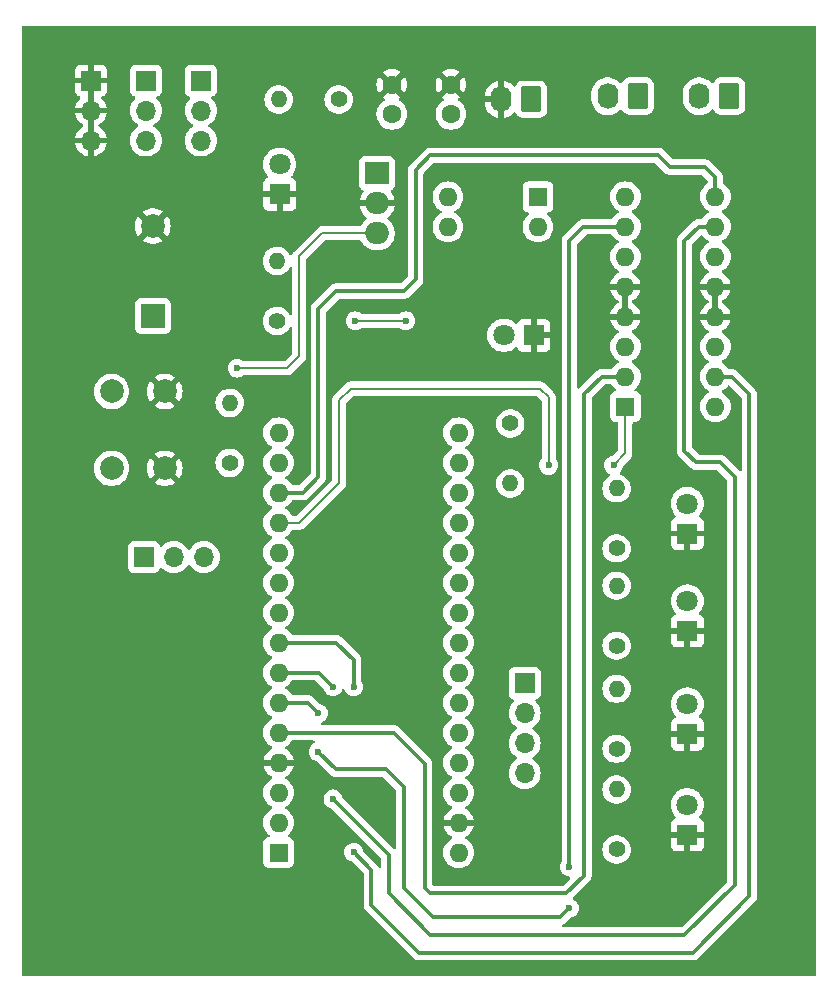
<source format=gbr>
%TF.GenerationSoftware,KiCad,Pcbnew,8.0.4*%
%TF.CreationDate,2024-10-19T15:51:41+03:00*%
%TF.ProjectId,robotkarti,726f626f-746b-4617-9274-692e6b696361,rev?*%
%TF.SameCoordinates,Original*%
%TF.FileFunction,Copper,L2,Bot*%
%TF.FilePolarity,Positive*%
%FSLAX46Y46*%
G04 Gerber Fmt 4.6, Leading zero omitted, Abs format (unit mm)*
G04 Created by KiCad (PCBNEW 8.0.4) date 2024-10-19 15:51:41*
%MOMM*%
%LPD*%
G01*
G04 APERTURE LIST*
G04 Aperture macros list*
%AMRoundRect*
0 Rectangle with rounded corners*
0 $1 Rounding radius*
0 $2 $3 $4 $5 $6 $7 $8 $9 X,Y pos of 4 corners*
0 Add a 4 corners polygon primitive as box body*
4,1,4,$2,$3,$4,$5,$6,$7,$8,$9,$2,$3,0*
0 Add four circle primitives for the rounded corners*
1,1,$1+$1,$2,$3*
1,1,$1+$1,$4,$5*
1,1,$1+$1,$6,$7*
1,1,$1+$1,$8,$9*
0 Add four rect primitives between the rounded corners*
20,1,$1+$1,$2,$3,$4,$5,0*
20,1,$1+$1,$4,$5,$6,$7,0*
20,1,$1+$1,$6,$7,$8,$9,0*
20,1,$1+$1,$8,$9,$2,$3,0*%
G04 Aperture macros list end*
%TA.AperFunction,ComponentPad*%
%ADD10R,1.600000X1.600000*%
%TD*%
%TA.AperFunction,ComponentPad*%
%ADD11O,1.600000X1.600000*%
%TD*%
%TA.AperFunction,ComponentPad*%
%ADD12O,2.000000X1.905000*%
%TD*%
%TA.AperFunction,ComponentPad*%
%ADD13R,2.000000X1.905000*%
%TD*%
%TA.AperFunction,ComponentPad*%
%ADD14C,2.000000*%
%TD*%
%TA.AperFunction,ComponentPad*%
%ADD15C,1.400000*%
%TD*%
%TA.AperFunction,ComponentPad*%
%ADD16O,1.400000X1.400000*%
%TD*%
%TA.AperFunction,ComponentPad*%
%ADD17O,1.700000X1.700000*%
%TD*%
%TA.AperFunction,ComponentPad*%
%ADD18R,1.700000X1.700000*%
%TD*%
%TA.AperFunction,ComponentPad*%
%ADD19RoundRect,0.250000X0.620000X0.845000X-0.620000X0.845000X-0.620000X-0.845000X0.620000X-0.845000X0*%
%TD*%
%TA.AperFunction,ComponentPad*%
%ADD20O,1.740000X2.190000*%
%TD*%
%TA.AperFunction,ComponentPad*%
%ADD21R,1.800000X1.800000*%
%TD*%
%TA.AperFunction,ComponentPad*%
%ADD22C,1.800000*%
%TD*%
%TA.AperFunction,ComponentPad*%
%ADD23C,1.600000*%
%TD*%
%TA.AperFunction,ComponentPad*%
%ADD24R,2.000000X2.000000*%
%TD*%
%TA.AperFunction,ViaPad*%
%ADD25C,0.600000*%
%TD*%
%TA.AperFunction,Conductor*%
%ADD26C,0.200000*%
%TD*%
%TA.AperFunction,Conductor*%
%ADD27C,0.300000*%
%TD*%
G04 APERTURE END LIST*
D10*
%TO.P,U2,1,EN1\u002C2*%
%TO.N,MOTOR1_PWM*%
X160675004Y-75520000D03*
D11*
%TO.P,U2,2,1A*%
%TO.N,MOTOR1_FORWARD*%
X160675004Y-72980000D03*
%TO.P,U2,3,1Y*%
%TO.N,Net-(J2-Pin_2)*%
X160675004Y-70440000D03*
%TO.P,U2,4,GND*%
%TO.N,GND*%
X160675004Y-67900000D03*
%TO.P,U2,5,GND*%
X160675004Y-65360000D03*
%TO.P,U2,6,2Y*%
%TO.N,Net-(J2-Pin_1)*%
X160675004Y-62820000D03*
%TO.P,U2,7,2A*%
%TO.N,MOTOR1_BACK*%
X160675004Y-60280000D03*
%TO.P,U2,8,VCC2*%
%TO.N,5V_OUT*%
X160675004Y-57740000D03*
%TO.P,U2,9,EN3\u002C4*%
%TO.N,MOTOR2_PWM*%
X168295004Y-57740000D03*
%TO.P,U2,10,3A*%
%TO.N,MOTOR2_FORWARD*%
X168295004Y-60280000D03*
%TO.P,U2,11,3Y*%
%TO.N,Net-(J3-Pin_2)*%
X168295004Y-62820000D03*
%TO.P,U2,12,GND*%
%TO.N,GND*%
X168295004Y-65360000D03*
%TO.P,U2,13,GND*%
X168295004Y-67900000D03*
%TO.P,U2,14,4Y*%
%TO.N,Net-(J3-Pin_1)*%
X168295004Y-70440000D03*
%TO.P,U2,15,4A*%
%TO.N,MOTOR2_BACK*%
X168295004Y-72980000D03*
%TO.P,U2,16,VCC1*%
%TO.N,12V_OUT*%
X168295004Y-75520000D03*
%TD*%
D12*
%TO.P,U1,3,VO*%
%TO.N,5V_OUT*%
X139655004Y-60830000D03*
%TO.P,U1,2,GND*%
%TO.N,GND*%
X139655004Y-58290000D03*
D13*
%TO.P,U1,1,VI*%
%TO.N,Net-(U1-VI)*%
X139655004Y-55750000D03*
%TD*%
D14*
%TO.P,SW2,2,2*%
%TO.N,BUTTON*%
X117175004Y-74230000D03*
X117175004Y-80730000D03*
%TO.P,SW2,1,1*%
%TO.N,GND*%
X121675004Y-74230000D03*
X121675004Y-80730000D03*
%TD*%
D15*
%TO.P,R8,1*%
%TO.N,M2F_LED*%
X159925004Y-104480000D03*
D16*
%TO.P,R8,2*%
%TO.N,Net-(D6-A)*%
X159925004Y-99400000D03*
%TD*%
D15*
%TO.P,R7,1*%
%TO.N,M2B_LED*%
X159925004Y-113005000D03*
D16*
%TO.P,R7,2*%
%TO.N,Net-(D5-A)*%
X159925004Y-107925000D03*
%TD*%
D15*
%TO.P,R6,1*%
%TO.N,M1B_LED*%
X159925004Y-95755000D03*
D16*
%TO.P,R6,2*%
%TO.N,Net-(D4-A)*%
X159925004Y-90675000D03*
%TD*%
%TO.P,R5,2*%
%TO.N,Net-(D3-A)*%
X159925004Y-82425000D03*
D15*
%TO.P,R5,1*%
%TO.N,M1F_LED*%
X159925004Y-87505000D03*
%TD*%
%TO.P,R4,1*%
%TO.N,BUZZER*%
X131175004Y-68270000D03*
D16*
%TO.P,R4,2*%
%TO.N,Net-(BZ1-+)*%
X131175004Y-63190000D03*
%TD*%
D15*
%TO.P,R3,1*%
%TO.N,BUTTON*%
X127175004Y-80270000D03*
D16*
%TO.P,R3,2*%
%TO.N,5V_OUT*%
X127175004Y-75190000D03*
%TD*%
D15*
%TO.P,R2,1*%
%TO.N,Net-(D2-A)*%
X150925004Y-76940000D03*
D16*
%TO.P,R2,2*%
%TO.N,LED*%
X150925004Y-82020000D03*
%TD*%
D15*
%TO.P,R1,1*%
%TO.N,5V_OUT*%
X136405004Y-49500000D03*
D16*
%TO.P,R1,2*%
%TO.N,Net-(D1-A)*%
X131325004Y-49500000D03*
%TD*%
D17*
%TO.P,J8,4,Pin_4*%
%TO.N,SENSOR4*%
X152150004Y-106550000D03*
%TO.P,J8,3,Pin_3*%
%TO.N,SENSOR3*%
X152150004Y-104010000D03*
%TO.P,J8,2,Pin_2*%
%TO.N,SENSOR2*%
X152150004Y-101470000D03*
D18*
%TO.P,J8,1,Pin_1*%
%TO.N,SENSOR1*%
X152150004Y-98930000D03*
%TD*%
D17*
%TO.P,USER,3,Pin_3*%
%TO.N,USER_IO_2*%
X124980004Y-88255000D03*
%TO.P,USER,2,Pin_2*%
%TO.N,USER_IO_1*%
X122440004Y-88255000D03*
D18*
%TO.P,USER,1,Pin_1*%
%TO.N,USER_PWM*%
X119900004Y-88255000D03*
%TD*%
D17*
%TO.P,GND,3,Pin_3*%
%TO.N,GND*%
X115425004Y-52980000D03*
%TO.P,GND,2,Pin_2*%
X115425004Y-50440000D03*
D18*
%TO.P,GND,1,Pin_1*%
X115425004Y-47900000D03*
%TD*%
D17*
%TO.P,+3.3V,3,Pin_3*%
%TO.N,3.3V_OUT*%
X120075004Y-52980000D03*
%TO.P,+3.3V,2,Pin_2*%
X120075004Y-50440000D03*
D18*
%TO.P,+3.3V,1,Pin_1*%
X120075004Y-47900000D03*
%TD*%
D17*
%TO.P,+5V,3,Pin_3*%
%TO.N,5V_OUT*%
X124725004Y-52980000D03*
%TO.P,+5V,2,Pin_2*%
X124725004Y-50440000D03*
D18*
%TO.P,+5V,1,Pin_1*%
X124725004Y-47900000D03*
%TD*%
D19*
%TO.P,MOTOR 2,1,Pin_1*%
%TO.N,Net-(J3-Pin_1)*%
X169465004Y-49230000D03*
D20*
%TO.P,MOTOR 2,2,Pin_2*%
%TO.N,Net-(J3-Pin_2)*%
X166925004Y-49230000D03*
%TD*%
%TO.P,MOTOR 1,2,Pin_2*%
%TO.N,Net-(J2-Pin_2)*%
X159175004Y-49230000D03*
D19*
%TO.P,MOTOR 1,1,Pin_1*%
%TO.N,Net-(J2-Pin_1)*%
X161715004Y-49230000D03*
%TD*%
D20*
%TO.P,12V-GND,2,Pin_2*%
%TO.N,GND*%
X150155004Y-49500000D03*
D19*
%TO.P,12V-GND,1,Pin_1*%
%TO.N,+12V*%
X152695004Y-49500000D03*
%TD*%
D21*
%TO.P,D6,1,K*%
%TO.N,GND*%
X165925004Y-103230000D03*
D22*
%TO.P,D6,2,A*%
%TO.N,Net-(D6-A)*%
X165925004Y-100690000D03*
%TD*%
D21*
%TO.P,D5,1,K*%
%TO.N,GND*%
X165925004Y-111755000D03*
D22*
%TO.P,D5,2,A*%
%TO.N,Net-(D5-A)*%
X165925004Y-109215000D03*
%TD*%
%TO.P,D4,2,A*%
%TO.N,Net-(D4-A)*%
X165925004Y-91965000D03*
D21*
%TO.P,D4,1,K*%
%TO.N,GND*%
X165925004Y-94505000D03*
%TD*%
D22*
%TO.P,D3,2,A*%
%TO.N,Net-(D3-A)*%
X165925004Y-83715000D03*
D21*
%TO.P,D3,1,K*%
%TO.N,GND*%
X165925004Y-86255000D03*
%TD*%
D22*
%TO.P,D2,2,A*%
%TO.N,Net-(D2-A)*%
X150385004Y-69480000D03*
D21*
%TO.P,D2,1,K*%
%TO.N,GND*%
X152925004Y-69480000D03*
%TD*%
D22*
%TO.P,D1,2,A*%
%TO.N,Net-(D1-A)*%
X131405004Y-55000000D03*
D21*
%TO.P,D1,1,K*%
%TO.N,GND*%
X131405004Y-57540000D03*
%TD*%
D23*
%TO.P,C2,2*%
%TO.N,GND*%
X140905004Y-48250000D03*
%TO.P,C2,1*%
%TO.N,5V_OUT*%
X140905004Y-50750000D03*
%TD*%
%TO.P,C1,2*%
%TO.N,GND*%
X145905004Y-48250000D03*
%TO.P,C1,1*%
%TO.N,Net-(U1-VI)*%
X145905004Y-50750000D03*
%TD*%
D14*
%TO.P,BZ1,2,-*%
%TO.N,GND*%
X120675004Y-60230000D03*
D24*
%TO.P,BZ1,1,+*%
%TO.N,Net-(BZ1-+)*%
X120675004Y-67830000D03*
%TD*%
D11*
%TO.P,A1,30,VIN*%
%TO.N,5V_OUT*%
X146555004Y-113280000D03*
%TO.P,A1,29,GND*%
%TO.N,GND*%
X146555004Y-110740000D03*
%TO.P,A1,28,~{RESET}*%
%TO.N,unconnected-(A1-~{RESET}-Pad28)*%
X146555004Y-108200000D03*
%TO.P,A1,27,+5V*%
%TO.N,unconnected-(A1-+5V-Pad27)*%
X146555004Y-105660000D03*
%TO.P,A1,26,A7*%
%TO.N,SENSOR4*%
X146555004Y-103120000D03*
%TO.P,A1,25,A6*%
%TO.N,SENSOR3*%
X146555004Y-100580000D03*
%TO.P,A1,24,A5*%
%TO.N,SENSOR2*%
X146555004Y-98040000D03*
%TO.P,A1,23,A4*%
%TO.N,SENSOR1*%
X146555004Y-95500000D03*
%TO.P,A1,22,A3*%
%TO.N,M2B_LED*%
X146555004Y-92960000D03*
%TO.P,A1,21,A2*%
%TO.N,M2F_LED*%
X146555004Y-90420000D03*
%TO.P,A1,20,A1*%
%TO.N,M1B_LED*%
X146555004Y-87880000D03*
%TO.P,A1,19,A0*%
%TO.N,M1F_LED*%
X146555004Y-85340000D03*
%TO.P,A1,18,AREF*%
%TO.N,unconnected-(A1-AREF-Pad18)*%
X146555004Y-82800000D03*
%TO.P,A1,17,3V3*%
%TO.N,3.3V_OUT*%
X146555004Y-80260000D03*
%TO.P,A1,16,D13*%
%TO.N,LED*%
X146555004Y-77720000D03*
%TO.P,A1,15,D12*%
%TO.N,BUZZER*%
X131315004Y-77720000D03*
%TO.P,A1,14,D11*%
%TO.N,BUTTON*%
X131315004Y-80260000D03*
%TO.P,A1,13,D10*%
%TO.N,MOTOR2_PWM*%
X131315004Y-82800000D03*
%TO.P,A1,12,D9*%
%TO.N,MOTOR1_PWM*%
X131315004Y-85340000D03*
%TO.P,A1,11,D8*%
%TO.N,USER_IO_2*%
X131315004Y-87880000D03*
%TO.P,A1,10,D7*%
%TO.N,USER_IO_1*%
X131315004Y-90420000D03*
%TO.P,A1,9,D6*%
%TO.N,USER_PWM*%
X131315004Y-92960000D03*
%TO.P,A1,8,D5*%
%TO.N,MOTOR2_BACK*%
X131315004Y-95500000D03*
%TO.P,A1,7,D4*%
%TO.N,MOTOR2_FORWARD*%
X131315004Y-98040000D03*
%TO.P,A1,6,D3*%
%TO.N,MOTOR1_BACK*%
X131315004Y-100580000D03*
%TO.P,A1,5,D2*%
%TO.N,MOTOR1_FORWARD*%
X131315004Y-103120000D03*
%TO.P,A1,4,GND*%
%TO.N,GND*%
X131315004Y-105660000D03*
%TO.P,A1,3,~{RESET}*%
%TO.N,unconnected-(A1-~{RESET}-Pad3)*%
X131315004Y-108200000D03*
%TO.P,A1,2,D0/RX*%
%TO.N,unconnected-(A1-D0{slash}RX-Pad2)*%
X131315004Y-110740000D03*
D10*
%TO.P,A1,1,D1/TX*%
%TO.N,unconnected-(A1-D1{slash}TX-Pad1)*%
X131315004Y-113280000D03*
%TD*%
D11*
%TO.P,SW1,4*%
%TO.N,Net-(U1-VI)*%
X145655004Y-57750000D03*
%TO.P,SW1,3*%
%TO.N,12V_OUT*%
X145655004Y-60290000D03*
%TO.P,SW1,2*%
%TO.N,+12V*%
X153275004Y-60290000D03*
D10*
%TO.P,SW1,1*%
X153275004Y-57750000D03*
%TD*%
D25*
%TO.N,5V_OUT*%
X127815004Y-72250000D03*
%TO.N,3.3V_OUT*%
X137815004Y-68250000D03*
X142065004Y-68250000D03*
%TO.N,MOTOR1_PWM*%
X154175004Y-80480000D03*
X159675004Y-80480000D03*
%TO.N,MOTOR2_BACK*%
X137675004Y-113230000D03*
X137675004Y-99230000D03*
%TO.N,MOTOR2_FORWARD*%
X135925004Y-108730000D03*
X135925004Y-99230000D03*
%TO.N,MOTOR1_BACK*%
X155925004Y-114480000D03*
X155925004Y-117980000D03*
X134675004Y-104730000D03*
X134675004Y-101480000D03*
%TD*%
D26*
%TO.N,5V_OUT*%
X133065004Y-62750000D02*
X134985004Y-60830000D01*
X134985004Y-60830000D02*
X139655004Y-60830000D01*
X133065004Y-71250000D02*
X133065004Y-62750000D01*
X132065004Y-72250000D02*
X133065004Y-71250000D01*
X127815004Y-72250000D02*
X132065004Y-72250000D01*
%TO.N,3.3V_OUT*%
X142065004Y-68250000D02*
X137815004Y-68250000D01*
%TO.N,MOTOR1_PWM*%
X136425004Y-74980000D02*
X137425004Y-73980000D01*
X154175004Y-74730000D02*
X154175004Y-80480000D01*
X136425004Y-81980000D02*
X136425004Y-74980000D01*
X133065004Y-85340000D02*
X136425004Y-81980000D01*
X153425004Y-73980000D02*
X154175004Y-74730000D01*
X137425004Y-73980000D02*
X153425004Y-73980000D01*
X131315004Y-85340000D02*
X133065004Y-85340000D01*
X160675004Y-79480000D02*
X159675004Y-80480000D01*
X160675004Y-75520000D02*
X160675004Y-79480000D01*
D27*
%TO.N,MOTOR2_PWM*%
X133355004Y-82800000D02*
X131315004Y-82800000D01*
X134675004Y-67230000D02*
X134675004Y-81480000D01*
X136175004Y-65730000D02*
X134675004Y-67230000D01*
X134675004Y-81480000D02*
X133355004Y-82800000D01*
X141925004Y-65730000D02*
X136175004Y-65730000D01*
X144175004Y-54230000D02*
X142925004Y-55480000D01*
X142925004Y-55480000D02*
X142925004Y-64730000D01*
X163425004Y-54230000D02*
X144175004Y-54230000D01*
X164425004Y-55230000D02*
X163425004Y-54230000D01*
X167425004Y-55230000D02*
X164425004Y-55230000D01*
X168295004Y-56100000D02*
X167425004Y-55230000D01*
X168295004Y-57740000D02*
X168295004Y-56100000D01*
X142925004Y-64730000D02*
X141925004Y-65730000D01*
%TO.N,MOTOR2_BACK*%
X169675004Y-72980000D02*
X168295004Y-72980000D01*
X171175004Y-74480000D02*
X169675004Y-72980000D01*
X171175004Y-116980000D02*
X171175004Y-74480000D01*
X166425004Y-121730000D02*
X171175004Y-116980000D01*
X143175004Y-121730000D02*
X166425004Y-121730000D01*
X139175004Y-117730000D02*
X143175004Y-121730000D01*
X139175004Y-114730000D02*
X139175004Y-117730000D01*
X137675004Y-113230000D02*
X139175004Y-114730000D01*
X137675004Y-96980000D02*
X137675004Y-99230000D01*
X136195004Y-95500000D02*
X137675004Y-96980000D01*
X131315004Y-95500000D02*
X136195004Y-95500000D01*
%TO.N,MOTOR2_FORWARD*%
X165675004Y-61480000D02*
X166875004Y-60280000D01*
X165675004Y-79230000D02*
X165675004Y-61480000D01*
X166675004Y-80230000D02*
X165675004Y-79230000D01*
X169925004Y-81480000D02*
X168675004Y-80230000D01*
X169925004Y-115980000D02*
X169925004Y-81480000D01*
X168675004Y-80230000D02*
X166675004Y-80230000D01*
X144175004Y-120230000D02*
X165675004Y-120230000D01*
X166875004Y-60280000D02*
X168295004Y-60280000D01*
X140675004Y-116730000D02*
X144175004Y-120230000D01*
X165675004Y-120230000D02*
X169925004Y-115980000D01*
X140675004Y-113480000D02*
X140675004Y-116730000D01*
X135925004Y-108730000D02*
X140675004Y-113480000D01*
X134735004Y-98040000D02*
X135925004Y-99230000D01*
X131315004Y-98040000D02*
X134735004Y-98040000D01*
%TO.N,MOTOR1_FORWARD*%
X158675004Y-72980000D02*
X160675004Y-72980000D01*
X157175004Y-74480000D02*
X158675004Y-72980000D01*
X155675004Y-116730000D02*
X157175004Y-115230000D01*
X144175004Y-116730000D02*
X155675004Y-116730000D01*
X143675004Y-116230000D02*
X144175004Y-116730000D01*
X141065004Y-103120000D02*
X143675004Y-105730000D01*
X131315004Y-103120000D02*
X141065004Y-103120000D01*
X143675004Y-105730000D02*
X143675004Y-116230000D01*
X157175004Y-115230000D02*
X157175004Y-74480000D01*
%TO.N,MOTOR1_BACK*%
X157125004Y-60280000D02*
X160675004Y-60280000D01*
X155925004Y-61480000D02*
X157125004Y-60280000D01*
X155925004Y-114480000D02*
X155925004Y-61480000D01*
X155175004Y-118730000D02*
X155925004Y-117980000D01*
X154425004Y-118730000D02*
X155175004Y-118730000D01*
X144425004Y-118730000D02*
X154425004Y-118730000D01*
X141925004Y-107730000D02*
X141925004Y-116230000D01*
X140425004Y-106230000D02*
X141925004Y-107730000D01*
X139175004Y-106230000D02*
X140425004Y-106230000D01*
X141925004Y-116230000D02*
X144425004Y-118730000D01*
X134675004Y-104730000D02*
X136175004Y-106230000D01*
X136175004Y-106230000D02*
X139175004Y-106230000D01*
X133775004Y-100580000D02*
X134675004Y-101480000D01*
X131315004Y-100580000D02*
X133775004Y-100580000D01*
%TD*%
%TA.AperFunction,Conductor*%
%TO.N,GND*%
G36*
X163171235Y-54900185D02*
G01*
X163191877Y-54916819D01*
X164010329Y-55735272D01*
X164010336Y-55735278D01*
X164089430Y-55788126D01*
X164116878Y-55806466D01*
X164186225Y-55835189D01*
X164235260Y-55855501D01*
X164235263Y-55855501D01*
X164235264Y-55855502D01*
X164360932Y-55880500D01*
X164360935Y-55880500D01*
X167104196Y-55880500D01*
X167171235Y-55900185D01*
X167191877Y-55916819D01*
X167608185Y-56333127D01*
X167641670Y-56394450D01*
X167644504Y-56420808D01*
X167644504Y-56543316D01*
X167624819Y-56610355D01*
X167591627Y-56644891D01*
X167455863Y-56739953D01*
X167294958Y-56900858D01*
X167164436Y-57087265D01*
X167164435Y-57087267D01*
X167068265Y-57293502D01*
X167068262Y-57293511D01*
X167009370Y-57513302D01*
X167009368Y-57513313D01*
X166989536Y-57739998D01*
X166989536Y-57740001D01*
X167009368Y-57966686D01*
X167009370Y-57966697D01*
X167068262Y-58186488D01*
X167068265Y-58186497D01*
X167164435Y-58392732D01*
X167164436Y-58392734D01*
X167294958Y-58579141D01*
X167455862Y-58740045D01*
X167455865Y-58740047D01*
X167642270Y-58870568D01*
X167700279Y-58897618D01*
X167752718Y-58943791D01*
X167771870Y-59010984D01*
X167751654Y-59077865D01*
X167700279Y-59122382D01*
X167642271Y-59149431D01*
X167642269Y-59149432D01*
X167455862Y-59279954D01*
X167294958Y-59440858D01*
X167199896Y-59576623D01*
X167145319Y-59620248D01*
X167098321Y-59629500D01*
X166810933Y-59629500D01*
X166685265Y-59654497D01*
X166685259Y-59654499D01*
X166566874Y-59703535D01*
X166460335Y-59774722D01*
X166460328Y-59774728D01*
X165169730Y-61065326D01*
X165169727Y-61065331D01*
X165127092Y-61129141D01*
X165109217Y-61155893D01*
X165098537Y-61171876D01*
X165049503Y-61290255D01*
X165049501Y-61290261D01*
X165024504Y-61415928D01*
X165024504Y-79294070D01*
X165030183Y-79322620D01*
X165035862Y-79351169D01*
X165035863Y-79351171D01*
X165035863Y-79351173D01*
X165044248Y-79393329D01*
X165049503Y-79419744D01*
X165098539Y-79538127D01*
X165163478Y-79635316D01*
X165169730Y-79644673D01*
X166260329Y-80735272D01*
X166260335Y-80735277D01*
X166366878Y-80806466D01*
X166436225Y-80835189D01*
X166485260Y-80855501D01*
X166485263Y-80855501D01*
X166485264Y-80855502D01*
X166610932Y-80880500D01*
X166610935Y-80880500D01*
X168354196Y-80880500D01*
X168421235Y-80900185D01*
X168441877Y-80916819D01*
X169238185Y-81713127D01*
X169271670Y-81774450D01*
X169274504Y-81800808D01*
X169274504Y-115659192D01*
X169254819Y-115726231D01*
X169238185Y-115746873D01*
X165441877Y-119543181D01*
X165380554Y-119576666D01*
X165354196Y-119579500D01*
X155447356Y-119579500D01*
X155380317Y-119559815D01*
X155334562Y-119507011D01*
X155324618Y-119437853D01*
X155353643Y-119374297D01*
X155399904Y-119340939D01*
X155483127Y-119306467D01*
X155483128Y-119306466D01*
X155483131Y-119306465D01*
X155589673Y-119235277D01*
X156023229Y-118801719D01*
X156084548Y-118768237D01*
X156097023Y-118766183D01*
X156104259Y-118765368D01*
X156274526Y-118705789D01*
X156427266Y-118609816D01*
X156554820Y-118482262D01*
X156650793Y-118329522D01*
X156710372Y-118159255D01*
X156712015Y-118144673D01*
X156730569Y-117980003D01*
X156730569Y-117979996D01*
X156710373Y-117800750D01*
X156710372Y-117800745D01*
X156650792Y-117630476D01*
X156611586Y-117568080D01*
X156554820Y-117477738D01*
X156427266Y-117350184D01*
X156427260Y-117350179D01*
X156281033Y-117258298D01*
X156234742Y-117205964D01*
X156224094Y-117136910D01*
X156252469Y-117073062D01*
X156259311Y-117065637D01*
X157680280Y-115644670D01*
X157751469Y-115538127D01*
X157800505Y-115419744D01*
X157803729Y-115403534D01*
X157825504Y-115294069D01*
X157825504Y-113004999D01*
X158719361Y-113004999D01*
X158719361Y-113005000D01*
X158739888Y-113226535D01*
X158739889Y-113226537D01*
X158800773Y-113440523D01*
X158800779Y-113440538D01*
X158899942Y-113639683D01*
X158899947Y-113639691D01*
X159034024Y-113817238D01*
X159198441Y-113967123D01*
X159198443Y-113967125D01*
X159387599Y-114084245D01*
X159387600Y-114084245D01*
X159387603Y-114084247D01*
X159595064Y-114164618D01*
X159813761Y-114205500D01*
X159813763Y-114205500D01*
X160036245Y-114205500D01*
X160036247Y-114205500D01*
X160254944Y-114164618D01*
X160462405Y-114084247D01*
X160651566Y-113967124D01*
X160815985Y-113817236D01*
X160950062Y-113639689D01*
X161049233Y-113440528D01*
X161110119Y-113226536D01*
X161130647Y-113005000D01*
X161127680Y-112972985D01*
X161110119Y-112783464D01*
X161110118Y-112783462D01*
X161104119Y-112762379D01*
X161049233Y-112569472D01*
X160987070Y-112444632D01*
X160950065Y-112370316D01*
X160950060Y-112370308D01*
X160815983Y-112192761D01*
X160651566Y-112042876D01*
X160651564Y-112042874D01*
X160462408Y-111925754D01*
X160462402Y-111925752D01*
X160254944Y-111845382D01*
X160036247Y-111804500D01*
X159813761Y-111804500D01*
X159595064Y-111845382D01*
X159463868Y-111896207D01*
X159387605Y-111925752D01*
X159387599Y-111925754D01*
X159198443Y-112042874D01*
X159198441Y-112042876D01*
X159034024Y-112192761D01*
X158899947Y-112370308D01*
X158899942Y-112370316D01*
X158800779Y-112569461D01*
X158800773Y-112569476D01*
X158739889Y-112783462D01*
X158739888Y-112783464D01*
X158719361Y-113004999D01*
X157825504Y-113004999D01*
X157825504Y-109214993D01*
X164519704Y-109214993D01*
X164519704Y-109215006D01*
X164538868Y-109446297D01*
X164538870Y-109446308D01*
X164595846Y-109671300D01*
X164689079Y-109883848D01*
X164816022Y-110078150D01*
X164911171Y-110181510D01*
X164942093Y-110244164D01*
X164934232Y-110313590D01*
X164890085Y-110367746D01*
X164863275Y-110381674D01*
X164782915Y-110411646D01*
X164782910Y-110411649D01*
X164667816Y-110497809D01*
X164667813Y-110497812D01*
X164581653Y-110612906D01*
X164581649Y-110612913D01*
X164531407Y-110747620D01*
X164531405Y-110747627D01*
X164525004Y-110807155D01*
X164525004Y-111505000D01*
X165549726Y-111505000D01*
X165505671Y-111581306D01*
X165475004Y-111695756D01*
X165475004Y-111814244D01*
X165505671Y-111928694D01*
X165549726Y-112005000D01*
X164525004Y-112005000D01*
X164525004Y-112702844D01*
X164531405Y-112762372D01*
X164531407Y-112762379D01*
X164581649Y-112897086D01*
X164581653Y-112897093D01*
X164667813Y-113012187D01*
X164667816Y-113012190D01*
X164782910Y-113098350D01*
X164782917Y-113098354D01*
X164917624Y-113148596D01*
X164917631Y-113148598D01*
X164977159Y-113154999D01*
X164977176Y-113155000D01*
X165675004Y-113155000D01*
X165675004Y-112130277D01*
X165751310Y-112174333D01*
X165865760Y-112205000D01*
X165984248Y-112205000D01*
X166098698Y-112174333D01*
X166175004Y-112130277D01*
X166175004Y-113155000D01*
X166872832Y-113155000D01*
X166872848Y-113154999D01*
X166932376Y-113148598D01*
X166932383Y-113148596D01*
X167067090Y-113098354D01*
X167067097Y-113098350D01*
X167182191Y-113012190D01*
X167182194Y-113012187D01*
X167268354Y-112897093D01*
X167268358Y-112897086D01*
X167318600Y-112762379D01*
X167318602Y-112762372D01*
X167325003Y-112702844D01*
X167325004Y-112702827D01*
X167325004Y-112005000D01*
X166300282Y-112005000D01*
X166344337Y-111928694D01*
X166375004Y-111814244D01*
X166375004Y-111695756D01*
X166344337Y-111581306D01*
X166300282Y-111505000D01*
X167325004Y-111505000D01*
X167325004Y-110807172D01*
X167325003Y-110807155D01*
X167318602Y-110747627D01*
X167318600Y-110747620D01*
X167268358Y-110612913D01*
X167268354Y-110612906D01*
X167182194Y-110497812D01*
X167182191Y-110497809D01*
X167067097Y-110411649D01*
X167067090Y-110411645D01*
X166986733Y-110381674D01*
X166930799Y-110339803D01*
X166906382Y-110274338D01*
X166921234Y-110206065D01*
X166938830Y-110181516D01*
X167033983Y-110078153D01*
X167160928Y-109883849D01*
X167254161Y-109671300D01*
X167311138Y-109446305D01*
X167311139Y-109446297D01*
X167330304Y-109215006D01*
X167330304Y-109214993D01*
X167311139Y-108983702D01*
X167311137Y-108983691D01*
X167254161Y-108758699D01*
X167160928Y-108546151D01*
X167033987Y-108351852D01*
X167033984Y-108351849D01*
X167033983Y-108351847D01*
X166876788Y-108181087D01*
X166876783Y-108181083D01*
X166876781Y-108181081D01*
X166693638Y-108038535D01*
X166693632Y-108038531D01*
X166489508Y-107928064D01*
X166489499Y-107928061D01*
X166269988Y-107852702D01*
X166097390Y-107823901D01*
X166041053Y-107814500D01*
X165808955Y-107814500D01*
X165763168Y-107822140D01*
X165580019Y-107852702D01*
X165360508Y-107928061D01*
X165360499Y-107928064D01*
X165156375Y-108038531D01*
X165156369Y-108038535D01*
X164973226Y-108181081D01*
X164973223Y-108181084D01*
X164973220Y-108181086D01*
X164973220Y-108181087D01*
X164955809Y-108200001D01*
X164816020Y-108351852D01*
X164689079Y-108546151D01*
X164595846Y-108758699D01*
X164538870Y-108983691D01*
X164538868Y-108983702D01*
X164519704Y-109214993D01*
X157825504Y-109214993D01*
X157825504Y-107924999D01*
X158719361Y-107924999D01*
X158719361Y-107925000D01*
X158739888Y-108146535D01*
X158739889Y-108146537D01*
X158800773Y-108360523D01*
X158800779Y-108360538D01*
X158899942Y-108559683D01*
X158899947Y-108559691D01*
X159034024Y-108737238D01*
X159198441Y-108887123D01*
X159198443Y-108887125D01*
X159387599Y-109004245D01*
X159387600Y-109004245D01*
X159387603Y-109004247D01*
X159595064Y-109084618D01*
X159813761Y-109125500D01*
X159813763Y-109125500D01*
X160036245Y-109125500D01*
X160036247Y-109125500D01*
X160254944Y-109084618D01*
X160462405Y-109004247D01*
X160651566Y-108887124D01*
X160815985Y-108737236D01*
X160950062Y-108559689D01*
X161049233Y-108360528D01*
X161110119Y-108146536D01*
X161130647Y-107925000D01*
X161110119Y-107703464D01*
X161049233Y-107489472D01*
X161015573Y-107421874D01*
X160950065Y-107290316D01*
X160950060Y-107290308D01*
X160815983Y-107112761D01*
X160651566Y-106962876D01*
X160651564Y-106962874D01*
X160462408Y-106845754D01*
X160462402Y-106845752D01*
X160254944Y-106765382D01*
X160036247Y-106724500D01*
X159813761Y-106724500D01*
X159595064Y-106765382D01*
X159489027Y-106806461D01*
X159387605Y-106845752D01*
X159387599Y-106845754D01*
X159198443Y-106962874D01*
X159198441Y-106962876D01*
X159034024Y-107112761D01*
X158899947Y-107290308D01*
X158899942Y-107290316D01*
X158800779Y-107489461D01*
X158800773Y-107489476D01*
X158739889Y-107703462D01*
X158739888Y-107703464D01*
X158719361Y-107924999D01*
X157825504Y-107924999D01*
X157825504Y-104479999D01*
X158719361Y-104479999D01*
X158719361Y-104480000D01*
X158739888Y-104701535D01*
X158739889Y-104701537D01*
X158800773Y-104915523D01*
X158800779Y-104915538D01*
X158899942Y-105114683D01*
X158899947Y-105114691D01*
X159034024Y-105292238D01*
X159198441Y-105442123D01*
X159198443Y-105442125D01*
X159387599Y-105559245D01*
X159387600Y-105559245D01*
X159387603Y-105559247D01*
X159595064Y-105639618D01*
X159813761Y-105680500D01*
X159813763Y-105680500D01*
X160036245Y-105680500D01*
X160036247Y-105680500D01*
X160254944Y-105639618D01*
X160462405Y-105559247D01*
X160651566Y-105442124D01*
X160815985Y-105292236D01*
X160950062Y-105114689D01*
X161049233Y-104915528D01*
X161110119Y-104701536D01*
X161130647Y-104480000D01*
X161120647Y-104372086D01*
X161110119Y-104258464D01*
X161110118Y-104258462D01*
X161107871Y-104250566D01*
X161049233Y-104044472D01*
X161032068Y-104010000D01*
X160950065Y-103845316D01*
X160950060Y-103845308D01*
X160815983Y-103667761D01*
X160651566Y-103517876D01*
X160651564Y-103517874D01*
X160462408Y-103400754D01*
X160462402Y-103400752D01*
X160254944Y-103320382D01*
X160036247Y-103279500D01*
X159813761Y-103279500D01*
X159595064Y-103320382D01*
X159463868Y-103371207D01*
X159387605Y-103400752D01*
X159387599Y-103400754D01*
X159198443Y-103517874D01*
X159198441Y-103517876D01*
X159034024Y-103667761D01*
X158899947Y-103845308D01*
X158899942Y-103845316D01*
X158800779Y-104044461D01*
X158800773Y-104044476D01*
X158739889Y-104258462D01*
X158739888Y-104258464D01*
X158719361Y-104479999D01*
X157825504Y-104479999D01*
X157825504Y-100689993D01*
X164519704Y-100689993D01*
X164519704Y-100690006D01*
X164538868Y-100921297D01*
X164538870Y-100921308D01*
X164595846Y-101146300D01*
X164689079Y-101358848D01*
X164816022Y-101553150D01*
X164911171Y-101656510D01*
X164942093Y-101719164D01*
X164934232Y-101788590D01*
X164890085Y-101842746D01*
X164863275Y-101856674D01*
X164782915Y-101886646D01*
X164782910Y-101886649D01*
X164667816Y-101972809D01*
X164667813Y-101972812D01*
X164581653Y-102087906D01*
X164581649Y-102087913D01*
X164531407Y-102222620D01*
X164531405Y-102222627D01*
X164525004Y-102282155D01*
X164525004Y-102980000D01*
X165549726Y-102980000D01*
X165505671Y-103056306D01*
X165475004Y-103170756D01*
X165475004Y-103289244D01*
X165505671Y-103403694D01*
X165549726Y-103480000D01*
X164525004Y-103480000D01*
X164525004Y-104177844D01*
X164531405Y-104237372D01*
X164531407Y-104237379D01*
X164581649Y-104372086D01*
X164581653Y-104372093D01*
X164667813Y-104487187D01*
X164667816Y-104487190D01*
X164782910Y-104573350D01*
X164782917Y-104573354D01*
X164917624Y-104623596D01*
X164917631Y-104623598D01*
X164977159Y-104629999D01*
X164977176Y-104630000D01*
X165675004Y-104630000D01*
X165675004Y-103605277D01*
X165751310Y-103649333D01*
X165865760Y-103680000D01*
X165984248Y-103680000D01*
X166098698Y-103649333D01*
X166175004Y-103605277D01*
X166175004Y-104630000D01*
X166872832Y-104630000D01*
X166872848Y-104629999D01*
X166932376Y-104623598D01*
X166932383Y-104623596D01*
X167067090Y-104573354D01*
X167067097Y-104573350D01*
X167182191Y-104487190D01*
X167182194Y-104487187D01*
X167268354Y-104372093D01*
X167268358Y-104372086D01*
X167318600Y-104237379D01*
X167318602Y-104237372D01*
X167325003Y-104177844D01*
X167325004Y-104177827D01*
X167325004Y-103480000D01*
X166300282Y-103480000D01*
X166344337Y-103403694D01*
X166375004Y-103289244D01*
X166375004Y-103170756D01*
X166344337Y-103056306D01*
X166300282Y-102980000D01*
X167325004Y-102980000D01*
X167325004Y-102282172D01*
X167325003Y-102282155D01*
X167318602Y-102222627D01*
X167318600Y-102222620D01*
X167268358Y-102087913D01*
X167268354Y-102087906D01*
X167182194Y-101972812D01*
X167182191Y-101972809D01*
X167067097Y-101886649D01*
X167067090Y-101886645D01*
X166986733Y-101856674D01*
X166930799Y-101814803D01*
X166906382Y-101749338D01*
X166921234Y-101681065D01*
X166938830Y-101656516D01*
X167033983Y-101553153D01*
X167160928Y-101358849D01*
X167254161Y-101146300D01*
X167311138Y-100921305D01*
X167317031Y-100850184D01*
X167330304Y-100690006D01*
X167330304Y-100689993D01*
X167311139Y-100458702D01*
X167311137Y-100458691D01*
X167254161Y-100233699D01*
X167160928Y-100021151D01*
X167033987Y-99826852D01*
X167033984Y-99826849D01*
X167033983Y-99826847D01*
X166876788Y-99656087D01*
X166876783Y-99656083D01*
X166876781Y-99656081D01*
X166693638Y-99513535D01*
X166693632Y-99513531D01*
X166489508Y-99403064D01*
X166489499Y-99403061D01*
X166269988Y-99327702D01*
X166098286Y-99299050D01*
X166041053Y-99289500D01*
X165808955Y-99289500D01*
X165763168Y-99297140D01*
X165580019Y-99327702D01*
X165360508Y-99403061D01*
X165360499Y-99403064D01*
X165156375Y-99513531D01*
X165156369Y-99513535D01*
X164973226Y-99656081D01*
X164973223Y-99656084D01*
X164816020Y-99826852D01*
X164689079Y-100021151D01*
X164595846Y-100233699D01*
X164538870Y-100458691D01*
X164538868Y-100458702D01*
X164519704Y-100689993D01*
X157825504Y-100689993D01*
X157825504Y-99399999D01*
X158719361Y-99399999D01*
X158719361Y-99400000D01*
X158739888Y-99621535D01*
X158739889Y-99621537D01*
X158800773Y-99835523D01*
X158800779Y-99835538D01*
X158899942Y-100034683D01*
X158899947Y-100034691D01*
X159034024Y-100212238D01*
X159198441Y-100362123D01*
X159198443Y-100362125D01*
X159387599Y-100479245D01*
X159387600Y-100479245D01*
X159387603Y-100479247D01*
X159595064Y-100559618D01*
X159813761Y-100600500D01*
X159813763Y-100600500D01*
X160036245Y-100600500D01*
X160036247Y-100600500D01*
X160254944Y-100559618D01*
X160462405Y-100479247D01*
X160651566Y-100362124D01*
X160815985Y-100212236D01*
X160950062Y-100034689D01*
X161049233Y-99835528D01*
X161110119Y-99621536D01*
X161130647Y-99400000D01*
X161110119Y-99178464D01*
X161049233Y-98964472D01*
X161049228Y-98964461D01*
X160950065Y-98765316D01*
X160950060Y-98765308D01*
X160815983Y-98587761D01*
X160651566Y-98437876D01*
X160651564Y-98437874D01*
X160462408Y-98320754D01*
X160462402Y-98320752D01*
X160254944Y-98240382D01*
X160036247Y-98199500D01*
X159813761Y-98199500D01*
X159595064Y-98240382D01*
X159463868Y-98291207D01*
X159387605Y-98320752D01*
X159387599Y-98320754D01*
X159198443Y-98437874D01*
X159198441Y-98437876D01*
X159034024Y-98587761D01*
X158899947Y-98765308D01*
X158899942Y-98765316D01*
X158800779Y-98964461D01*
X158800773Y-98964476D01*
X158739889Y-99178462D01*
X158739888Y-99178464D01*
X158719361Y-99399999D01*
X157825504Y-99399999D01*
X157825504Y-95754999D01*
X158719361Y-95754999D01*
X158719361Y-95755000D01*
X158739888Y-95976535D01*
X158739889Y-95976537D01*
X158800773Y-96190523D01*
X158800779Y-96190538D01*
X158899942Y-96389683D01*
X158899947Y-96389691D01*
X159034024Y-96567238D01*
X159198441Y-96717123D01*
X159198443Y-96717125D01*
X159387599Y-96834245D01*
X159387600Y-96834245D01*
X159387603Y-96834247D01*
X159595064Y-96914618D01*
X159813761Y-96955500D01*
X159813763Y-96955500D01*
X160036245Y-96955500D01*
X160036247Y-96955500D01*
X160254944Y-96914618D01*
X160462405Y-96834247D01*
X160651566Y-96717124D01*
X160815985Y-96567236D01*
X160950062Y-96389689D01*
X161049233Y-96190528D01*
X161110119Y-95976536D01*
X161130647Y-95755000D01*
X161120647Y-95647086D01*
X161110119Y-95533464D01*
X161110118Y-95533462D01*
X161104119Y-95512379D01*
X161049233Y-95319472D01*
X161049228Y-95319461D01*
X160950065Y-95120316D01*
X160950060Y-95120308D01*
X160815983Y-94942761D01*
X160651566Y-94792876D01*
X160651564Y-94792874D01*
X160462408Y-94675754D01*
X160462402Y-94675752D01*
X160423964Y-94660861D01*
X160254944Y-94595382D01*
X160036247Y-94554500D01*
X159813761Y-94554500D01*
X159595064Y-94595382D01*
X159463868Y-94646207D01*
X159387605Y-94675752D01*
X159387599Y-94675754D01*
X159198443Y-94792874D01*
X159198441Y-94792876D01*
X159034024Y-94942761D01*
X158899947Y-95120308D01*
X158899942Y-95120316D01*
X158800779Y-95319461D01*
X158800773Y-95319476D01*
X158739889Y-95533462D01*
X158739888Y-95533464D01*
X158719361Y-95754999D01*
X157825504Y-95754999D01*
X157825504Y-91964993D01*
X164519704Y-91964993D01*
X164519704Y-91965006D01*
X164538868Y-92196297D01*
X164538870Y-92196308D01*
X164595846Y-92421300D01*
X164689079Y-92633848D01*
X164816022Y-92828150D01*
X164911171Y-92931510D01*
X164942093Y-92994164D01*
X164934232Y-93063590D01*
X164890085Y-93117746D01*
X164863275Y-93131674D01*
X164782915Y-93161646D01*
X164782910Y-93161649D01*
X164667816Y-93247809D01*
X164667813Y-93247812D01*
X164581653Y-93362906D01*
X164581649Y-93362913D01*
X164531407Y-93497620D01*
X164531405Y-93497627D01*
X164525004Y-93557155D01*
X164525004Y-94255000D01*
X165549726Y-94255000D01*
X165505671Y-94331306D01*
X165475004Y-94445756D01*
X165475004Y-94564244D01*
X165505671Y-94678694D01*
X165549726Y-94755000D01*
X164525004Y-94755000D01*
X164525004Y-95452844D01*
X164531405Y-95512372D01*
X164531407Y-95512379D01*
X164581649Y-95647086D01*
X164581653Y-95647093D01*
X164667813Y-95762187D01*
X164667816Y-95762190D01*
X164782910Y-95848350D01*
X164782917Y-95848354D01*
X164917624Y-95898596D01*
X164917631Y-95898598D01*
X164977159Y-95904999D01*
X164977176Y-95905000D01*
X165675004Y-95905000D01*
X165675004Y-94880277D01*
X165751310Y-94924333D01*
X165865760Y-94955000D01*
X165984248Y-94955000D01*
X166098698Y-94924333D01*
X166175004Y-94880277D01*
X166175004Y-95905000D01*
X166872832Y-95905000D01*
X166872848Y-95904999D01*
X166932376Y-95898598D01*
X166932383Y-95898596D01*
X167067090Y-95848354D01*
X167067097Y-95848350D01*
X167182191Y-95762190D01*
X167182194Y-95762187D01*
X167268354Y-95647093D01*
X167268358Y-95647086D01*
X167318600Y-95512379D01*
X167318602Y-95512372D01*
X167325003Y-95452844D01*
X167325004Y-95452827D01*
X167325004Y-94755000D01*
X166300282Y-94755000D01*
X166344337Y-94678694D01*
X166375004Y-94564244D01*
X166375004Y-94445756D01*
X166344337Y-94331306D01*
X166300282Y-94255000D01*
X167325004Y-94255000D01*
X167325004Y-93557172D01*
X167325003Y-93557155D01*
X167318602Y-93497627D01*
X167318600Y-93497620D01*
X167268358Y-93362913D01*
X167268354Y-93362906D01*
X167182194Y-93247812D01*
X167182191Y-93247809D01*
X167067097Y-93161649D01*
X167067090Y-93161645D01*
X166986733Y-93131674D01*
X166930799Y-93089803D01*
X166906382Y-93024338D01*
X166921234Y-92956065D01*
X166938830Y-92931516D01*
X167033983Y-92828153D01*
X167160928Y-92633849D01*
X167254161Y-92421300D01*
X167311138Y-92196305D01*
X167311139Y-92196297D01*
X167330304Y-91965006D01*
X167330304Y-91964993D01*
X167311139Y-91733702D01*
X167311137Y-91733691D01*
X167254161Y-91508699D01*
X167160928Y-91296151D01*
X167033987Y-91101852D01*
X167033984Y-91101849D01*
X167033983Y-91101847D01*
X166876788Y-90931087D01*
X166876783Y-90931083D01*
X166876781Y-90931081D01*
X166693638Y-90788535D01*
X166693632Y-90788531D01*
X166489508Y-90678064D01*
X166489499Y-90678061D01*
X166269988Y-90602702D01*
X166098286Y-90574050D01*
X166041053Y-90564500D01*
X165808955Y-90564500D01*
X165763168Y-90572140D01*
X165580019Y-90602702D01*
X165360508Y-90678061D01*
X165360499Y-90678064D01*
X165156375Y-90788531D01*
X165156369Y-90788535D01*
X164973226Y-90931081D01*
X164973223Y-90931084D01*
X164816020Y-91101852D01*
X164689079Y-91296151D01*
X164595846Y-91508699D01*
X164538870Y-91733691D01*
X164538868Y-91733702D01*
X164519704Y-91964993D01*
X157825504Y-91964993D01*
X157825504Y-90674999D01*
X158719361Y-90674999D01*
X158719361Y-90675000D01*
X158739888Y-90896535D01*
X158739889Y-90896537D01*
X158800773Y-91110523D01*
X158800779Y-91110538D01*
X158899942Y-91309683D01*
X158899947Y-91309691D01*
X159034024Y-91487238D01*
X159198441Y-91637123D01*
X159198443Y-91637125D01*
X159387599Y-91754245D01*
X159387600Y-91754245D01*
X159387603Y-91754247D01*
X159595064Y-91834618D01*
X159813761Y-91875500D01*
X159813763Y-91875500D01*
X160036245Y-91875500D01*
X160036247Y-91875500D01*
X160254944Y-91834618D01*
X160462405Y-91754247D01*
X160651566Y-91637124D01*
X160815985Y-91487236D01*
X160950062Y-91309689D01*
X161049233Y-91110528D01*
X161110119Y-90896536D01*
X161130647Y-90675000D01*
X161110119Y-90453464D01*
X161049233Y-90239472D01*
X161049228Y-90239461D01*
X160950065Y-90040316D01*
X160950060Y-90040308D01*
X160815983Y-89862761D01*
X160651566Y-89712876D01*
X160651564Y-89712874D01*
X160462408Y-89595754D01*
X160462402Y-89595752D01*
X160423964Y-89580861D01*
X160254944Y-89515382D01*
X160036247Y-89474500D01*
X159813761Y-89474500D01*
X159595064Y-89515382D01*
X159508813Y-89548796D01*
X159387605Y-89595752D01*
X159387599Y-89595754D01*
X159198443Y-89712874D01*
X159198441Y-89712876D01*
X159034024Y-89862761D01*
X158899947Y-90040308D01*
X158899942Y-90040316D01*
X158800779Y-90239461D01*
X158800773Y-90239476D01*
X158739889Y-90453462D01*
X158739888Y-90453464D01*
X158719361Y-90674999D01*
X157825504Y-90674999D01*
X157825504Y-87504999D01*
X158719361Y-87504999D01*
X158719361Y-87505000D01*
X158739888Y-87726535D01*
X158739889Y-87726537D01*
X158800773Y-87940523D01*
X158800779Y-87940538D01*
X158899942Y-88139683D01*
X158899947Y-88139691D01*
X159034024Y-88317238D01*
X159198441Y-88467123D01*
X159198443Y-88467125D01*
X159387599Y-88584245D01*
X159387600Y-88584245D01*
X159387603Y-88584247D01*
X159595064Y-88664618D01*
X159813761Y-88705500D01*
X159813763Y-88705500D01*
X160036245Y-88705500D01*
X160036247Y-88705500D01*
X160254944Y-88664618D01*
X160462405Y-88584247D01*
X160651566Y-88467124D01*
X160815985Y-88317236D01*
X160950062Y-88139689D01*
X161049233Y-87940528D01*
X161110119Y-87726536D01*
X161130647Y-87505000D01*
X161120647Y-87397086D01*
X161110119Y-87283464D01*
X161110118Y-87283462D01*
X161104119Y-87262379D01*
X161049233Y-87069472D01*
X161038270Y-87047455D01*
X160950065Y-86870316D01*
X160950060Y-86870308D01*
X160815983Y-86692761D01*
X160651566Y-86542876D01*
X160651564Y-86542874D01*
X160462408Y-86425754D01*
X160462402Y-86425752D01*
X160254944Y-86345382D01*
X160036247Y-86304500D01*
X159813761Y-86304500D01*
X159595064Y-86345382D01*
X159463868Y-86396207D01*
X159387605Y-86425752D01*
X159387599Y-86425754D01*
X159198443Y-86542874D01*
X159198441Y-86542876D01*
X159034024Y-86692761D01*
X158899947Y-86870308D01*
X158899942Y-86870316D01*
X158800779Y-87069461D01*
X158800773Y-87069476D01*
X158739889Y-87283462D01*
X158739888Y-87283464D01*
X158719361Y-87504999D01*
X157825504Y-87504999D01*
X157825504Y-83714993D01*
X164519704Y-83714993D01*
X164519704Y-83715006D01*
X164538868Y-83946297D01*
X164538870Y-83946308D01*
X164595846Y-84171300D01*
X164689079Y-84383848D01*
X164816022Y-84578150D01*
X164911171Y-84681510D01*
X164942093Y-84744164D01*
X164934232Y-84813590D01*
X164890085Y-84867746D01*
X164863275Y-84881674D01*
X164782915Y-84911646D01*
X164782910Y-84911649D01*
X164667816Y-84997809D01*
X164667813Y-84997812D01*
X164581653Y-85112906D01*
X164581649Y-85112913D01*
X164531407Y-85247620D01*
X164531405Y-85247627D01*
X164525004Y-85307155D01*
X164525004Y-86005000D01*
X165549726Y-86005000D01*
X165505671Y-86081306D01*
X165475004Y-86195756D01*
X165475004Y-86314244D01*
X165505671Y-86428694D01*
X165549726Y-86505000D01*
X164525004Y-86505000D01*
X164525004Y-87202844D01*
X164531405Y-87262372D01*
X164531407Y-87262379D01*
X164581649Y-87397086D01*
X164581653Y-87397093D01*
X164667813Y-87512187D01*
X164667816Y-87512190D01*
X164782910Y-87598350D01*
X164782917Y-87598354D01*
X164917624Y-87648596D01*
X164917631Y-87648598D01*
X164977159Y-87654999D01*
X164977176Y-87655000D01*
X165675004Y-87655000D01*
X165675004Y-86630277D01*
X165751310Y-86674333D01*
X165865760Y-86705000D01*
X165984248Y-86705000D01*
X166098698Y-86674333D01*
X166175004Y-86630277D01*
X166175004Y-87655000D01*
X166872832Y-87655000D01*
X166872848Y-87654999D01*
X166932376Y-87648598D01*
X166932383Y-87648596D01*
X167067090Y-87598354D01*
X167067097Y-87598350D01*
X167182191Y-87512190D01*
X167182194Y-87512187D01*
X167268354Y-87397093D01*
X167268358Y-87397086D01*
X167318600Y-87262379D01*
X167318602Y-87262372D01*
X167325003Y-87202844D01*
X167325004Y-87202827D01*
X167325004Y-86505000D01*
X166300282Y-86505000D01*
X166344337Y-86428694D01*
X166375004Y-86314244D01*
X166375004Y-86195756D01*
X166344337Y-86081306D01*
X166300282Y-86005000D01*
X167325004Y-86005000D01*
X167325004Y-85307172D01*
X167325003Y-85307155D01*
X167318602Y-85247627D01*
X167318600Y-85247620D01*
X167268358Y-85112913D01*
X167268354Y-85112906D01*
X167182194Y-84997812D01*
X167182191Y-84997809D01*
X167067097Y-84911649D01*
X167067090Y-84911645D01*
X166986733Y-84881674D01*
X166930799Y-84839803D01*
X166906382Y-84774338D01*
X166921234Y-84706065D01*
X166938830Y-84681516D01*
X167033983Y-84578153D01*
X167160928Y-84383849D01*
X167254161Y-84171300D01*
X167311138Y-83946305D01*
X167323257Y-83800047D01*
X167330304Y-83715006D01*
X167330304Y-83714993D01*
X167311139Y-83483702D01*
X167311137Y-83483691D01*
X167254161Y-83258699D01*
X167160928Y-83046151D01*
X167033987Y-82851852D01*
X167033984Y-82851849D01*
X167033983Y-82851847D01*
X166876788Y-82681087D01*
X166876783Y-82681083D01*
X166876781Y-82681081D01*
X166693638Y-82538535D01*
X166693632Y-82538531D01*
X166489508Y-82428064D01*
X166489499Y-82428061D01*
X166269988Y-82352702D01*
X166098286Y-82324050D01*
X166041053Y-82314500D01*
X165808955Y-82314500D01*
X165763168Y-82322140D01*
X165580019Y-82352702D01*
X165360508Y-82428061D01*
X165360499Y-82428064D01*
X165156375Y-82538531D01*
X165156369Y-82538535D01*
X164973226Y-82681081D01*
X164973223Y-82681084D01*
X164816020Y-82851852D01*
X164689079Y-83046151D01*
X164595846Y-83258699D01*
X164538870Y-83483691D01*
X164538868Y-83483702D01*
X164519704Y-83714993D01*
X157825504Y-83714993D01*
X157825504Y-74800808D01*
X157845189Y-74733769D01*
X157861823Y-74713127D01*
X158908131Y-73666819D01*
X158969454Y-73633334D01*
X158995812Y-73630500D01*
X159478321Y-73630500D01*
X159545360Y-73650185D01*
X159579896Y-73683377D01*
X159674958Y-73819141D01*
X159835862Y-73980045D01*
X159860466Y-73997273D01*
X159904091Y-74051849D01*
X159911285Y-74121348D01*
X159879762Y-74183703D01*
X159819533Y-74219117D01*
X159802597Y-74222138D01*
X159767520Y-74225908D01*
X159632675Y-74276202D01*
X159632668Y-74276206D01*
X159517459Y-74362452D01*
X159517456Y-74362455D01*
X159431210Y-74477664D01*
X159431206Y-74477671D01*
X159380912Y-74612517D01*
X159374505Y-74672116D01*
X159374504Y-74672127D01*
X159374504Y-76367870D01*
X159374505Y-76367876D01*
X159380912Y-76427483D01*
X159431206Y-76562328D01*
X159431210Y-76562335D01*
X159517456Y-76677544D01*
X159517459Y-76677547D01*
X159632668Y-76763793D01*
X159632675Y-76763797D01*
X159677622Y-76780561D01*
X159767521Y-76814091D01*
X159827131Y-76820500D01*
X159950504Y-76820499D01*
X160017543Y-76840183D01*
X160063298Y-76892987D01*
X160074504Y-76944499D01*
X160074504Y-79179902D01*
X160054819Y-79246941D01*
X160038185Y-79267583D01*
X159656469Y-79649298D01*
X159595146Y-79682783D01*
X159582672Y-79684837D01*
X159495754Y-79694630D01*
X159325482Y-79754210D01*
X159172741Y-79850184D01*
X159045188Y-79977737D01*
X158949215Y-80130476D01*
X158889635Y-80300745D01*
X158889634Y-80300750D01*
X158869439Y-80479996D01*
X158869439Y-80480003D01*
X158889634Y-80659249D01*
X158889635Y-80659254D01*
X158949215Y-80829523D01*
X159019106Y-80940753D01*
X159045188Y-80982262D01*
X159172742Y-81109816D01*
X159231334Y-81146632D01*
X159300180Y-81189891D01*
X159346471Y-81242226D01*
X159357119Y-81311280D01*
X159328744Y-81375128D01*
X159299486Y-81400312D01*
X159198440Y-81462877D01*
X159034024Y-81612761D01*
X158899947Y-81790308D01*
X158899942Y-81790316D01*
X158800779Y-81989461D01*
X158800773Y-81989476D01*
X158739889Y-82203462D01*
X158739888Y-82203464D01*
X158719361Y-82424999D01*
X158719361Y-82425000D01*
X158739888Y-82646535D01*
X158739889Y-82646537D01*
X158800773Y-82860523D01*
X158800779Y-82860538D01*
X158899942Y-83059683D01*
X158899947Y-83059691D01*
X159034024Y-83237238D01*
X159198441Y-83387123D01*
X159198443Y-83387125D01*
X159387599Y-83504245D01*
X159387600Y-83504245D01*
X159387603Y-83504247D01*
X159595064Y-83584618D01*
X159813761Y-83625500D01*
X159813763Y-83625500D01*
X160036245Y-83625500D01*
X160036247Y-83625500D01*
X160254944Y-83584618D01*
X160462405Y-83504247D01*
X160651566Y-83387124D01*
X160815985Y-83237236D01*
X160950062Y-83059689D01*
X161049233Y-82860528D01*
X161110119Y-82646536D01*
X161130647Y-82425000D01*
X161123578Y-82348717D01*
X161110119Y-82203464D01*
X161110118Y-82203462D01*
X161106165Y-82189570D01*
X161049233Y-81989472D01*
X161049228Y-81989461D01*
X160950065Y-81790316D01*
X160950060Y-81790308D01*
X160815983Y-81612761D01*
X160651566Y-81462876D01*
X160651564Y-81462874D01*
X160462408Y-81345754D01*
X160462399Y-81345750D01*
X160373420Y-81311280D01*
X160264275Y-81268997D01*
X160208876Y-81226426D01*
X160185285Y-81160660D01*
X160200996Y-81092579D01*
X160221383Y-81065698D01*
X160304820Y-80982262D01*
X160400793Y-80829522D01*
X160460372Y-80659255D01*
X160470165Y-80572329D01*
X160497230Y-80507918D01*
X160505693Y-80498544D01*
X161155524Y-79848716D01*
X161234581Y-79711784D01*
X161275505Y-79559057D01*
X161275505Y-79400942D01*
X161275505Y-79393347D01*
X161275504Y-79393329D01*
X161275504Y-76944499D01*
X161295189Y-76877460D01*
X161347993Y-76831705D01*
X161399504Y-76820499D01*
X161522875Y-76820499D01*
X161522876Y-76820499D01*
X161582487Y-76814091D01*
X161717335Y-76763796D01*
X161832550Y-76677546D01*
X161918800Y-76562331D01*
X161969095Y-76427483D01*
X161975504Y-76367873D01*
X161975503Y-74672128D01*
X161970303Y-74623757D01*
X161969095Y-74612516D01*
X161918801Y-74477671D01*
X161918797Y-74477664D01*
X161832551Y-74362455D01*
X161832548Y-74362452D01*
X161717339Y-74276206D01*
X161717332Y-74276202D01*
X161582486Y-74225908D01*
X161582487Y-74225908D01*
X161547408Y-74222137D01*
X161482857Y-74195399D01*
X161443009Y-74138006D01*
X161440516Y-74068181D01*
X161476169Y-74008092D01*
X161489543Y-73997272D01*
X161493125Y-73994763D01*
X161514143Y-73980047D01*
X161675051Y-73819139D01*
X161805572Y-73632734D01*
X161901743Y-73426496D01*
X161960639Y-73206692D01*
X161980472Y-72980000D01*
X161980103Y-72975788D01*
X161971383Y-72876111D01*
X161960639Y-72753308D01*
X161901743Y-72533504D01*
X161805572Y-72327266D01*
X161675051Y-72140861D01*
X161675049Y-72140858D01*
X161514145Y-71979954D01*
X161327738Y-71849432D01*
X161327732Y-71849429D01*
X161269729Y-71822382D01*
X161217289Y-71776210D01*
X161198137Y-71709017D01*
X161218352Y-71642135D01*
X161269729Y-71597618D01*
X161327738Y-71570568D01*
X161514143Y-71440047D01*
X161675051Y-71279139D01*
X161805572Y-71092734D01*
X161901743Y-70886496D01*
X161960639Y-70666692D01*
X161980472Y-70440000D01*
X161979408Y-70427844D01*
X161960639Y-70213313D01*
X161960639Y-70213308D01*
X161901743Y-69993504D01*
X161805572Y-69787266D01*
X161675051Y-69600861D01*
X161675049Y-69600858D01*
X161514145Y-69439954D01*
X161327738Y-69309432D01*
X161327736Y-69309431D01*
X161316279Y-69304088D01*
X161269136Y-69282105D01*
X161216698Y-69235934D01*
X161197546Y-69168740D01*
X161217762Y-69101859D01*
X161269138Y-69057341D01*
X161327488Y-69030132D01*
X161513824Y-68899657D01*
X161674661Y-68738820D01*
X161805138Y-68552482D01*
X161901269Y-68346326D01*
X161901273Y-68346317D01*
X161953876Y-68150000D01*
X160990690Y-68150000D01*
X160995084Y-68145606D01*
X161047745Y-68054394D01*
X161075004Y-67952661D01*
X161075004Y-67847339D01*
X161047745Y-67745606D01*
X160995084Y-67654394D01*
X160990690Y-67650000D01*
X161953876Y-67650000D01*
X161953876Y-67649999D01*
X161901273Y-67453682D01*
X161901269Y-67453673D01*
X161805138Y-67247517D01*
X161674661Y-67061179D01*
X161513824Y-66900342D01*
X161327485Y-66769865D01*
X161327483Y-66769864D01*
X161268547Y-66742382D01*
X161216107Y-66696210D01*
X161196955Y-66629017D01*
X161217170Y-66562136D01*
X161268547Y-66517618D01*
X161327483Y-66490135D01*
X161327485Y-66490134D01*
X161513824Y-66359657D01*
X161674661Y-66198820D01*
X161805138Y-66012482D01*
X161901269Y-65806326D01*
X161901273Y-65806317D01*
X161953876Y-65610000D01*
X160990690Y-65610000D01*
X160995084Y-65605606D01*
X161047745Y-65514394D01*
X161075004Y-65412661D01*
X161075004Y-65307339D01*
X161047745Y-65205606D01*
X160995084Y-65114394D01*
X160990690Y-65110000D01*
X161953876Y-65110000D01*
X161953876Y-65109999D01*
X161901273Y-64913682D01*
X161901269Y-64913673D01*
X161805138Y-64707517D01*
X161674661Y-64521179D01*
X161513824Y-64360342D01*
X161327486Y-64229865D01*
X161269137Y-64202657D01*
X161216698Y-64156484D01*
X161197546Y-64089291D01*
X161217762Y-64022410D01*
X161269133Y-63977895D01*
X161327738Y-63950568D01*
X161514143Y-63820047D01*
X161675051Y-63659139D01*
X161805572Y-63472734D01*
X161901743Y-63266496D01*
X161960639Y-63046692D01*
X161980472Y-62820000D01*
X161960639Y-62593308D01*
X161903827Y-62381282D01*
X161901745Y-62373511D01*
X161901742Y-62373502D01*
X161853235Y-62269480D01*
X161805572Y-62167266D01*
X161675051Y-61980861D01*
X161675049Y-61980858D01*
X161514145Y-61819954D01*
X161327738Y-61689432D01*
X161327732Y-61689429D01*
X161269729Y-61662382D01*
X161217289Y-61616210D01*
X161198137Y-61549017D01*
X161218352Y-61482135D01*
X161269729Y-61437618D01*
X161278916Y-61433334D01*
X161327738Y-61410568D01*
X161514143Y-61280047D01*
X161675051Y-61119139D01*
X161805572Y-60932734D01*
X161901743Y-60726496D01*
X161960639Y-60506692D01*
X161980472Y-60280000D01*
X161979793Y-60272244D01*
X161974574Y-60212591D01*
X161960639Y-60053308D01*
X161915121Y-59883431D01*
X161901745Y-59833511D01*
X161901742Y-59833502D01*
X161874332Y-59774722D01*
X161805572Y-59627266D01*
X161675051Y-59440861D01*
X161675049Y-59440858D01*
X161514145Y-59279954D01*
X161327738Y-59149432D01*
X161327732Y-59149429D01*
X161269729Y-59122382D01*
X161217289Y-59076210D01*
X161198137Y-59009017D01*
X161218352Y-58942135D01*
X161269729Y-58897618D01*
X161327738Y-58870568D01*
X161514143Y-58740047D01*
X161675051Y-58579139D01*
X161805572Y-58392734D01*
X161901743Y-58186496D01*
X161960639Y-57966692D01*
X161980472Y-57740000D01*
X161960639Y-57513308D01*
X161904424Y-57303511D01*
X161901745Y-57293511D01*
X161901742Y-57293502D01*
X161887842Y-57263694D01*
X161805572Y-57087266D01*
X161675938Y-56902128D01*
X161675049Y-56900858D01*
X161514145Y-56739954D01*
X161327738Y-56609432D01*
X161327736Y-56609431D01*
X161121501Y-56513261D01*
X161121492Y-56513258D01*
X160901701Y-56454366D01*
X160901697Y-56454365D01*
X160901696Y-56454365D01*
X160901695Y-56454364D01*
X160901690Y-56454364D01*
X160675006Y-56434532D01*
X160675002Y-56434532D01*
X160448317Y-56454364D01*
X160448306Y-56454366D01*
X160228515Y-56513258D01*
X160228506Y-56513261D01*
X160022271Y-56609431D01*
X160022269Y-56609432D01*
X159835862Y-56739954D01*
X159674958Y-56900858D01*
X159544436Y-57087265D01*
X159544435Y-57087267D01*
X159448265Y-57293502D01*
X159448262Y-57293511D01*
X159389370Y-57513302D01*
X159389368Y-57513313D01*
X159369536Y-57739998D01*
X159369536Y-57740001D01*
X159389368Y-57966686D01*
X159389370Y-57966697D01*
X159448262Y-58186488D01*
X159448265Y-58186497D01*
X159544435Y-58392732D01*
X159544436Y-58392734D01*
X159674958Y-58579141D01*
X159835862Y-58740045D01*
X159835865Y-58740047D01*
X160022270Y-58870568D01*
X160080279Y-58897618D01*
X160132718Y-58943791D01*
X160151870Y-59010984D01*
X160131654Y-59077865D01*
X160080279Y-59122382D01*
X160022271Y-59149431D01*
X160022269Y-59149432D01*
X159835862Y-59279954D01*
X159674958Y-59440858D01*
X159579896Y-59576623D01*
X159525319Y-59620248D01*
X159478321Y-59629500D01*
X157060933Y-59629500D01*
X156935265Y-59654497D01*
X156935259Y-59654499D01*
X156816874Y-59703535D01*
X156710335Y-59774722D01*
X156710328Y-59774728D01*
X155419730Y-61065326D01*
X155419727Y-61065331D01*
X155377092Y-61129141D01*
X155359217Y-61155893D01*
X155348537Y-61171876D01*
X155299503Y-61290255D01*
X155299501Y-61290261D01*
X155274504Y-61415928D01*
X155274504Y-113974931D01*
X155255498Y-114040903D01*
X155199215Y-114130477D01*
X155199213Y-114130481D01*
X155139637Y-114300737D01*
X155139634Y-114300750D01*
X155119439Y-114479996D01*
X155119439Y-114480003D01*
X155139634Y-114659249D01*
X155139635Y-114659254D01*
X155199215Y-114829523D01*
X155283165Y-114963127D01*
X155295188Y-114982262D01*
X155422742Y-115109816D01*
X155575482Y-115205789D01*
X155745749Y-115265368D01*
X155745754Y-115265369D01*
X155915826Y-115284531D01*
X155980240Y-115311597D01*
X156019795Y-115369192D01*
X156021933Y-115439029D01*
X155989624Y-115495432D01*
X155441877Y-116043181D01*
X155380554Y-116076666D01*
X155354196Y-116079500D01*
X144495812Y-116079500D01*
X144428773Y-116059815D01*
X144408131Y-116043181D01*
X144361823Y-115996873D01*
X144328338Y-115935550D01*
X144325504Y-115909192D01*
X144325504Y-105665928D01*
X144300506Y-105540261D01*
X144300505Y-105540260D01*
X144300505Y-105540256D01*
X144251469Y-105421873D01*
X144251468Y-105421870D01*
X144180281Y-105315331D01*
X144180275Y-105315324D01*
X141479677Y-102614726D01*
X141479673Y-102614723D01*
X141373131Y-102543535D01*
X141288544Y-102508498D01*
X141254748Y-102494499D01*
X141254742Y-102494497D01*
X141129075Y-102469500D01*
X141129073Y-102469500D01*
X135000697Y-102469500D01*
X134933658Y-102449815D01*
X134887903Y-102397011D01*
X134877959Y-102327853D01*
X134906984Y-102264297D01*
X134959742Y-102228459D01*
X135024523Y-102205790D01*
X135024522Y-102205790D01*
X135024526Y-102205789D01*
X135177266Y-102109816D01*
X135304820Y-101982262D01*
X135400793Y-101829522D01*
X135460372Y-101659255D01*
X135460373Y-101659246D01*
X135480569Y-101480003D01*
X135480569Y-101479996D01*
X135460373Y-101300750D01*
X135460372Y-101300745D01*
X135400792Y-101130476D01*
X135322790Y-101006337D01*
X135304820Y-100977738D01*
X135177266Y-100850184D01*
X135108049Y-100806692D01*
X135024525Y-100754210D01*
X134854259Y-100694632D01*
X134854250Y-100694630D01*
X134847016Y-100693815D01*
X134782604Y-100666744D01*
X134773227Y-100658277D01*
X134189678Y-100074727D01*
X134189677Y-100074726D01*
X134131068Y-100035565D01*
X134083131Y-100003535D01*
X133964748Y-99954499D01*
X133964742Y-99954497D01*
X133839075Y-99929500D01*
X133839073Y-99929500D01*
X132511687Y-99929500D01*
X132444648Y-99909815D01*
X132410112Y-99876623D01*
X132315049Y-99740858D01*
X132154145Y-99579954D01*
X131967738Y-99449432D01*
X131967732Y-99449429D01*
X131940042Y-99436517D01*
X131909728Y-99422381D01*
X131857289Y-99376210D01*
X131838137Y-99309017D01*
X131858352Y-99242135D01*
X131909729Y-99197618D01*
X131967738Y-99170568D01*
X132154143Y-99040047D01*
X132315051Y-98879139D01*
X132394750Y-98765316D01*
X132410112Y-98743377D01*
X132464689Y-98699752D01*
X132511687Y-98690500D01*
X134414196Y-98690500D01*
X134481235Y-98710185D01*
X134501877Y-98726819D01*
X135103281Y-99328223D01*
X135136766Y-99389546D01*
X135138819Y-99402012D01*
X135139634Y-99409246D01*
X135139636Y-99409255D01*
X135199214Y-99579521D01*
X135225614Y-99621536D01*
X135295188Y-99732262D01*
X135422742Y-99859816D01*
X135466772Y-99887482D01*
X135573425Y-99954497D01*
X135575482Y-99955789D01*
X135711932Y-100003535D01*
X135745749Y-100015368D01*
X135745754Y-100015369D01*
X135925000Y-100035565D01*
X135925004Y-100035565D01*
X135925008Y-100035565D01*
X136104253Y-100015369D01*
X136104256Y-100015368D01*
X136104259Y-100015368D01*
X136274526Y-99955789D01*
X136427266Y-99859816D01*
X136554820Y-99732262D01*
X136650793Y-99579522D01*
X136682962Y-99487587D01*
X136723684Y-99430812D01*
X136788637Y-99405065D01*
X136857198Y-99418521D01*
X136907601Y-99466908D01*
X136917046Y-99487588D01*
X136949215Y-99579523D01*
X136997320Y-99656081D01*
X137045188Y-99732262D01*
X137172742Y-99859816D01*
X137216772Y-99887482D01*
X137323425Y-99954497D01*
X137325482Y-99955789D01*
X137461932Y-100003535D01*
X137495749Y-100015368D01*
X137495754Y-100015369D01*
X137675000Y-100035565D01*
X137675004Y-100035565D01*
X137675008Y-100035565D01*
X137854253Y-100015369D01*
X137854256Y-100015368D01*
X137854259Y-100015368D01*
X138024526Y-99955789D01*
X138177266Y-99859816D01*
X138304820Y-99732262D01*
X138400793Y-99579522D01*
X138460372Y-99409255D01*
X138463909Y-99377865D01*
X138480569Y-99230003D01*
X138480569Y-99229996D01*
X138460373Y-99050750D01*
X138460370Y-99050737D01*
X138400794Y-98880481D01*
X138400794Y-98880480D01*
X138400793Y-98880478D01*
X138379012Y-98845814D01*
X138344510Y-98790903D01*
X138325504Y-98724931D01*
X138325504Y-96915928D01*
X138300506Y-96790261D01*
X138300505Y-96790260D01*
X138300505Y-96790256D01*
X138251469Y-96671873D01*
X138223870Y-96630568D01*
X138180281Y-96565331D01*
X138180279Y-96565329D01*
X138180277Y-96565326D01*
X136609677Y-94994726D01*
X136550222Y-94955000D01*
X136503131Y-94923535D01*
X136384748Y-94874499D01*
X136384742Y-94874497D01*
X136259075Y-94849500D01*
X136259073Y-94849500D01*
X132511687Y-94849500D01*
X132444648Y-94829815D01*
X132410112Y-94796623D01*
X132315049Y-94660858D01*
X132154145Y-94499954D01*
X131967738Y-94369432D01*
X131967732Y-94369429D01*
X131909729Y-94342382D01*
X131857289Y-94296210D01*
X131838137Y-94229017D01*
X131858352Y-94162135D01*
X131909729Y-94117618D01*
X131967738Y-94090568D01*
X132154143Y-93960047D01*
X132315051Y-93799139D01*
X132445572Y-93612734D01*
X132541743Y-93406496D01*
X132600639Y-93186692D01*
X132620472Y-92960000D01*
X132617979Y-92931510D01*
X132608937Y-92828153D01*
X132600639Y-92733308D01*
X132541743Y-92513504D01*
X132445572Y-92307266D01*
X132315051Y-92120861D01*
X132315049Y-92120858D01*
X132154145Y-91959954D01*
X131967738Y-91829432D01*
X131967732Y-91829429D01*
X131909729Y-91802382D01*
X131857289Y-91756210D01*
X131838137Y-91689017D01*
X131858352Y-91622135D01*
X131909729Y-91577618D01*
X131967738Y-91550568D01*
X132154143Y-91420047D01*
X132315051Y-91259139D01*
X132445572Y-91072734D01*
X132541743Y-90866496D01*
X132600639Y-90646692D01*
X132620472Y-90420000D01*
X132600639Y-90193308D01*
X132541743Y-89973504D01*
X132445572Y-89767266D01*
X132315051Y-89580861D01*
X132315049Y-89580858D01*
X132154145Y-89419954D01*
X131967738Y-89289432D01*
X131967732Y-89289429D01*
X131909729Y-89262382D01*
X131857289Y-89216210D01*
X131838137Y-89149017D01*
X131858352Y-89082135D01*
X131909729Y-89037618D01*
X131967738Y-89010568D01*
X132154143Y-88880047D01*
X132315051Y-88719139D01*
X132445572Y-88532734D01*
X132541743Y-88326496D01*
X132600639Y-88106692D01*
X132620472Y-87880000D01*
X132600639Y-87653308D01*
X132541743Y-87433504D01*
X132445572Y-87227266D01*
X132319668Y-87047455D01*
X132315049Y-87040858D01*
X132154145Y-86879954D01*
X131967738Y-86749432D01*
X131967732Y-86749429D01*
X131909729Y-86722382D01*
X131857289Y-86676210D01*
X131838137Y-86609017D01*
X131858352Y-86542135D01*
X131909729Y-86497618D01*
X131967738Y-86470568D01*
X132154143Y-86340047D01*
X132315051Y-86179139D01*
X132445122Y-85993375D01*
X132499697Y-85949752D01*
X132546696Y-85940500D01*
X132978335Y-85940500D01*
X132978351Y-85940501D01*
X132985947Y-85940501D01*
X133144058Y-85940501D01*
X133144061Y-85940501D01*
X133296789Y-85899577D01*
X133346908Y-85870639D01*
X133433720Y-85820520D01*
X133545524Y-85708716D01*
X133545524Y-85708714D01*
X133555732Y-85698507D01*
X133555733Y-85698504D01*
X136905524Y-82348716D01*
X136984581Y-82211784D01*
X137025505Y-82059057D01*
X137025505Y-81900942D01*
X137025505Y-81893347D01*
X137025504Y-81893329D01*
X137025504Y-77719998D01*
X145249536Y-77719998D01*
X145249536Y-77720001D01*
X145269368Y-77946686D01*
X145269370Y-77946697D01*
X145328262Y-78166488D01*
X145328265Y-78166497D01*
X145424435Y-78372732D01*
X145424436Y-78372734D01*
X145554958Y-78559141D01*
X145715862Y-78720045D01*
X145715865Y-78720047D01*
X145902270Y-78850568D01*
X145960279Y-78877618D01*
X146012718Y-78923791D01*
X146031870Y-78990984D01*
X146011654Y-79057865D01*
X145960279Y-79102382D01*
X145902271Y-79129431D01*
X145902269Y-79129432D01*
X145715862Y-79259954D01*
X145554958Y-79420858D01*
X145424436Y-79607265D01*
X145424435Y-79607267D01*
X145328265Y-79813502D01*
X145328262Y-79813511D01*
X145269370Y-80033302D01*
X145269368Y-80033313D01*
X145249536Y-80259998D01*
X145249536Y-80260001D01*
X145269368Y-80486686D01*
X145269370Y-80486697D01*
X145328262Y-80706488D01*
X145328265Y-80706497D01*
X145424435Y-80912732D01*
X145424436Y-80912734D01*
X145554958Y-81099141D01*
X145715862Y-81260045D01*
X145715865Y-81260047D01*
X145902270Y-81390568D01*
X145960279Y-81417618D01*
X146012718Y-81463791D01*
X146031870Y-81530984D01*
X146011654Y-81597865D01*
X145960279Y-81642382D01*
X145902271Y-81669431D01*
X145902269Y-81669432D01*
X145715862Y-81799954D01*
X145554958Y-81960858D01*
X145424436Y-82147265D01*
X145424435Y-82147267D01*
X145328265Y-82353502D01*
X145328262Y-82353511D01*
X145269370Y-82573302D01*
X145269368Y-82573313D01*
X145249536Y-82799998D01*
X145249536Y-82800001D01*
X145269368Y-83026686D01*
X145269370Y-83026697D01*
X145328262Y-83246488D01*
X145328265Y-83246497D01*
X145424435Y-83452732D01*
X145424436Y-83452734D01*
X145554958Y-83639141D01*
X145715862Y-83800045D01*
X145715865Y-83800047D01*
X145902270Y-83930568D01*
X145960279Y-83957618D01*
X146012718Y-84003791D01*
X146031870Y-84070984D01*
X146011654Y-84137865D01*
X145960279Y-84182382D01*
X145902271Y-84209431D01*
X145902269Y-84209432D01*
X145715862Y-84339954D01*
X145554958Y-84500858D01*
X145424436Y-84687265D01*
X145424435Y-84687267D01*
X145328265Y-84893502D01*
X145328262Y-84893511D01*
X145269370Y-85113302D01*
X145269368Y-85113313D01*
X145249536Y-85339998D01*
X145249536Y-85340001D01*
X145269368Y-85566686D01*
X145269370Y-85566697D01*
X145328262Y-85786488D01*
X145328265Y-85786497D01*
X145424435Y-85992732D01*
X145424436Y-85992734D01*
X145554958Y-86179141D01*
X145715862Y-86340045D01*
X145715865Y-86340047D01*
X145902270Y-86470568D01*
X145960279Y-86497618D01*
X146012718Y-86543791D01*
X146031870Y-86610984D01*
X146011654Y-86677865D01*
X145960279Y-86722382D01*
X145902271Y-86749431D01*
X145902269Y-86749432D01*
X145715862Y-86879954D01*
X145554958Y-87040858D01*
X145424436Y-87227265D01*
X145424435Y-87227267D01*
X145328265Y-87433502D01*
X145328262Y-87433511D01*
X145269370Y-87653302D01*
X145269368Y-87653313D01*
X145249536Y-87879998D01*
X145249536Y-87880001D01*
X145269368Y-88106686D01*
X145269370Y-88106697D01*
X145328262Y-88326488D01*
X145328265Y-88326497D01*
X145424435Y-88532732D01*
X145424436Y-88532734D01*
X145554958Y-88719141D01*
X145715862Y-88880045D01*
X145743881Y-88899664D01*
X145902270Y-89010568D01*
X145960279Y-89037618D01*
X146012718Y-89083791D01*
X146031870Y-89150984D01*
X146011654Y-89217865D01*
X145960279Y-89262382D01*
X145902271Y-89289431D01*
X145902269Y-89289432D01*
X145715862Y-89419954D01*
X145554958Y-89580858D01*
X145424436Y-89767265D01*
X145424435Y-89767267D01*
X145328265Y-89973502D01*
X145328262Y-89973511D01*
X145269370Y-90193302D01*
X145269368Y-90193313D01*
X145249536Y-90419998D01*
X145249536Y-90420001D01*
X145269368Y-90646686D01*
X145269370Y-90646697D01*
X145328262Y-90866488D01*
X145328265Y-90866497D01*
X145424435Y-91072732D01*
X145424436Y-91072734D01*
X145554958Y-91259141D01*
X145715862Y-91420045D01*
X145715865Y-91420047D01*
X145902270Y-91550568D01*
X145960279Y-91577618D01*
X146012718Y-91623791D01*
X146031870Y-91690984D01*
X146011654Y-91757865D01*
X145960279Y-91802382D01*
X145902271Y-91829431D01*
X145902269Y-91829432D01*
X145715862Y-91959954D01*
X145554958Y-92120858D01*
X145424436Y-92307265D01*
X145424435Y-92307267D01*
X145328265Y-92513502D01*
X145328262Y-92513511D01*
X145269370Y-92733302D01*
X145269368Y-92733313D01*
X145249536Y-92959998D01*
X145249536Y-92960001D01*
X145269368Y-93186686D01*
X145269370Y-93186697D01*
X145328262Y-93406488D01*
X145328265Y-93406497D01*
X145424435Y-93612732D01*
X145424436Y-93612734D01*
X145554958Y-93799141D01*
X145715862Y-93960045D01*
X145715865Y-93960047D01*
X145902270Y-94090568D01*
X145960279Y-94117618D01*
X146012718Y-94163791D01*
X146031870Y-94230984D01*
X146011654Y-94297865D01*
X145960279Y-94342382D01*
X145902271Y-94369431D01*
X145902269Y-94369432D01*
X145715862Y-94499954D01*
X145554958Y-94660858D01*
X145424436Y-94847265D01*
X145424435Y-94847267D01*
X145328265Y-95053502D01*
X145328262Y-95053511D01*
X145269370Y-95273302D01*
X145269368Y-95273313D01*
X145249536Y-95499998D01*
X145249536Y-95500001D01*
X145269368Y-95726686D01*
X145269370Y-95726697D01*
X145328262Y-95946488D01*
X145328265Y-95946497D01*
X145424435Y-96152732D01*
X145424436Y-96152734D01*
X145554958Y-96339141D01*
X145715862Y-96500045D01*
X145715865Y-96500047D01*
X145902270Y-96630568D01*
X145960279Y-96657618D01*
X146012718Y-96703791D01*
X146031870Y-96770984D01*
X146011654Y-96837865D01*
X145960279Y-96882382D01*
X145902271Y-96909431D01*
X145902269Y-96909432D01*
X145715862Y-97039954D01*
X145554958Y-97200858D01*
X145424436Y-97387265D01*
X145424435Y-97387267D01*
X145328265Y-97593502D01*
X145328262Y-97593511D01*
X145269370Y-97813302D01*
X145269368Y-97813313D01*
X145249536Y-98039998D01*
X145249536Y-98040001D01*
X145269368Y-98266686D01*
X145269370Y-98266697D01*
X145328262Y-98486488D01*
X145328265Y-98486497D01*
X145424435Y-98692732D01*
X145424436Y-98692734D01*
X145554958Y-98879141D01*
X145715862Y-99040045D01*
X145715865Y-99040047D01*
X145902270Y-99170568D01*
X145960279Y-99197618D01*
X146012718Y-99243791D01*
X146031870Y-99310984D01*
X146011654Y-99377865D01*
X145960279Y-99422382D01*
X145902271Y-99449431D01*
X145902269Y-99449432D01*
X145715862Y-99579954D01*
X145554958Y-99740858D01*
X145424436Y-99927265D01*
X145424435Y-99927267D01*
X145328265Y-100133502D01*
X145328262Y-100133511D01*
X145269370Y-100353302D01*
X145269368Y-100353313D01*
X145249536Y-100579998D01*
X145249536Y-100580001D01*
X145269368Y-100806686D01*
X145269370Y-100806697D01*
X145328262Y-101026488D01*
X145328265Y-101026497D01*
X145424435Y-101232732D01*
X145424436Y-101232734D01*
X145554958Y-101419141D01*
X145715862Y-101580045D01*
X145715865Y-101580047D01*
X145902270Y-101710568D01*
X145960279Y-101737618D01*
X146012718Y-101783791D01*
X146031870Y-101850984D01*
X146011654Y-101917865D01*
X145960279Y-101962382D01*
X145902271Y-101989431D01*
X145902269Y-101989432D01*
X145715862Y-102119954D01*
X145554958Y-102280858D01*
X145424436Y-102467265D01*
X145424435Y-102467267D01*
X145328265Y-102673502D01*
X145328262Y-102673511D01*
X145269370Y-102893302D01*
X145269368Y-102893313D01*
X145249536Y-103119998D01*
X145249536Y-103120001D01*
X145269368Y-103346686D01*
X145269370Y-103346697D01*
X145328262Y-103566488D01*
X145328265Y-103566497D01*
X145424435Y-103772732D01*
X145424436Y-103772734D01*
X145554958Y-103959141D01*
X145715862Y-104120045D01*
X145715865Y-104120047D01*
X145902270Y-104250568D01*
X145960279Y-104277618D01*
X146012718Y-104323791D01*
X146031870Y-104390984D01*
X146011654Y-104457865D01*
X145960279Y-104502382D01*
X145902271Y-104529431D01*
X145902269Y-104529432D01*
X145715862Y-104659954D01*
X145554958Y-104820858D01*
X145424436Y-105007265D01*
X145424435Y-105007267D01*
X145328265Y-105213502D01*
X145328262Y-105213511D01*
X145269370Y-105433302D01*
X145269368Y-105433313D01*
X145249536Y-105659998D01*
X145249536Y-105660001D01*
X145269368Y-105886686D01*
X145269370Y-105886697D01*
X145328262Y-106106488D01*
X145328265Y-106106497D01*
X145424435Y-106312732D01*
X145424436Y-106312734D01*
X145554958Y-106499141D01*
X145715862Y-106660045D01*
X145715865Y-106660047D01*
X145902270Y-106790568D01*
X145959685Y-106817341D01*
X145960279Y-106817618D01*
X146012718Y-106863791D01*
X146031870Y-106930984D01*
X146011654Y-106997865D01*
X145960279Y-107042382D01*
X145902271Y-107069431D01*
X145902269Y-107069432D01*
X145715862Y-107199954D01*
X145554958Y-107360858D01*
X145424436Y-107547265D01*
X145424435Y-107547267D01*
X145328265Y-107753502D01*
X145328262Y-107753511D01*
X145269370Y-107973302D01*
X145269368Y-107973313D01*
X145249536Y-108199998D01*
X145249536Y-108200001D01*
X145269368Y-108426686D01*
X145269370Y-108426697D01*
X145328262Y-108646488D01*
X145328265Y-108646497D01*
X145424435Y-108852732D01*
X145424436Y-108852734D01*
X145554958Y-109039141D01*
X145715862Y-109200045D01*
X145715865Y-109200047D01*
X145902270Y-109330568D01*
X145960869Y-109357893D01*
X146013309Y-109404065D01*
X146032461Y-109471258D01*
X146012246Y-109538139D01*
X145960871Y-109582657D01*
X145902519Y-109609867D01*
X145716183Y-109740342D01*
X145555346Y-109901179D01*
X145424869Y-110087517D01*
X145328738Y-110293673D01*
X145328734Y-110293682D01*
X145276131Y-110489999D01*
X145276132Y-110490000D01*
X146121992Y-110490000D01*
X146089079Y-110547007D01*
X146055004Y-110674174D01*
X146055004Y-110805826D01*
X146089079Y-110932993D01*
X146121992Y-110990000D01*
X145276132Y-110990000D01*
X145328734Y-111186317D01*
X145328738Y-111186326D01*
X145424869Y-111392482D01*
X145555346Y-111578820D01*
X145716183Y-111739657D01*
X145902522Y-111870134D01*
X145902524Y-111870135D01*
X145960869Y-111897342D01*
X146013309Y-111943514D01*
X146032461Y-112010707D01*
X146012246Y-112077589D01*
X145960871Y-112122105D01*
X145902272Y-112149431D01*
X145902268Y-112149433D01*
X145715862Y-112279954D01*
X145554958Y-112440858D01*
X145424436Y-112627265D01*
X145424435Y-112627267D01*
X145328265Y-112833502D01*
X145328262Y-112833511D01*
X145269370Y-113053302D01*
X145269368Y-113053313D01*
X145249536Y-113279998D01*
X145249536Y-113280001D01*
X145269368Y-113506686D01*
X145269370Y-113506697D01*
X145328262Y-113726488D01*
X145328265Y-113726497D01*
X145424435Y-113932732D01*
X145424436Y-113932734D01*
X145554958Y-114119141D01*
X145715862Y-114280045D01*
X145715865Y-114280047D01*
X145902270Y-114410568D01*
X146108508Y-114506739D01*
X146328312Y-114565635D01*
X146490234Y-114579801D01*
X146555002Y-114585468D01*
X146555004Y-114585468D01*
X146555006Y-114585468D01*
X146613103Y-114580385D01*
X146781696Y-114565635D01*
X147001500Y-114506739D01*
X147207738Y-114410568D01*
X147394143Y-114280047D01*
X147555051Y-114119139D01*
X147685572Y-113932734D01*
X147781743Y-113726496D01*
X147840639Y-113506692D01*
X147860472Y-113280000D01*
X147840639Y-113053308D01*
X147781743Y-112833504D01*
X147685572Y-112627266D01*
X147587843Y-112487693D01*
X147555049Y-112440858D01*
X147394145Y-112279954D01*
X147207738Y-112149432D01*
X147207736Y-112149431D01*
X147196279Y-112144088D01*
X147149136Y-112122105D01*
X147096698Y-112075934D01*
X147077546Y-112008740D01*
X147097762Y-111941859D01*
X147149138Y-111897341D01*
X147207488Y-111870132D01*
X147393824Y-111739657D01*
X147554661Y-111578820D01*
X147685138Y-111392482D01*
X147781269Y-111186326D01*
X147781273Y-111186317D01*
X147833876Y-110990000D01*
X146988016Y-110990000D01*
X147020929Y-110932993D01*
X147055004Y-110805826D01*
X147055004Y-110674174D01*
X147020929Y-110547007D01*
X146988016Y-110490000D01*
X147833876Y-110490000D01*
X147833876Y-110489999D01*
X147781273Y-110293682D01*
X147781269Y-110293673D01*
X147685138Y-110087517D01*
X147554661Y-109901179D01*
X147393824Y-109740342D01*
X147207486Y-109609865D01*
X147149137Y-109582657D01*
X147096698Y-109536484D01*
X147077546Y-109469291D01*
X147097762Y-109402410D01*
X147149133Y-109357895D01*
X147207738Y-109330568D01*
X147394143Y-109200047D01*
X147555051Y-109039139D01*
X147685572Y-108852734D01*
X147781743Y-108646496D01*
X147840639Y-108426692D01*
X147860472Y-108200000D01*
X147840639Y-107973308D01*
X147781743Y-107753504D01*
X147685572Y-107547266D01*
X147555051Y-107360861D01*
X147555049Y-107360858D01*
X147394145Y-107199954D01*
X147207738Y-107069432D01*
X147207732Y-107069429D01*
X147149729Y-107042382D01*
X147097289Y-106996210D01*
X147078137Y-106929017D01*
X147098352Y-106862135D01*
X147149729Y-106817618D01*
X147150323Y-106817341D01*
X147207738Y-106790568D01*
X147394143Y-106660047D01*
X147555051Y-106499139D01*
X147685572Y-106312734D01*
X147781743Y-106106496D01*
X147840639Y-105886692D01*
X147857638Y-105692384D01*
X147860472Y-105660001D01*
X147860472Y-105659998D01*
X147849996Y-105540255D01*
X147840639Y-105433308D01*
X147793532Y-105257500D01*
X147781745Y-105213511D01*
X147781742Y-105213502D01*
X147765385Y-105178425D01*
X147685572Y-105007266D01*
X147555051Y-104820861D01*
X147555049Y-104820858D01*
X147394145Y-104659954D01*
X147207738Y-104529432D01*
X147207732Y-104529429D01*
X147149729Y-104502382D01*
X147097289Y-104456210D01*
X147078137Y-104389017D01*
X147098352Y-104322135D01*
X147149729Y-104277618D01*
X147207738Y-104250568D01*
X147394143Y-104120047D01*
X147555051Y-103959139D01*
X147685572Y-103772734D01*
X147781743Y-103566496D01*
X147840639Y-103346692D01*
X147860472Y-103120000D01*
X147840639Y-102893308D01*
X147793532Y-102717500D01*
X147781745Y-102673511D01*
X147781742Y-102673502D01*
X147721137Y-102543535D01*
X147685572Y-102467266D01*
X147555051Y-102280861D01*
X147555049Y-102280858D01*
X147394145Y-102119954D01*
X147207738Y-101989432D01*
X147207732Y-101989429D01*
X147180042Y-101976517D01*
X147149728Y-101962381D01*
X147097289Y-101916210D01*
X147078137Y-101849017D01*
X147098352Y-101782135D01*
X147149729Y-101737618D01*
X147207738Y-101710568D01*
X147394143Y-101580047D01*
X147504191Y-101469999D01*
X150794345Y-101469999D01*
X150794345Y-101470000D01*
X150814940Y-101705403D01*
X150814942Y-101705413D01*
X150876098Y-101933655D01*
X150876100Y-101933659D01*
X150876101Y-101933663D01*
X150902107Y-101989432D01*
X150975969Y-102147830D01*
X150975971Y-102147834D01*
X151111505Y-102341395D01*
X151111510Y-102341402D01*
X151278601Y-102508493D01*
X151278607Y-102508498D01*
X151464162Y-102638425D01*
X151507787Y-102693002D01*
X151514981Y-102762500D01*
X151483458Y-102824855D01*
X151464162Y-102841575D01*
X151278601Y-102971505D01*
X151111509Y-103138597D01*
X150975969Y-103332169D01*
X150975968Y-103332171D01*
X150876102Y-103546335D01*
X150876098Y-103546344D01*
X150814942Y-103774586D01*
X150814940Y-103774596D01*
X150794345Y-104009999D01*
X150794345Y-104010000D01*
X150814940Y-104245403D01*
X150814942Y-104245413D01*
X150876098Y-104473655D01*
X150876100Y-104473659D01*
X150876101Y-104473663D01*
X150915416Y-104557973D01*
X150975969Y-104687830D01*
X150975971Y-104687834D01*
X151111505Y-104881395D01*
X151111510Y-104881402D01*
X151278601Y-105048493D01*
X151278607Y-105048498D01*
X151464162Y-105178425D01*
X151507787Y-105233002D01*
X151514981Y-105302500D01*
X151483458Y-105364855D01*
X151464162Y-105381575D01*
X151278601Y-105511505D01*
X151111509Y-105678597D01*
X150975969Y-105872169D01*
X150975968Y-105872171D01*
X150876102Y-106086335D01*
X150876098Y-106086344D01*
X150814942Y-106314586D01*
X150814940Y-106314596D01*
X150794345Y-106549999D01*
X150794345Y-106550000D01*
X150814940Y-106785403D01*
X150814942Y-106785413D01*
X150876098Y-107013655D01*
X150876100Y-107013659D01*
X150876101Y-107013663D01*
X150922313Y-107112764D01*
X150975969Y-107227830D01*
X150975971Y-107227834D01*
X151019722Y-107290316D01*
X151111509Y-107421401D01*
X151278603Y-107588495D01*
X151375388Y-107656265D01*
X151472169Y-107724032D01*
X151472171Y-107724033D01*
X151472174Y-107724035D01*
X151686341Y-107823903D01*
X151914596Y-107885063D01*
X152102922Y-107901539D01*
X152150003Y-107905659D01*
X152150004Y-107905659D01*
X152150005Y-107905659D01*
X152189238Y-107902226D01*
X152385412Y-107885063D01*
X152613667Y-107823903D01*
X152827834Y-107724035D01*
X153021405Y-107588495D01*
X153188499Y-107421401D01*
X153324039Y-107227830D01*
X153423907Y-107013663D01*
X153485067Y-106785408D01*
X153505663Y-106550000D01*
X153485067Y-106314592D01*
X153423907Y-106086337D01*
X153324039Y-105872171D01*
X153310611Y-105852993D01*
X153188498Y-105678597D01*
X153021406Y-105511506D01*
X153021400Y-105511501D01*
X152835846Y-105381575D01*
X152792221Y-105326998D01*
X152785027Y-105257500D01*
X152816550Y-105195145D01*
X152835846Y-105178425D01*
X152858030Y-105162891D01*
X153021405Y-105048495D01*
X153188499Y-104881401D01*
X153324039Y-104687830D01*
X153423907Y-104473663D01*
X153485067Y-104245408D01*
X153505663Y-104010000D01*
X153485067Y-103774592D01*
X153423907Y-103546337D01*
X153324039Y-103332171D01*
X153315785Y-103320382D01*
X153188498Y-103138597D01*
X153021406Y-102971506D01*
X153021400Y-102971501D01*
X152835846Y-102841575D01*
X152792221Y-102786998D01*
X152785027Y-102717500D01*
X152816550Y-102655145D01*
X152835846Y-102638425D01*
X152858030Y-102622891D01*
X153021405Y-102508495D01*
X153188499Y-102341401D01*
X153324039Y-102147830D01*
X153423907Y-101933663D01*
X153485067Y-101705408D01*
X153505663Y-101470000D01*
X153485067Y-101234592D01*
X153423907Y-101006337D01*
X153324039Y-100792171D01*
X153297459Y-100754211D01*
X153188500Y-100598600D01*
X153149517Y-100559617D01*
X153066571Y-100476671D01*
X153033088Y-100415351D01*
X153038072Y-100345659D01*
X153079943Y-100289725D01*
X153110919Y-100272810D01*
X153242335Y-100223796D01*
X153357550Y-100137546D01*
X153443800Y-100022331D01*
X153494095Y-99887483D01*
X153500504Y-99827873D01*
X153500503Y-98032128D01*
X153494095Y-97972517D01*
X153443800Y-97837669D01*
X153443799Y-97837668D01*
X153443797Y-97837664D01*
X153357551Y-97722455D01*
X153357548Y-97722452D01*
X153242339Y-97636206D01*
X153242332Y-97636202D01*
X153107486Y-97585908D01*
X153107487Y-97585908D01*
X153047887Y-97579501D01*
X153047885Y-97579500D01*
X153047877Y-97579500D01*
X153047868Y-97579500D01*
X151252133Y-97579500D01*
X151252127Y-97579501D01*
X151192520Y-97585908D01*
X151057675Y-97636202D01*
X151057668Y-97636206D01*
X150942459Y-97722452D01*
X150942456Y-97722455D01*
X150856210Y-97837664D01*
X150856206Y-97837671D01*
X150805912Y-97972517D01*
X150799505Y-98032116D01*
X150799505Y-98032123D01*
X150799504Y-98032135D01*
X150799504Y-99827870D01*
X150799505Y-99827876D01*
X150805912Y-99887483D01*
X150856206Y-100022328D01*
X150856210Y-100022335D01*
X150942456Y-100137544D01*
X150942459Y-100137547D01*
X151057668Y-100223793D01*
X151057675Y-100223797D01*
X151189085Y-100272810D01*
X151245019Y-100314681D01*
X151269436Y-100380145D01*
X151254584Y-100448418D01*
X151233434Y-100476673D01*
X151111507Y-100598600D01*
X150975969Y-100792169D01*
X150975968Y-100792171D01*
X150876102Y-101006335D01*
X150876098Y-101006344D01*
X150814942Y-101234586D01*
X150814940Y-101234596D01*
X150794345Y-101469999D01*
X147504191Y-101469999D01*
X147555051Y-101419139D01*
X147685572Y-101232734D01*
X147781743Y-101026496D01*
X147840639Y-100806692D01*
X147857638Y-100612384D01*
X147860472Y-100580001D01*
X147860472Y-100579998D01*
X147840639Y-100353313D01*
X147840639Y-100353308D01*
X147781743Y-100133504D01*
X147685572Y-99927266D01*
X147555051Y-99740861D01*
X147555049Y-99740858D01*
X147394145Y-99579954D01*
X147207738Y-99449432D01*
X147207732Y-99449429D01*
X147180042Y-99436517D01*
X147149728Y-99422381D01*
X147097289Y-99376210D01*
X147078137Y-99309017D01*
X147098352Y-99242135D01*
X147149729Y-99197618D01*
X147207738Y-99170568D01*
X147394143Y-99040047D01*
X147555051Y-98879139D01*
X147685572Y-98692734D01*
X147781743Y-98486496D01*
X147840639Y-98266692D01*
X147860472Y-98040000D01*
X147859783Y-98032129D01*
X147840639Y-97813313D01*
X147840639Y-97813308D01*
X147781743Y-97593504D01*
X147685572Y-97387266D01*
X147555051Y-97200861D01*
X147555049Y-97200858D01*
X147394145Y-97039954D01*
X147207738Y-96909432D01*
X147207732Y-96909429D01*
X147149729Y-96882382D01*
X147097289Y-96836210D01*
X147078137Y-96769017D01*
X147098352Y-96702135D01*
X147149729Y-96657618D01*
X147207738Y-96630568D01*
X147394143Y-96500047D01*
X147555051Y-96339139D01*
X147685572Y-96152734D01*
X147781743Y-95946496D01*
X147840639Y-95726692D01*
X147860472Y-95500000D01*
X147840639Y-95273308D01*
X147781743Y-95053504D01*
X147685572Y-94847266D01*
X147555051Y-94660861D01*
X147555049Y-94660858D01*
X147394145Y-94499954D01*
X147207738Y-94369432D01*
X147207732Y-94369429D01*
X147149729Y-94342382D01*
X147097289Y-94296210D01*
X147078137Y-94229017D01*
X147098352Y-94162135D01*
X147149729Y-94117618D01*
X147207738Y-94090568D01*
X147394143Y-93960047D01*
X147555051Y-93799139D01*
X147685572Y-93612734D01*
X147781743Y-93406496D01*
X147840639Y-93186692D01*
X147860472Y-92960000D01*
X147857979Y-92931510D01*
X147848937Y-92828153D01*
X147840639Y-92733308D01*
X147781743Y-92513504D01*
X147685572Y-92307266D01*
X147555051Y-92120861D01*
X147555049Y-92120858D01*
X147394145Y-91959954D01*
X147207738Y-91829432D01*
X147207732Y-91829429D01*
X147149729Y-91802382D01*
X147097289Y-91756210D01*
X147078137Y-91689017D01*
X147098352Y-91622135D01*
X147149729Y-91577618D01*
X147207738Y-91550568D01*
X147394143Y-91420047D01*
X147555051Y-91259139D01*
X147685572Y-91072734D01*
X147781743Y-90866496D01*
X147840639Y-90646692D01*
X147860472Y-90420000D01*
X147840639Y-90193308D01*
X147781743Y-89973504D01*
X147685572Y-89767266D01*
X147555051Y-89580861D01*
X147555049Y-89580858D01*
X147394145Y-89419954D01*
X147207738Y-89289432D01*
X147207732Y-89289429D01*
X147149729Y-89262382D01*
X147097289Y-89216210D01*
X147078137Y-89149017D01*
X147098352Y-89082135D01*
X147149729Y-89037618D01*
X147207738Y-89010568D01*
X147394143Y-88880047D01*
X147555051Y-88719139D01*
X147685572Y-88532734D01*
X147781743Y-88326496D01*
X147840639Y-88106692D01*
X147860472Y-87880000D01*
X147840639Y-87653308D01*
X147781743Y-87433504D01*
X147685572Y-87227266D01*
X147559668Y-87047455D01*
X147555049Y-87040858D01*
X147394145Y-86879954D01*
X147207738Y-86749432D01*
X147207732Y-86749429D01*
X147149729Y-86722382D01*
X147097289Y-86676210D01*
X147078137Y-86609017D01*
X147098352Y-86542135D01*
X147149729Y-86497618D01*
X147207738Y-86470568D01*
X147394143Y-86340047D01*
X147555051Y-86179139D01*
X147685572Y-85992734D01*
X147781743Y-85786496D01*
X147840639Y-85566692D01*
X147860472Y-85340000D01*
X147857598Y-85307155D01*
X147852390Y-85247620D01*
X147840639Y-85113308D01*
X147781743Y-84893504D01*
X147685572Y-84687266D01*
X147555051Y-84500861D01*
X147555049Y-84500858D01*
X147394145Y-84339954D01*
X147207738Y-84209432D01*
X147207732Y-84209429D01*
X147149729Y-84182382D01*
X147097289Y-84136210D01*
X147078137Y-84069017D01*
X147098352Y-84002135D01*
X147149729Y-83957618D01*
X147207738Y-83930568D01*
X147394143Y-83800047D01*
X147555051Y-83639139D01*
X147685572Y-83452734D01*
X147781743Y-83246496D01*
X147840639Y-83026692D01*
X147860472Y-82800000D01*
X147840639Y-82573308D01*
X147781743Y-82353504D01*
X147685572Y-82147266D01*
X147596459Y-82019999D01*
X149719361Y-82019999D01*
X149719361Y-82020000D01*
X149739888Y-82241535D01*
X149739889Y-82241537D01*
X149800773Y-82455523D01*
X149800779Y-82455538D01*
X149899942Y-82654683D01*
X149899947Y-82654691D01*
X150034024Y-82832238D01*
X150198441Y-82982123D01*
X150198443Y-82982125D01*
X150387599Y-83099245D01*
X150387600Y-83099245D01*
X150387603Y-83099247D01*
X150595064Y-83179618D01*
X150813761Y-83220500D01*
X150813763Y-83220500D01*
X151036245Y-83220500D01*
X151036247Y-83220500D01*
X151254944Y-83179618D01*
X151462405Y-83099247D01*
X151651566Y-82982124D01*
X151815985Y-82832236D01*
X151950062Y-82654689D01*
X152049233Y-82455528D01*
X152110119Y-82241536D01*
X152130647Y-82020000D01*
X152119614Y-81900938D01*
X152110119Y-81798464D01*
X152110118Y-81798462D01*
X152107800Y-81790316D01*
X152049233Y-81584472D01*
X152021620Y-81529017D01*
X151950065Y-81385316D01*
X151950060Y-81385308D01*
X151815983Y-81207761D01*
X151651566Y-81057876D01*
X151651564Y-81057874D01*
X151462408Y-80940754D01*
X151462402Y-80940752D01*
X151254944Y-80860382D01*
X151036247Y-80819500D01*
X150813761Y-80819500D01*
X150595064Y-80860382D01*
X150543134Y-80880500D01*
X150387605Y-80940752D01*
X150387599Y-80940754D01*
X150198443Y-81057874D01*
X150198441Y-81057876D01*
X150034024Y-81207761D01*
X149899947Y-81385308D01*
X149899942Y-81385316D01*
X149800779Y-81584461D01*
X149800773Y-81584476D01*
X149739889Y-81798462D01*
X149739888Y-81798464D01*
X149719361Y-82019999D01*
X147596459Y-82019999D01*
X147555051Y-81960861D01*
X147555049Y-81960858D01*
X147394145Y-81799954D01*
X147207738Y-81669432D01*
X147207732Y-81669429D01*
X147149729Y-81642382D01*
X147097289Y-81596210D01*
X147078137Y-81529017D01*
X147098352Y-81462135D01*
X147149729Y-81417618D01*
X147207738Y-81390568D01*
X147394143Y-81260047D01*
X147555051Y-81099139D01*
X147685572Y-80912734D01*
X147781743Y-80706496D01*
X147840639Y-80486692D01*
X147860472Y-80260000D01*
X147858834Y-80241282D01*
X147841965Y-80048464D01*
X147840639Y-80033308D01*
X147781743Y-79813504D01*
X147685572Y-79607266D01*
X147555051Y-79420861D01*
X147555049Y-79420858D01*
X147394145Y-79259954D01*
X147207738Y-79129432D01*
X147207732Y-79129429D01*
X147149729Y-79102382D01*
X147097289Y-79056210D01*
X147078137Y-78989017D01*
X147098352Y-78922135D01*
X147149729Y-78877618D01*
X147207738Y-78850568D01*
X147394143Y-78720047D01*
X147555051Y-78559139D01*
X147685572Y-78372734D01*
X147781743Y-78166496D01*
X147840639Y-77946692D01*
X147860472Y-77720000D01*
X147840639Y-77493308D01*
X147781743Y-77273504D01*
X147685572Y-77067266D01*
X147596459Y-76939999D01*
X149719361Y-76939999D01*
X149719361Y-76940000D01*
X149739888Y-77161535D01*
X149739889Y-77161537D01*
X149800773Y-77375523D01*
X149800779Y-77375538D01*
X149899942Y-77574683D01*
X149899947Y-77574691D01*
X150034024Y-77752238D01*
X150198441Y-77902123D01*
X150198443Y-77902125D01*
X150387599Y-78019245D01*
X150387600Y-78019245D01*
X150387603Y-78019247D01*
X150595064Y-78099618D01*
X150813761Y-78140500D01*
X150813763Y-78140500D01*
X151036245Y-78140500D01*
X151036247Y-78140500D01*
X151254944Y-78099618D01*
X151462405Y-78019247D01*
X151651566Y-77902124D01*
X151815985Y-77752236D01*
X151950062Y-77574689D01*
X152049233Y-77375528D01*
X152110119Y-77161536D01*
X152130647Y-76940000D01*
X152110119Y-76718464D01*
X152049233Y-76504472D01*
X152043651Y-76493261D01*
X151950065Y-76305316D01*
X151950060Y-76305308D01*
X151815983Y-76127761D01*
X151651566Y-75977876D01*
X151651564Y-75977874D01*
X151462408Y-75860754D01*
X151462402Y-75860752D01*
X151254944Y-75780382D01*
X151036247Y-75739500D01*
X150813761Y-75739500D01*
X150595064Y-75780382D01*
X150480710Y-75824683D01*
X150387605Y-75860752D01*
X150387599Y-75860754D01*
X150198443Y-75977874D01*
X150198441Y-75977876D01*
X150034024Y-76127761D01*
X149899947Y-76305308D01*
X149899942Y-76305316D01*
X149800779Y-76504461D01*
X149800773Y-76504476D01*
X149739889Y-76718462D01*
X149739888Y-76718464D01*
X149719361Y-76939999D01*
X147596459Y-76939999D01*
X147555051Y-76880861D01*
X147555049Y-76880858D01*
X147394145Y-76719954D01*
X147207738Y-76589432D01*
X147207736Y-76589431D01*
X147001501Y-76493261D01*
X147001492Y-76493258D01*
X146781701Y-76434366D01*
X146781697Y-76434365D01*
X146781696Y-76434365D01*
X146781695Y-76434364D01*
X146781690Y-76434364D01*
X146555006Y-76414532D01*
X146555002Y-76414532D01*
X146328317Y-76434364D01*
X146328306Y-76434366D01*
X146108515Y-76493258D01*
X146108506Y-76493261D01*
X145902271Y-76589431D01*
X145902269Y-76589432D01*
X145715862Y-76719954D01*
X145554958Y-76880858D01*
X145424436Y-77067265D01*
X145424435Y-77067267D01*
X145328265Y-77273502D01*
X145328262Y-77273511D01*
X145269370Y-77493302D01*
X145269368Y-77493313D01*
X145249536Y-77719998D01*
X137025504Y-77719998D01*
X137025504Y-75280097D01*
X137045189Y-75213058D01*
X137061823Y-75192416D01*
X137637421Y-74616819D01*
X137698744Y-74583334D01*
X137725102Y-74580500D01*
X153124907Y-74580500D01*
X153191946Y-74600185D01*
X153212588Y-74616819D01*
X153538185Y-74942416D01*
X153571670Y-75003739D01*
X153574504Y-75030097D01*
X153574504Y-79897587D01*
X153554819Y-79964626D01*
X153547454Y-79974896D01*
X153545190Y-79977734D01*
X153449215Y-80130476D01*
X153389635Y-80300745D01*
X153389634Y-80300750D01*
X153369439Y-80479996D01*
X153369439Y-80480003D01*
X153389634Y-80659249D01*
X153389635Y-80659254D01*
X153449215Y-80829523D01*
X153519106Y-80940753D01*
X153545188Y-80982262D01*
X153672742Y-81109816D01*
X153731334Y-81146632D01*
X153800180Y-81189891D01*
X153825482Y-81205789D01*
X153995749Y-81265368D01*
X153995754Y-81265369D01*
X154175000Y-81285565D01*
X154175004Y-81285565D01*
X154175008Y-81285565D01*
X154354253Y-81265369D01*
X154354256Y-81265368D01*
X154354259Y-81265368D01*
X154524526Y-81205789D01*
X154677266Y-81109816D01*
X154804820Y-80982262D01*
X154900793Y-80829522D01*
X154960372Y-80659255D01*
X154960373Y-80659249D01*
X154980569Y-80480003D01*
X154980569Y-80479996D01*
X154960373Y-80300750D01*
X154960372Y-80300745D01*
X154949614Y-80270000D01*
X154900793Y-80130478D01*
X154804820Y-79977738D01*
X154804818Y-79977736D01*
X154804817Y-79977734D01*
X154802554Y-79974896D01*
X154801663Y-79972715D01*
X154801115Y-79971842D01*
X154801268Y-79971745D01*
X154776148Y-79910209D01*
X154775504Y-79897587D01*
X154775504Y-74650945D01*
X154775504Y-74650943D01*
X154742930Y-74529374D01*
X154734581Y-74498215D01*
X154698832Y-74436297D01*
X154698832Y-74436295D01*
X154655528Y-74361290D01*
X154655525Y-74361286D01*
X154655524Y-74361284D01*
X154543720Y-74249480D01*
X154543719Y-74249479D01*
X154539389Y-74245149D01*
X154539378Y-74245139D01*
X153912594Y-73618355D01*
X153912592Y-73618352D01*
X153793721Y-73499481D01*
X153793720Y-73499480D01*
X153706908Y-73449360D01*
X153706908Y-73449359D01*
X153706904Y-73449358D01*
X153656789Y-73420423D01*
X153504061Y-73379499D01*
X153345947Y-73379499D01*
X153338351Y-73379499D01*
X153338335Y-73379500D01*
X137511674Y-73379500D01*
X137511658Y-73379499D01*
X137504062Y-73379499D01*
X137345947Y-73379499D01*
X137269583Y-73399961D01*
X137193218Y-73420423D01*
X137193213Y-73420426D01*
X137056294Y-73499475D01*
X137056286Y-73499481D01*
X135944485Y-74611282D01*
X135944483Y-74611285D01*
X135909358Y-74672125D01*
X135909357Y-74672127D01*
X135865427Y-74748214D01*
X135865427Y-74748215D01*
X135824503Y-74900943D01*
X135824503Y-74900945D01*
X135824503Y-75069046D01*
X135824504Y-75069059D01*
X135824504Y-81679902D01*
X135804819Y-81746941D01*
X135788185Y-81767583D01*
X132852588Y-84703181D01*
X132791265Y-84736666D01*
X132764907Y-84739500D01*
X132546696Y-84739500D01*
X132479657Y-84719815D01*
X132445123Y-84686625D01*
X132315051Y-84500861D01*
X132315049Y-84500858D01*
X132154145Y-84339954D01*
X131967738Y-84209432D01*
X131967732Y-84209429D01*
X131909729Y-84182382D01*
X131857289Y-84136210D01*
X131838137Y-84069017D01*
X131858352Y-84002135D01*
X131909729Y-83957618D01*
X131967738Y-83930568D01*
X132154143Y-83800047D01*
X132315051Y-83639139D01*
X132410112Y-83503377D01*
X132464689Y-83459752D01*
X132511687Y-83450500D01*
X133419075Y-83450500D01*
X133503619Y-83433682D01*
X133544748Y-83425501D01*
X133663131Y-83376465D01*
X133769673Y-83305277D01*
X135180281Y-81894669D01*
X135251469Y-81788127D01*
X135300505Y-81669744D01*
X135302256Y-81660941D01*
X135315132Y-81596210D01*
X135325504Y-81544071D01*
X135325504Y-69479993D01*
X148979704Y-69479993D01*
X148979704Y-69480006D01*
X148998868Y-69711297D01*
X148998870Y-69711308D01*
X149055846Y-69936300D01*
X149149079Y-70148848D01*
X149276020Y-70343147D01*
X149276023Y-70343151D01*
X149276025Y-70343153D01*
X149433220Y-70513913D01*
X149433223Y-70513915D01*
X149433226Y-70513918D01*
X149616369Y-70656464D01*
X149616375Y-70656468D01*
X149616378Y-70656470D01*
X149820501Y-70766936D01*
X149934491Y-70806068D01*
X150040019Y-70842297D01*
X150040021Y-70842297D01*
X150040023Y-70842298D01*
X150268955Y-70880500D01*
X150268956Y-70880500D01*
X150501052Y-70880500D01*
X150501053Y-70880500D01*
X150729985Y-70842298D01*
X150949507Y-70766936D01*
X151153630Y-70656470D01*
X151336788Y-70513913D01*
X151345515Y-70504432D01*
X151405398Y-70468441D01*
X151475236Y-70470538D01*
X151532854Y-70510060D01*
X151552928Y-70545080D01*
X151581649Y-70622086D01*
X151581653Y-70622093D01*
X151667813Y-70737187D01*
X151667816Y-70737190D01*
X151782910Y-70823350D01*
X151782917Y-70823354D01*
X151917624Y-70873596D01*
X151917631Y-70873598D01*
X151977159Y-70879999D01*
X151977176Y-70880000D01*
X152675004Y-70880000D01*
X152675004Y-69855277D01*
X152751310Y-69899333D01*
X152865760Y-69930000D01*
X152984248Y-69930000D01*
X153098698Y-69899333D01*
X153175004Y-69855277D01*
X153175004Y-70880000D01*
X153872832Y-70880000D01*
X153872848Y-70879999D01*
X153932376Y-70873598D01*
X153932383Y-70873596D01*
X154067090Y-70823354D01*
X154067097Y-70823350D01*
X154182191Y-70737190D01*
X154182194Y-70737187D01*
X154268354Y-70622093D01*
X154268358Y-70622086D01*
X154318600Y-70487379D01*
X154318602Y-70487372D01*
X154325003Y-70427844D01*
X154325004Y-70427827D01*
X154325004Y-69730000D01*
X153300282Y-69730000D01*
X153344337Y-69653694D01*
X153375004Y-69539244D01*
X153375004Y-69420756D01*
X153344337Y-69306306D01*
X153300282Y-69230000D01*
X154325004Y-69230000D01*
X154325004Y-68532172D01*
X154325003Y-68532155D01*
X154318602Y-68472627D01*
X154318600Y-68472620D01*
X154268358Y-68337913D01*
X154268354Y-68337906D01*
X154182194Y-68222812D01*
X154182191Y-68222809D01*
X154067097Y-68136649D01*
X154067090Y-68136645D01*
X153932383Y-68086403D01*
X153932376Y-68086401D01*
X153872848Y-68080000D01*
X153175004Y-68080000D01*
X153175004Y-69104722D01*
X153098698Y-69060667D01*
X152984248Y-69030000D01*
X152865760Y-69030000D01*
X152751310Y-69060667D01*
X152675004Y-69104722D01*
X152675004Y-68080000D01*
X151977159Y-68080000D01*
X151917631Y-68086401D01*
X151917624Y-68086403D01*
X151782917Y-68136645D01*
X151782910Y-68136649D01*
X151667816Y-68222809D01*
X151667813Y-68222812D01*
X151581653Y-68337906D01*
X151581650Y-68337911D01*
X151552928Y-68414920D01*
X151511056Y-68470853D01*
X151445592Y-68495270D01*
X151377319Y-68480418D01*
X151345518Y-68455571D01*
X151336788Y-68446087D01*
X151336783Y-68446083D01*
X151336781Y-68446081D01*
X151153638Y-68303535D01*
X151153632Y-68303531D01*
X150949508Y-68193064D01*
X150949499Y-68193061D01*
X150729988Y-68117702D01*
X150542408Y-68086401D01*
X150501053Y-68079500D01*
X150268955Y-68079500D01*
X150227600Y-68086401D01*
X150040019Y-68117702D01*
X149820508Y-68193061D01*
X149820499Y-68193064D01*
X149616375Y-68303531D01*
X149616369Y-68303535D01*
X149433226Y-68446081D01*
X149433223Y-68446084D01*
X149433220Y-68446086D01*
X149433220Y-68446087D01*
X149408795Y-68472620D01*
X149276020Y-68616852D01*
X149149079Y-68811151D01*
X149055846Y-69023699D01*
X148998870Y-69248691D01*
X148998868Y-69248702D01*
X148979704Y-69479993D01*
X135325504Y-69479993D01*
X135325504Y-68249996D01*
X137009439Y-68249996D01*
X137009439Y-68250003D01*
X137029634Y-68429249D01*
X137029635Y-68429254D01*
X137089215Y-68599523D01*
X137100104Y-68616852D01*
X137185188Y-68752262D01*
X137312742Y-68879816D01*
X137465482Y-68975789D01*
X137602401Y-69023699D01*
X137635749Y-69035368D01*
X137635754Y-69035369D01*
X137815000Y-69055565D01*
X137815004Y-69055565D01*
X137815008Y-69055565D01*
X137994253Y-69035369D01*
X137994256Y-69035368D01*
X137994259Y-69035368D01*
X138164526Y-68975789D01*
X138317266Y-68879816D01*
X138317271Y-68879810D01*
X138320101Y-68877555D01*
X138322279Y-68876665D01*
X138323162Y-68876111D01*
X138323259Y-68876265D01*
X138384787Y-68851145D01*
X138397416Y-68850500D01*
X141482592Y-68850500D01*
X141549631Y-68870185D01*
X141559907Y-68877555D01*
X141562740Y-68879814D01*
X141562742Y-68879816D01*
X141715482Y-68975789D01*
X141852401Y-69023699D01*
X141885749Y-69035368D01*
X141885754Y-69035369D01*
X142065000Y-69055565D01*
X142065004Y-69055565D01*
X142065008Y-69055565D01*
X142244253Y-69035369D01*
X142244256Y-69035368D01*
X142244259Y-69035368D01*
X142414526Y-68975789D01*
X142567266Y-68879816D01*
X142694820Y-68752262D01*
X142790793Y-68599522D01*
X142850372Y-68429255D01*
X142860664Y-68337911D01*
X142870569Y-68250003D01*
X142870569Y-68249996D01*
X142850373Y-68070750D01*
X142850372Y-68070745D01*
X142842575Y-68048462D01*
X142790793Y-67900478D01*
X142694820Y-67747738D01*
X142567266Y-67620184D01*
X142414527Y-67524211D01*
X142244258Y-67464631D01*
X142244253Y-67464630D01*
X142065008Y-67444435D01*
X142065000Y-67444435D01*
X141885754Y-67464630D01*
X141885749Y-67464631D01*
X141715480Y-67524211D01*
X141562740Y-67620185D01*
X141559907Y-67622445D01*
X141557728Y-67623334D01*
X141556846Y-67623889D01*
X141556748Y-67623734D01*
X141495221Y-67648855D01*
X141482592Y-67649500D01*
X138397416Y-67649500D01*
X138330377Y-67629815D01*
X138320101Y-67622445D01*
X138317267Y-67620185D01*
X138317266Y-67620184D01*
X138206855Y-67550808D01*
X138164527Y-67524211D01*
X137994258Y-67464631D01*
X137994253Y-67464630D01*
X137815008Y-67444435D01*
X137815000Y-67444435D01*
X137635754Y-67464630D01*
X137635749Y-67464631D01*
X137465480Y-67524211D01*
X137312741Y-67620184D01*
X137185188Y-67747737D01*
X137089215Y-67900476D01*
X137029635Y-68070745D01*
X137029634Y-68070750D01*
X137009439Y-68249996D01*
X135325504Y-68249996D01*
X135325504Y-67550808D01*
X135345189Y-67483769D01*
X135361823Y-67463127D01*
X136408131Y-66416819D01*
X136469454Y-66383334D01*
X136495812Y-66380500D01*
X141989075Y-66380500D01*
X142073619Y-66363682D01*
X142114748Y-66355501D01*
X142233131Y-66306465D01*
X142339673Y-66235277D01*
X143430281Y-65144669D01*
X143501470Y-65038126D01*
X143550505Y-64919743D01*
X143575504Y-64794069D01*
X143575504Y-64665931D01*
X143575504Y-57749998D01*
X144349536Y-57749998D01*
X144349536Y-57750001D01*
X144369368Y-57976686D01*
X144369370Y-57976697D01*
X144428262Y-58196488D01*
X144428265Y-58196497D01*
X144524435Y-58402732D01*
X144524436Y-58402734D01*
X144654958Y-58589141D01*
X144815862Y-58750045D01*
X144815865Y-58750047D01*
X145002270Y-58880568D01*
X145060279Y-58907618D01*
X145112718Y-58953791D01*
X145131870Y-59020984D01*
X145111654Y-59087865D01*
X145060279Y-59132382D01*
X145002271Y-59159431D01*
X145002269Y-59159432D01*
X144815862Y-59289954D01*
X144654958Y-59450858D01*
X144524436Y-59637265D01*
X144524435Y-59637267D01*
X144428265Y-59843502D01*
X144428262Y-59843511D01*
X144369370Y-60063302D01*
X144369368Y-60063313D01*
X144349536Y-60289998D01*
X144349536Y-60289999D01*
X144369368Y-60516686D01*
X144369370Y-60516697D01*
X144428262Y-60736488D01*
X144428265Y-60736497D01*
X144524435Y-60942732D01*
X144524436Y-60942734D01*
X144654958Y-61129141D01*
X144815862Y-61290045D01*
X144862697Y-61322839D01*
X145002270Y-61420568D01*
X145208508Y-61516739D01*
X145428312Y-61575635D01*
X145590234Y-61589801D01*
X145655002Y-61595468D01*
X145655004Y-61595468D01*
X145655006Y-61595468D01*
X145711677Y-61590509D01*
X145881696Y-61575635D01*
X146101500Y-61516739D01*
X146307738Y-61420568D01*
X146494143Y-61290047D01*
X146655051Y-61129139D01*
X146785572Y-60942734D01*
X146881743Y-60736496D01*
X146940639Y-60516692D01*
X146960472Y-60290000D01*
X146960472Y-60289998D01*
X151969536Y-60289998D01*
X151969536Y-60289999D01*
X151989368Y-60516686D01*
X151989370Y-60516697D01*
X152048262Y-60736488D01*
X152048265Y-60736497D01*
X152144435Y-60942732D01*
X152144436Y-60942734D01*
X152274958Y-61129141D01*
X152435862Y-61290045D01*
X152482697Y-61322839D01*
X152622270Y-61420568D01*
X152828508Y-61516739D01*
X153048312Y-61575635D01*
X153210234Y-61589801D01*
X153275002Y-61595468D01*
X153275004Y-61595468D01*
X153275006Y-61595468D01*
X153331677Y-61590509D01*
X153501696Y-61575635D01*
X153721500Y-61516739D01*
X153927738Y-61420568D01*
X154114143Y-61290047D01*
X154275051Y-61129139D01*
X154405572Y-60942734D01*
X154501743Y-60736496D01*
X154560639Y-60516692D01*
X154580472Y-60290000D01*
X154578918Y-60272242D01*
X154573700Y-60212591D01*
X154560639Y-60063308D01*
X154501743Y-59843504D01*
X154405572Y-59637266D01*
X154275051Y-59450861D01*
X154275049Y-59450858D01*
X154114147Y-59289956D01*
X154089540Y-59272726D01*
X154045916Y-59218149D01*
X154038723Y-59148650D01*
X154070245Y-59086296D01*
X154130475Y-59050882D01*
X154147408Y-59047861D01*
X154182487Y-59044091D01*
X154317335Y-58993796D01*
X154432550Y-58907546D01*
X154518800Y-58792331D01*
X154569095Y-58657483D01*
X154575504Y-58597873D01*
X154575503Y-56902128D01*
X154569095Y-56842517D01*
X154556960Y-56809982D01*
X154518801Y-56707671D01*
X154518797Y-56707664D01*
X154432551Y-56592455D01*
X154432548Y-56592452D01*
X154317339Y-56506206D01*
X154317332Y-56506202D01*
X154182486Y-56455908D01*
X154182487Y-56455908D01*
X154122887Y-56449501D01*
X154122885Y-56449500D01*
X154122877Y-56449500D01*
X154122868Y-56449500D01*
X152427133Y-56449500D01*
X152427127Y-56449501D01*
X152367520Y-56455908D01*
X152232675Y-56506202D01*
X152232668Y-56506206D01*
X152117459Y-56592452D01*
X152117456Y-56592455D01*
X152031210Y-56707664D01*
X152031206Y-56707671D01*
X151980912Y-56842517D01*
X151974640Y-56900858D01*
X151974505Y-56902123D01*
X151974504Y-56902135D01*
X151974504Y-58597870D01*
X151974505Y-58597876D01*
X151980912Y-58657483D01*
X152031206Y-58792328D01*
X152031210Y-58792335D01*
X152117456Y-58907544D01*
X152117459Y-58907547D01*
X152232668Y-58993793D01*
X152232675Y-58993797D01*
X152266439Y-59006390D01*
X152367521Y-59044091D01*
X152402600Y-59047862D01*
X152467148Y-59074599D01*
X152506997Y-59131991D01*
X152509492Y-59201816D01*
X152473840Y-59261905D01*
X152460468Y-59272725D01*
X152435862Y-59289954D01*
X152274958Y-59450858D01*
X152144436Y-59637265D01*
X152144435Y-59637267D01*
X152048265Y-59843502D01*
X152048262Y-59843511D01*
X151989370Y-60063302D01*
X151989368Y-60063313D01*
X151969536Y-60289998D01*
X146960472Y-60289998D01*
X146958918Y-60272242D01*
X146953700Y-60212591D01*
X146940639Y-60063308D01*
X146881743Y-59843504D01*
X146785572Y-59637266D01*
X146655051Y-59450861D01*
X146655049Y-59450858D01*
X146494145Y-59289954D01*
X146307738Y-59159432D01*
X146307732Y-59159429D01*
X146249729Y-59132382D01*
X146197289Y-59086210D01*
X146178137Y-59019017D01*
X146198352Y-58952135D01*
X146249729Y-58907618D01*
X146307738Y-58880568D01*
X146494143Y-58750047D01*
X146655051Y-58589139D01*
X146785572Y-58402734D01*
X146881743Y-58196496D01*
X146940639Y-57976692D01*
X146960472Y-57750000D01*
X146940639Y-57523308D01*
X146881743Y-57303504D01*
X146785572Y-57097266D01*
X146655051Y-56910861D01*
X146655049Y-56910858D01*
X146494145Y-56749954D01*
X146307738Y-56619432D01*
X146307736Y-56619431D01*
X146101501Y-56523261D01*
X146101492Y-56523258D01*
X145881701Y-56464366D01*
X145881697Y-56464365D01*
X145881696Y-56464365D01*
X145881695Y-56464364D01*
X145881690Y-56464364D01*
X145655006Y-56444532D01*
X145655002Y-56444532D01*
X145428317Y-56464364D01*
X145428306Y-56464366D01*
X145208515Y-56523258D01*
X145208506Y-56523261D01*
X145002271Y-56619431D01*
X145002269Y-56619432D01*
X144815862Y-56749954D01*
X144654958Y-56910858D01*
X144524436Y-57097265D01*
X144524435Y-57097267D01*
X144428265Y-57303502D01*
X144428262Y-57303511D01*
X144369370Y-57523302D01*
X144369368Y-57523313D01*
X144349536Y-57749998D01*
X143575504Y-57749998D01*
X143575504Y-55800808D01*
X143595189Y-55733769D01*
X143611823Y-55713127D01*
X144408131Y-54916819D01*
X144469454Y-54883334D01*
X144495812Y-54880500D01*
X163104196Y-54880500D01*
X163171235Y-54900185D01*
G37*
%TD.AperFunction*%
%TA.AperFunction,Conductor*%
G36*
X167181803Y-60995659D02*
G01*
X167237737Y-61037530D01*
X167240045Y-61040717D01*
X167294960Y-61119143D01*
X167455862Y-61280045D01*
X167455865Y-61280047D01*
X167642270Y-61410568D01*
X167691092Y-61433334D01*
X167700279Y-61437618D01*
X167752718Y-61483791D01*
X167771870Y-61550984D01*
X167751654Y-61617865D01*
X167700279Y-61662382D01*
X167642271Y-61689431D01*
X167642269Y-61689432D01*
X167455862Y-61819954D01*
X167294958Y-61980858D01*
X167164436Y-62167265D01*
X167164435Y-62167267D01*
X167068265Y-62373502D01*
X167068262Y-62373511D01*
X167009370Y-62593302D01*
X167009368Y-62593313D01*
X166989536Y-62819998D01*
X166989536Y-62820001D01*
X167009368Y-63046686D01*
X167009370Y-63046697D01*
X167068262Y-63266488D01*
X167068265Y-63266497D01*
X167164435Y-63472732D01*
X167164436Y-63472734D01*
X167294958Y-63659141D01*
X167455862Y-63820045D01*
X167462497Y-63824691D01*
X167642270Y-63950568D01*
X167700869Y-63977893D01*
X167753309Y-64024065D01*
X167772461Y-64091258D01*
X167752246Y-64158139D01*
X167700871Y-64202657D01*
X167642519Y-64229867D01*
X167456183Y-64360342D01*
X167295346Y-64521179D01*
X167164869Y-64707517D01*
X167068738Y-64913673D01*
X167068734Y-64913682D01*
X167016131Y-65109999D01*
X167016132Y-65110000D01*
X167979318Y-65110000D01*
X167974924Y-65114394D01*
X167922263Y-65205606D01*
X167895004Y-65307339D01*
X167895004Y-65412661D01*
X167922263Y-65514394D01*
X167974924Y-65605606D01*
X167979318Y-65610000D01*
X167016132Y-65610000D01*
X167068734Y-65806317D01*
X167068738Y-65806326D01*
X167164869Y-66012482D01*
X167295346Y-66198820D01*
X167456183Y-66359657D01*
X167642521Y-66490134D01*
X167701461Y-66517618D01*
X167753900Y-66563790D01*
X167773052Y-66630984D01*
X167752836Y-66697865D01*
X167701461Y-66742382D01*
X167642521Y-66769865D01*
X167456183Y-66900342D01*
X167295346Y-67061179D01*
X167164869Y-67247517D01*
X167068738Y-67453673D01*
X167068734Y-67453682D01*
X167016131Y-67649999D01*
X167016132Y-67650000D01*
X167979318Y-67650000D01*
X167974924Y-67654394D01*
X167922263Y-67745606D01*
X167895004Y-67847339D01*
X167895004Y-67952661D01*
X167922263Y-68054394D01*
X167974924Y-68145606D01*
X167979318Y-68150000D01*
X167016132Y-68150000D01*
X167068734Y-68346317D01*
X167068738Y-68346326D01*
X167164869Y-68552482D01*
X167295346Y-68738820D01*
X167456183Y-68899657D01*
X167642522Y-69030134D01*
X167642524Y-69030135D01*
X167700869Y-69057342D01*
X167753309Y-69103514D01*
X167772461Y-69170707D01*
X167752246Y-69237589D01*
X167700871Y-69282105D01*
X167648974Y-69306306D01*
X167642268Y-69309433D01*
X167455862Y-69439954D01*
X167294958Y-69600858D01*
X167164436Y-69787265D01*
X167164435Y-69787267D01*
X167068265Y-69993502D01*
X167068262Y-69993511D01*
X167009370Y-70213302D01*
X167009368Y-70213313D01*
X166989536Y-70439998D01*
X166989536Y-70440001D01*
X167009368Y-70666686D01*
X167009370Y-70666697D01*
X167068262Y-70886488D01*
X167068265Y-70886497D01*
X167164435Y-71092732D01*
X167164436Y-71092734D01*
X167294958Y-71279141D01*
X167455862Y-71440045D01*
X167455865Y-71440047D01*
X167642270Y-71570568D01*
X167700279Y-71597618D01*
X167752718Y-71643791D01*
X167771870Y-71710984D01*
X167751654Y-71777865D01*
X167700279Y-71822382D01*
X167642271Y-71849431D01*
X167642269Y-71849432D01*
X167455862Y-71979954D01*
X167294958Y-72140858D01*
X167164436Y-72327265D01*
X167164435Y-72327267D01*
X167068265Y-72533502D01*
X167068262Y-72533511D01*
X167009370Y-72753302D01*
X167009368Y-72753313D01*
X166989536Y-72979998D01*
X166989536Y-72980001D01*
X167009368Y-73206686D01*
X167009370Y-73206697D01*
X167068262Y-73426488D01*
X167068265Y-73426497D01*
X167164435Y-73632732D01*
X167164436Y-73632734D01*
X167294958Y-73819141D01*
X167455862Y-73980045D01*
X167495918Y-74008092D01*
X167642270Y-74110568D01*
X167665388Y-74121348D01*
X167700279Y-74137618D01*
X167752718Y-74183791D01*
X167771870Y-74250984D01*
X167751654Y-74317865D01*
X167700279Y-74362381D01*
X167700122Y-74362455D01*
X167642271Y-74389431D01*
X167642269Y-74389432D01*
X167455862Y-74519954D01*
X167294958Y-74680858D01*
X167164436Y-74867265D01*
X167164435Y-74867267D01*
X167068265Y-75073502D01*
X167068262Y-75073511D01*
X167009370Y-75293302D01*
X167009368Y-75293313D01*
X166989536Y-75519998D01*
X166989536Y-75520001D01*
X167009368Y-75746686D01*
X167009370Y-75746697D01*
X167068262Y-75966488D01*
X167068265Y-75966497D01*
X167164435Y-76172732D01*
X167164436Y-76172734D01*
X167294958Y-76359141D01*
X167455862Y-76520045D01*
X167455865Y-76520047D01*
X167642270Y-76650568D01*
X167848508Y-76746739D01*
X168068312Y-76805635D01*
X168230234Y-76819801D01*
X168295002Y-76825468D01*
X168295004Y-76825468D01*
X168295006Y-76825468D01*
X168351811Y-76820498D01*
X168521696Y-76805635D01*
X168741500Y-76746739D01*
X168947738Y-76650568D01*
X169134143Y-76520047D01*
X169295051Y-76359139D01*
X169425572Y-76172734D01*
X169521743Y-75966496D01*
X169580639Y-75746692D01*
X169600472Y-75520000D01*
X169580639Y-75293308D01*
X169521743Y-75073504D01*
X169425572Y-74867266D01*
X169295051Y-74680861D01*
X169295049Y-74680858D01*
X169134145Y-74519954D01*
X168947738Y-74389432D01*
X168947732Y-74389429D01*
X168889886Y-74362455D01*
X168889728Y-74362381D01*
X168837289Y-74316210D01*
X168818137Y-74249017D01*
X168838352Y-74182135D01*
X168889729Y-74137618D01*
X168947738Y-74110568D01*
X169134143Y-73980047D01*
X169295051Y-73819139D01*
X169333488Y-73764244D01*
X169388063Y-73720619D01*
X169457562Y-73713425D01*
X169519917Y-73744947D01*
X169522744Y-73747686D01*
X170488185Y-74713127D01*
X170521670Y-74774450D01*
X170524504Y-74800808D01*
X170524504Y-80860191D01*
X170504819Y-80927230D01*
X170452015Y-80972985D01*
X170382857Y-80982929D01*
X170319301Y-80953904D01*
X170312823Y-80947872D01*
X169089677Y-79724726D01*
X169070317Y-79711790D01*
X168983131Y-79653535D01*
X168961736Y-79644673D01*
X168864748Y-79604499D01*
X168864742Y-79604497D01*
X168739075Y-79579500D01*
X168739073Y-79579500D01*
X166995812Y-79579500D01*
X166928773Y-79559815D01*
X166908131Y-79543181D01*
X166361823Y-78996873D01*
X166328338Y-78935550D01*
X166325504Y-78909192D01*
X166325504Y-61800808D01*
X166345189Y-61733769D01*
X166361823Y-61713127D01*
X166687195Y-61387755D01*
X167050791Y-61024158D01*
X167112112Y-60990675D01*
X167181803Y-60995659D01*
G37*
%TD.AperFunction*%
%TA.AperFunction,Conductor*%
G36*
X159545360Y-60950185D02*
G01*
X159579896Y-60983377D01*
X159674958Y-61119141D01*
X159835862Y-61280045D01*
X159835865Y-61280047D01*
X160022270Y-61410568D01*
X160071092Y-61433334D01*
X160080279Y-61437618D01*
X160132718Y-61483791D01*
X160151870Y-61550984D01*
X160131654Y-61617865D01*
X160080279Y-61662382D01*
X160022271Y-61689431D01*
X160022269Y-61689432D01*
X159835862Y-61819954D01*
X159674958Y-61980858D01*
X159544436Y-62167265D01*
X159544435Y-62167267D01*
X159448265Y-62373502D01*
X159448262Y-62373511D01*
X159389370Y-62593302D01*
X159389368Y-62593313D01*
X159369536Y-62819998D01*
X159369536Y-62820001D01*
X159389368Y-63046686D01*
X159389370Y-63046697D01*
X159448262Y-63266488D01*
X159448265Y-63266497D01*
X159544435Y-63472732D01*
X159544436Y-63472734D01*
X159674958Y-63659141D01*
X159835862Y-63820045D01*
X159842497Y-63824691D01*
X160022270Y-63950568D01*
X160080869Y-63977893D01*
X160133309Y-64024065D01*
X160152461Y-64091258D01*
X160132246Y-64158139D01*
X160080871Y-64202657D01*
X160022519Y-64229867D01*
X159836183Y-64360342D01*
X159675346Y-64521179D01*
X159544869Y-64707517D01*
X159448738Y-64913673D01*
X159448734Y-64913682D01*
X159396131Y-65109999D01*
X159396132Y-65110000D01*
X160359318Y-65110000D01*
X160354924Y-65114394D01*
X160302263Y-65205606D01*
X160275004Y-65307339D01*
X160275004Y-65412661D01*
X160302263Y-65514394D01*
X160354924Y-65605606D01*
X160359318Y-65610000D01*
X159396132Y-65610000D01*
X159448734Y-65806317D01*
X159448738Y-65806326D01*
X159544869Y-66012482D01*
X159675346Y-66198820D01*
X159836183Y-66359657D01*
X160022521Y-66490134D01*
X160081461Y-66517618D01*
X160133900Y-66563790D01*
X160153052Y-66630984D01*
X160132836Y-66697865D01*
X160081461Y-66742382D01*
X160022521Y-66769865D01*
X159836183Y-66900342D01*
X159675346Y-67061179D01*
X159544869Y-67247517D01*
X159448738Y-67453673D01*
X159448734Y-67453682D01*
X159396131Y-67649999D01*
X159396132Y-67650000D01*
X160359318Y-67650000D01*
X160354924Y-67654394D01*
X160302263Y-67745606D01*
X160275004Y-67847339D01*
X160275004Y-67952661D01*
X160302263Y-68054394D01*
X160354924Y-68145606D01*
X160359318Y-68150000D01*
X159396132Y-68150000D01*
X159448734Y-68346317D01*
X159448738Y-68346326D01*
X159544869Y-68552482D01*
X159675346Y-68738820D01*
X159836183Y-68899657D01*
X160022522Y-69030134D01*
X160022524Y-69030135D01*
X160080869Y-69057342D01*
X160133309Y-69103514D01*
X160152461Y-69170707D01*
X160132246Y-69237589D01*
X160080871Y-69282105D01*
X160028974Y-69306306D01*
X160022268Y-69309433D01*
X159835862Y-69439954D01*
X159674958Y-69600858D01*
X159544436Y-69787265D01*
X159544435Y-69787267D01*
X159448265Y-69993502D01*
X159448262Y-69993511D01*
X159389370Y-70213302D01*
X159389368Y-70213313D01*
X159369536Y-70439998D01*
X159369536Y-70440001D01*
X159389368Y-70666686D01*
X159389370Y-70666697D01*
X159448262Y-70886488D01*
X159448265Y-70886497D01*
X159544435Y-71092732D01*
X159544436Y-71092734D01*
X159674958Y-71279141D01*
X159835862Y-71440045D01*
X159835865Y-71440047D01*
X160022270Y-71570568D01*
X160080279Y-71597618D01*
X160132718Y-71643791D01*
X160151870Y-71710984D01*
X160131654Y-71777865D01*
X160080279Y-71822382D01*
X160022271Y-71849431D01*
X160022269Y-71849432D01*
X159835862Y-71979954D01*
X159674958Y-72140858D01*
X159579896Y-72276623D01*
X159525319Y-72320248D01*
X159478321Y-72329500D01*
X158610933Y-72329500D01*
X158485265Y-72354497D01*
X158485259Y-72354499D01*
X158366874Y-72403535D01*
X158260335Y-72474722D01*
X158260328Y-72474728D01*
X156787185Y-73947872D01*
X156725862Y-73981357D01*
X156656170Y-73976373D01*
X156600237Y-73934501D01*
X156575820Y-73869037D01*
X156575504Y-73860191D01*
X156575504Y-61800808D01*
X156595189Y-61733769D01*
X156611823Y-61713127D01*
X157358131Y-60966819D01*
X157419454Y-60933334D01*
X157445812Y-60930500D01*
X159478321Y-60930500D01*
X159545360Y-60950185D01*
G37*
%TD.AperFunction*%
%TA.AperFunction,Conductor*%
G36*
X160925004Y-67584314D02*
G01*
X160920610Y-67579920D01*
X160829398Y-67527259D01*
X160727665Y-67500000D01*
X160622343Y-67500000D01*
X160520610Y-67527259D01*
X160429398Y-67579920D01*
X160425004Y-67584314D01*
X160425004Y-65675686D01*
X160429398Y-65680080D01*
X160520610Y-65732741D01*
X160622343Y-65760000D01*
X160727665Y-65760000D01*
X160829398Y-65732741D01*
X160920610Y-65680080D01*
X160925004Y-65675686D01*
X160925004Y-67584314D01*
G37*
%TD.AperFunction*%
%TA.AperFunction,Conductor*%
G36*
X168545004Y-67584314D02*
G01*
X168540610Y-67579920D01*
X168449398Y-67527259D01*
X168347665Y-67500000D01*
X168242343Y-67500000D01*
X168140610Y-67527259D01*
X168049398Y-67579920D01*
X168045004Y-67584314D01*
X168045004Y-65675686D01*
X168049398Y-65680080D01*
X168140610Y-65732741D01*
X168242343Y-65760000D01*
X168347665Y-65760000D01*
X168449398Y-65732741D01*
X168540610Y-65680080D01*
X168545004Y-65675686D01*
X168545004Y-67584314D01*
G37*
%TD.AperFunction*%
%TA.AperFunction,Conductor*%
G36*
X115675004Y-52546988D02*
G01*
X115617997Y-52514075D01*
X115490830Y-52480000D01*
X115359178Y-52480000D01*
X115232011Y-52514075D01*
X115175004Y-52546988D01*
X115175004Y-50873012D01*
X115232011Y-50905925D01*
X115359178Y-50940000D01*
X115490830Y-50940000D01*
X115617997Y-50905925D01*
X115675004Y-50873012D01*
X115675004Y-52546988D01*
G37*
%TD.AperFunction*%
%TA.AperFunction,Conductor*%
G36*
X115675004Y-50006988D02*
G01*
X115617997Y-49974075D01*
X115490830Y-49940000D01*
X115359178Y-49940000D01*
X115232011Y-49974075D01*
X115175004Y-50006988D01*
X115175004Y-48333012D01*
X115232011Y-48365925D01*
X115359178Y-48400000D01*
X115490830Y-48400000D01*
X115617997Y-48365925D01*
X115675004Y-48333012D01*
X115675004Y-50006988D01*
G37*
%TD.AperFunction*%
%TA.AperFunction,Conductor*%
G36*
X176757543Y-43270185D02*
G01*
X176803298Y-43322989D01*
X176814504Y-43374500D01*
X176814504Y-123625500D01*
X176794819Y-123692539D01*
X176742015Y-123738294D01*
X176690504Y-123749500D01*
X109689504Y-123749500D01*
X109622465Y-123729815D01*
X109576710Y-123677011D01*
X109565504Y-123625500D01*
X109565504Y-87357135D01*
X118549504Y-87357135D01*
X118549504Y-89152870D01*
X118549505Y-89152876D01*
X118555912Y-89212483D01*
X118606206Y-89347328D01*
X118606210Y-89347335D01*
X118692456Y-89462544D01*
X118692459Y-89462547D01*
X118807668Y-89548793D01*
X118807675Y-89548797D01*
X118942521Y-89599091D01*
X118942520Y-89599091D01*
X118949448Y-89599835D01*
X119002131Y-89605500D01*
X120797876Y-89605499D01*
X120857487Y-89599091D01*
X120992335Y-89548796D01*
X121107550Y-89462546D01*
X121193800Y-89347331D01*
X121242814Y-89215916D01*
X121284685Y-89159984D01*
X121350149Y-89135566D01*
X121418422Y-89150417D01*
X121446677Y-89171569D01*
X121568603Y-89293495D01*
X121665388Y-89361265D01*
X121762169Y-89429032D01*
X121762171Y-89429033D01*
X121762174Y-89429035D01*
X121976341Y-89528903D01*
X122204596Y-89590063D01*
X122381038Y-89605500D01*
X122440003Y-89610659D01*
X122440004Y-89610659D01*
X122440005Y-89610659D01*
X122498970Y-89605500D01*
X122675412Y-89590063D01*
X122903667Y-89528903D01*
X123117834Y-89429035D01*
X123311405Y-89293495D01*
X123478499Y-89126401D01*
X123608429Y-88940842D01*
X123663006Y-88897217D01*
X123732504Y-88890023D01*
X123794859Y-88921546D01*
X123811579Y-88940842D01*
X123941504Y-89126395D01*
X123941509Y-89126401D01*
X124108603Y-89293495D01*
X124205388Y-89361265D01*
X124302169Y-89429032D01*
X124302171Y-89429033D01*
X124302174Y-89429035D01*
X124516341Y-89528903D01*
X124744596Y-89590063D01*
X124921038Y-89605500D01*
X124980003Y-89610659D01*
X124980004Y-89610659D01*
X124980005Y-89610659D01*
X125038970Y-89605500D01*
X125215412Y-89590063D01*
X125443667Y-89528903D01*
X125657834Y-89429035D01*
X125851405Y-89293495D01*
X126018499Y-89126401D01*
X126154039Y-88932830D01*
X126253907Y-88718663D01*
X126315067Y-88490408D01*
X126335663Y-88255000D01*
X126315067Y-88019592D01*
X126253907Y-87791337D01*
X126154039Y-87577171D01*
X126148429Y-87569158D01*
X126018498Y-87383597D01*
X125851406Y-87216506D01*
X125851399Y-87216501D01*
X125657838Y-87080967D01*
X125657834Y-87080965D01*
X125633164Y-87069461D01*
X125443667Y-86981097D01*
X125443663Y-86981096D01*
X125443659Y-86981094D01*
X125215417Y-86919938D01*
X125215407Y-86919936D01*
X124980005Y-86899341D01*
X124980003Y-86899341D01*
X124744600Y-86919936D01*
X124744590Y-86919938D01*
X124516348Y-86981094D01*
X124516339Y-86981098D01*
X124302175Y-87080964D01*
X124302173Y-87080965D01*
X124108601Y-87216505D01*
X123941509Y-87383597D01*
X123811579Y-87569158D01*
X123757002Y-87612783D01*
X123687504Y-87619977D01*
X123625149Y-87588454D01*
X123608429Y-87569158D01*
X123478498Y-87383597D01*
X123311406Y-87216506D01*
X123311399Y-87216501D01*
X123117838Y-87080967D01*
X123117834Y-87080965D01*
X123093164Y-87069461D01*
X122903667Y-86981097D01*
X122903663Y-86981096D01*
X122903659Y-86981094D01*
X122675417Y-86919938D01*
X122675407Y-86919936D01*
X122440005Y-86899341D01*
X122440003Y-86899341D01*
X122204600Y-86919936D01*
X122204590Y-86919938D01*
X121976348Y-86981094D01*
X121976339Y-86981098D01*
X121762175Y-87080964D01*
X121762173Y-87080965D01*
X121568604Y-87216503D01*
X121446677Y-87338430D01*
X121385354Y-87371914D01*
X121315662Y-87366930D01*
X121259729Y-87325058D01*
X121242814Y-87294081D01*
X121193801Y-87162671D01*
X121193797Y-87162664D01*
X121107551Y-87047455D01*
X121107548Y-87047452D01*
X120992339Y-86961206D01*
X120992332Y-86961202D01*
X120857486Y-86910908D01*
X120857487Y-86910908D01*
X120797887Y-86904501D01*
X120797885Y-86904500D01*
X120797877Y-86904500D01*
X120797868Y-86904500D01*
X119002133Y-86904500D01*
X119002127Y-86904501D01*
X118942520Y-86910908D01*
X118807675Y-86961202D01*
X118807668Y-86961206D01*
X118692459Y-87047452D01*
X118692456Y-87047455D01*
X118606210Y-87162664D01*
X118606206Y-87162671D01*
X118555912Y-87297517D01*
X118549505Y-87357116D01*
X118549504Y-87357135D01*
X109565504Y-87357135D01*
X109565504Y-80729994D01*
X115669361Y-80729994D01*
X115669361Y-80730005D01*
X115689894Y-80977812D01*
X115689896Y-80977824D01*
X115750940Y-81218881D01*
X115850830Y-81446606D01*
X115986837Y-81654782D01*
X116000610Y-81669743D01*
X116155260Y-81837738D01*
X116351495Y-81990474D01*
X116351497Y-81990475D01*
X116569336Y-82108364D01*
X116570194Y-82108828D01*
X116789145Y-82183994D01*
X116803968Y-82189083D01*
X116805390Y-82189571D01*
X117050669Y-82230500D01*
X117299339Y-82230500D01*
X117544618Y-82189571D01*
X117779814Y-82108828D01*
X117998513Y-81990474D01*
X118194748Y-81837738D01*
X118363168Y-81654785D01*
X118499177Y-81446607D01*
X118599067Y-81218881D01*
X118660112Y-80977821D01*
X118663056Y-80942292D01*
X118680647Y-80730005D01*
X118680647Y-80729994D01*
X120169863Y-80729994D01*
X120169863Y-80730005D01*
X120190389Y-80977729D01*
X120190391Y-80977738D01*
X120251416Y-81218717D01*
X120351270Y-81446364D01*
X120451568Y-81599882D01*
X121151216Y-80900234D01*
X121162486Y-80942292D01*
X121234894Y-81067708D01*
X121337296Y-81170110D01*
X121462712Y-81242518D01*
X121504769Y-81253787D01*
X120804946Y-81953609D01*
X120851772Y-81990055D01*
X120851774Y-81990056D01*
X121070389Y-82108364D01*
X121070400Y-82108369D01*
X121305510Y-82189083D01*
X121550711Y-82230000D01*
X121799297Y-82230000D01*
X122044497Y-82189083D01*
X122279607Y-82108369D01*
X122279618Y-82108364D01*
X122498232Y-81990057D01*
X122498235Y-81990055D01*
X122545060Y-81953609D01*
X121845238Y-81253787D01*
X121887296Y-81242518D01*
X122012712Y-81170110D01*
X122115114Y-81067708D01*
X122187522Y-80942292D01*
X122198791Y-80900235D01*
X122898438Y-81599882D01*
X122998735Y-81446369D01*
X123098591Y-81218717D01*
X123159616Y-80977738D01*
X123159618Y-80977729D01*
X123180145Y-80730005D01*
X123180145Y-80729994D01*
X123159618Y-80482270D01*
X123159616Y-80482261D01*
X123105863Y-80269999D01*
X125969361Y-80269999D01*
X125969361Y-80270000D01*
X125989888Y-80491535D01*
X125989889Y-80491537D01*
X126050773Y-80705523D01*
X126050779Y-80705538D01*
X126149942Y-80904683D01*
X126149947Y-80904691D01*
X126284024Y-81082238D01*
X126448441Y-81232123D01*
X126448443Y-81232125D01*
X126637599Y-81349245D01*
X126637600Y-81349245D01*
X126637603Y-81349247D01*
X126845064Y-81429618D01*
X127063761Y-81470500D01*
X127063763Y-81470500D01*
X127286245Y-81470500D01*
X127286247Y-81470500D01*
X127504944Y-81429618D01*
X127712405Y-81349247D01*
X127901566Y-81232124D01*
X128054639Y-81092579D01*
X128065983Y-81082238D01*
X128078480Y-81065690D01*
X128200062Y-80904689D01*
X128299233Y-80705528D01*
X128360119Y-80491536D01*
X128380647Y-80270000D01*
X128379720Y-80260001D01*
X128360119Y-80048464D01*
X128360118Y-80048462D01*
X128355806Y-80033308D01*
X128299233Y-79834472D01*
X128288796Y-79813511D01*
X128200065Y-79635316D01*
X128200060Y-79635308D01*
X128065983Y-79457761D01*
X127901566Y-79307876D01*
X127901564Y-79307874D01*
X127712408Y-79190754D01*
X127712402Y-79190752D01*
X127684395Y-79179902D01*
X127504944Y-79110382D01*
X127286247Y-79069500D01*
X127063761Y-79069500D01*
X126845064Y-79110382D01*
X126713868Y-79161207D01*
X126637605Y-79190752D01*
X126637599Y-79190754D01*
X126448443Y-79307874D01*
X126448441Y-79307876D01*
X126284024Y-79457761D01*
X126149947Y-79635308D01*
X126149942Y-79635316D01*
X126050779Y-79834461D01*
X126050773Y-79834476D01*
X125989889Y-80048462D01*
X125989888Y-80048464D01*
X125969361Y-80269999D01*
X123105863Y-80269999D01*
X123098591Y-80241282D01*
X122998735Y-80013630D01*
X122898438Y-79860116D01*
X122198791Y-80559764D01*
X122187522Y-80517708D01*
X122115114Y-80392292D01*
X122012712Y-80289890D01*
X121887296Y-80217482D01*
X121845239Y-80206212D01*
X122545061Y-79506390D01*
X122545060Y-79506389D01*
X122498233Y-79469943D01*
X122279618Y-79351635D01*
X122279607Y-79351630D01*
X122044497Y-79270916D01*
X121799297Y-79230000D01*
X121550711Y-79230000D01*
X121305510Y-79270916D01*
X121070400Y-79351630D01*
X121070394Y-79351632D01*
X120851765Y-79469949D01*
X120804946Y-79506388D01*
X120804946Y-79506390D01*
X121504769Y-80206212D01*
X121462712Y-80217482D01*
X121337296Y-80289890D01*
X121234894Y-80392292D01*
X121162486Y-80517708D01*
X121151216Y-80559764D01*
X120451568Y-79860116D01*
X120351271Y-80013632D01*
X120251416Y-80241282D01*
X120190391Y-80482261D01*
X120190389Y-80482270D01*
X120169863Y-80729994D01*
X118680647Y-80729994D01*
X118660113Y-80482187D01*
X118660111Y-80482175D01*
X118599067Y-80241118D01*
X118499177Y-80013393D01*
X118363170Y-79805217D01*
X118341561Y-79781744D01*
X118194748Y-79622262D01*
X117998513Y-79469526D01*
X117998511Y-79469525D01*
X117998510Y-79469524D01*
X117779815Y-79351172D01*
X117779806Y-79351169D01*
X117544620Y-79270429D01*
X117299339Y-79229500D01*
X117050669Y-79229500D01*
X116805387Y-79270429D01*
X116570201Y-79351169D01*
X116570192Y-79351172D01*
X116351497Y-79469524D01*
X116155261Y-79622261D01*
X115986837Y-79805217D01*
X115850830Y-80013393D01*
X115750940Y-80241118D01*
X115689896Y-80482175D01*
X115689894Y-80482187D01*
X115669361Y-80729994D01*
X109565504Y-80729994D01*
X109565504Y-77719998D01*
X130009536Y-77719998D01*
X130009536Y-77720001D01*
X130029368Y-77946686D01*
X130029370Y-77946697D01*
X130088262Y-78166488D01*
X130088265Y-78166497D01*
X130184435Y-78372732D01*
X130184436Y-78372734D01*
X130314958Y-78559141D01*
X130475862Y-78720045D01*
X130475865Y-78720047D01*
X130662270Y-78850568D01*
X130720279Y-78877618D01*
X130772718Y-78923791D01*
X130791870Y-78990984D01*
X130771654Y-79057865D01*
X130720279Y-79102382D01*
X130662271Y-79129431D01*
X130662269Y-79129432D01*
X130475862Y-79259954D01*
X130314958Y-79420858D01*
X130184436Y-79607265D01*
X130184435Y-79607267D01*
X130088265Y-79813502D01*
X130088262Y-79813511D01*
X130029370Y-80033302D01*
X130029368Y-80033313D01*
X130009536Y-80259998D01*
X130009536Y-80260001D01*
X130029368Y-80486686D01*
X130029370Y-80486697D01*
X130088262Y-80706488D01*
X130088265Y-80706497D01*
X130184435Y-80912732D01*
X130184436Y-80912734D01*
X130314958Y-81099141D01*
X130475862Y-81260045D01*
X130475865Y-81260047D01*
X130662270Y-81390568D01*
X130720279Y-81417618D01*
X130772718Y-81463791D01*
X130791870Y-81530984D01*
X130771654Y-81597865D01*
X130720279Y-81642382D01*
X130662271Y-81669431D01*
X130662269Y-81669432D01*
X130475862Y-81799954D01*
X130314958Y-81960858D01*
X130184436Y-82147265D01*
X130184435Y-82147267D01*
X130088265Y-82353502D01*
X130088262Y-82353511D01*
X130029370Y-82573302D01*
X130029368Y-82573313D01*
X130009536Y-82799998D01*
X130009536Y-82800001D01*
X130029368Y-83026686D01*
X130029370Y-83026697D01*
X130088262Y-83246488D01*
X130088265Y-83246497D01*
X130184435Y-83452732D01*
X130184436Y-83452734D01*
X130314958Y-83639141D01*
X130475862Y-83800045D01*
X130475865Y-83800047D01*
X130662270Y-83930568D01*
X130720279Y-83957618D01*
X130772718Y-84003791D01*
X130791870Y-84070984D01*
X130771654Y-84137865D01*
X130720279Y-84182382D01*
X130662271Y-84209431D01*
X130662269Y-84209432D01*
X130475862Y-84339954D01*
X130314958Y-84500858D01*
X130184436Y-84687265D01*
X130184435Y-84687267D01*
X130088265Y-84893502D01*
X130088262Y-84893511D01*
X130029370Y-85113302D01*
X130029368Y-85113313D01*
X130009536Y-85339998D01*
X130009536Y-85340001D01*
X130029368Y-85566686D01*
X130029370Y-85566697D01*
X130088262Y-85786488D01*
X130088265Y-85786497D01*
X130184435Y-85992732D01*
X130184436Y-85992734D01*
X130314958Y-86179141D01*
X130475862Y-86340045D01*
X130475865Y-86340047D01*
X130662270Y-86470568D01*
X130720279Y-86497618D01*
X130772718Y-86543791D01*
X130791870Y-86610984D01*
X130771654Y-86677865D01*
X130720279Y-86722382D01*
X130662271Y-86749431D01*
X130662269Y-86749432D01*
X130475862Y-86879954D01*
X130314958Y-87040858D01*
X130184436Y-87227265D01*
X130184435Y-87227267D01*
X130088265Y-87433502D01*
X130088262Y-87433511D01*
X130029370Y-87653302D01*
X130029368Y-87653313D01*
X130009536Y-87879998D01*
X130009536Y-87880001D01*
X130029368Y-88106686D01*
X130029370Y-88106697D01*
X130088262Y-88326488D01*
X130088265Y-88326497D01*
X130184435Y-88532732D01*
X130184436Y-88532734D01*
X130314958Y-88719141D01*
X130475862Y-88880045D01*
X130503881Y-88899664D01*
X130662270Y-89010568D01*
X130720279Y-89037618D01*
X130772718Y-89083791D01*
X130791870Y-89150984D01*
X130771654Y-89217865D01*
X130720279Y-89262382D01*
X130662271Y-89289431D01*
X130662269Y-89289432D01*
X130475862Y-89419954D01*
X130314958Y-89580858D01*
X130184436Y-89767265D01*
X130184435Y-89767267D01*
X130088265Y-89973502D01*
X130088262Y-89973511D01*
X130029370Y-90193302D01*
X130029368Y-90193313D01*
X130009536Y-90419998D01*
X130009536Y-90420001D01*
X130029368Y-90646686D01*
X130029370Y-90646697D01*
X130088262Y-90866488D01*
X130088265Y-90866497D01*
X130184435Y-91072732D01*
X130184436Y-91072734D01*
X130314958Y-91259141D01*
X130475862Y-91420045D01*
X130475865Y-91420047D01*
X130662270Y-91550568D01*
X130720279Y-91577618D01*
X130772718Y-91623791D01*
X130791870Y-91690984D01*
X130771654Y-91757865D01*
X130720279Y-91802382D01*
X130662271Y-91829431D01*
X130662269Y-91829432D01*
X130475862Y-91959954D01*
X130314958Y-92120858D01*
X130184436Y-92307265D01*
X130184435Y-92307267D01*
X130088265Y-92513502D01*
X130088262Y-92513511D01*
X130029370Y-92733302D01*
X130029368Y-92733313D01*
X130009536Y-92959998D01*
X130009536Y-92960001D01*
X130029368Y-93186686D01*
X130029370Y-93186697D01*
X130088262Y-93406488D01*
X130088265Y-93406497D01*
X130184435Y-93612732D01*
X130184436Y-93612734D01*
X130314958Y-93799141D01*
X130475862Y-93960045D01*
X130475865Y-93960047D01*
X130662270Y-94090568D01*
X130720279Y-94117618D01*
X130772718Y-94163791D01*
X130791870Y-94230984D01*
X130771654Y-94297865D01*
X130720279Y-94342382D01*
X130662271Y-94369431D01*
X130662269Y-94369432D01*
X130475862Y-94499954D01*
X130314958Y-94660858D01*
X130184436Y-94847265D01*
X130184435Y-94847267D01*
X130088265Y-95053502D01*
X130088262Y-95053511D01*
X130029370Y-95273302D01*
X130029368Y-95273313D01*
X130009536Y-95499998D01*
X130009536Y-95500001D01*
X130029368Y-95726686D01*
X130029370Y-95726697D01*
X130088262Y-95946488D01*
X130088265Y-95946497D01*
X130184435Y-96152732D01*
X130184436Y-96152734D01*
X130314958Y-96339141D01*
X130475862Y-96500045D01*
X130475865Y-96500047D01*
X130662270Y-96630568D01*
X130720279Y-96657618D01*
X130772718Y-96703791D01*
X130791870Y-96770984D01*
X130771654Y-96837865D01*
X130720279Y-96882382D01*
X130662271Y-96909431D01*
X130662269Y-96909432D01*
X130475862Y-97039954D01*
X130314958Y-97200858D01*
X130184436Y-97387265D01*
X130184435Y-97387267D01*
X130088265Y-97593502D01*
X130088262Y-97593511D01*
X130029370Y-97813302D01*
X130029368Y-97813313D01*
X130009536Y-98039998D01*
X130009536Y-98040001D01*
X130029368Y-98266686D01*
X130029370Y-98266697D01*
X130088262Y-98486488D01*
X130088265Y-98486497D01*
X130184435Y-98692732D01*
X130184436Y-98692734D01*
X130314958Y-98879141D01*
X130475862Y-99040045D01*
X130475865Y-99040047D01*
X130662270Y-99170568D01*
X130720279Y-99197618D01*
X130772718Y-99243791D01*
X130791870Y-99310984D01*
X130771654Y-99377865D01*
X130720279Y-99422382D01*
X130662271Y-99449431D01*
X130662269Y-99449432D01*
X130475862Y-99579954D01*
X130314958Y-99740858D01*
X130184436Y-99927265D01*
X130184435Y-99927267D01*
X130088265Y-100133502D01*
X130088262Y-100133511D01*
X130029370Y-100353302D01*
X130029368Y-100353313D01*
X130009536Y-100579998D01*
X130009536Y-100580001D01*
X130029368Y-100806686D01*
X130029370Y-100806697D01*
X130088262Y-101026488D01*
X130088265Y-101026497D01*
X130184435Y-101232732D01*
X130184436Y-101232734D01*
X130314958Y-101419141D01*
X130475862Y-101580045D01*
X130475865Y-101580047D01*
X130662270Y-101710568D01*
X130720279Y-101737618D01*
X130772718Y-101783791D01*
X130791870Y-101850984D01*
X130771654Y-101917865D01*
X130720279Y-101962382D01*
X130662271Y-101989431D01*
X130662269Y-101989432D01*
X130475862Y-102119954D01*
X130314958Y-102280858D01*
X130184436Y-102467265D01*
X130184435Y-102467267D01*
X130088265Y-102673502D01*
X130088262Y-102673511D01*
X130029370Y-102893302D01*
X130029368Y-102893313D01*
X130009536Y-103119998D01*
X130009536Y-103120001D01*
X130029368Y-103346686D01*
X130029370Y-103346697D01*
X130088262Y-103566488D01*
X130088265Y-103566497D01*
X130184435Y-103772732D01*
X130184436Y-103772734D01*
X130314958Y-103959141D01*
X130475862Y-104120045D01*
X130475865Y-104120047D01*
X130662270Y-104250568D01*
X130720869Y-104277893D01*
X130773309Y-104324065D01*
X130792461Y-104391258D01*
X130772246Y-104458139D01*
X130720871Y-104502657D01*
X130662519Y-104529867D01*
X130476183Y-104660342D01*
X130315346Y-104821179D01*
X130184869Y-105007517D01*
X130088738Y-105213673D01*
X130088734Y-105213682D01*
X130036131Y-105409999D01*
X130036132Y-105410000D01*
X130881992Y-105410000D01*
X130849079Y-105467007D01*
X130815004Y-105594174D01*
X130815004Y-105725826D01*
X130849079Y-105852993D01*
X130881992Y-105910000D01*
X130036132Y-105910000D01*
X130088734Y-106106317D01*
X130088738Y-106106326D01*
X130184869Y-106312482D01*
X130315346Y-106498820D01*
X130476183Y-106659657D01*
X130662522Y-106790134D01*
X130662524Y-106790135D01*
X130720869Y-106817342D01*
X130773309Y-106863514D01*
X130792461Y-106930707D01*
X130772246Y-106997589D01*
X130720871Y-107042105D01*
X130662272Y-107069431D01*
X130662268Y-107069433D01*
X130475862Y-107199954D01*
X130314958Y-107360858D01*
X130184436Y-107547265D01*
X130184435Y-107547267D01*
X130088265Y-107753502D01*
X130088262Y-107753511D01*
X130029370Y-107973302D01*
X130029368Y-107973313D01*
X130009536Y-108199998D01*
X130009536Y-108200001D01*
X130029368Y-108426686D01*
X130029370Y-108426697D01*
X130088262Y-108646488D01*
X130088265Y-108646497D01*
X130184435Y-108852732D01*
X130184436Y-108852734D01*
X130314958Y-109039141D01*
X130475862Y-109200045D01*
X130475865Y-109200047D01*
X130662270Y-109330568D01*
X130720279Y-109357618D01*
X130772718Y-109403791D01*
X130791870Y-109470984D01*
X130771654Y-109537865D01*
X130720279Y-109582382D01*
X130662271Y-109609431D01*
X130662269Y-109609432D01*
X130475862Y-109739954D01*
X130314958Y-109900858D01*
X130184436Y-110087265D01*
X130184435Y-110087267D01*
X130088265Y-110293502D01*
X130088262Y-110293511D01*
X130029370Y-110513302D01*
X130029368Y-110513313D01*
X130009536Y-110739998D01*
X130009536Y-110740001D01*
X130029368Y-110966686D01*
X130029370Y-110966697D01*
X130088262Y-111186488D01*
X130088265Y-111186497D01*
X130184435Y-111392732D01*
X130184436Y-111392734D01*
X130314958Y-111579141D01*
X130475862Y-111740045D01*
X130500466Y-111757273D01*
X130544091Y-111811849D01*
X130551285Y-111881348D01*
X130519762Y-111943703D01*
X130459533Y-111979117D01*
X130442597Y-111982138D01*
X130407520Y-111985908D01*
X130272675Y-112036202D01*
X130272668Y-112036206D01*
X130157459Y-112122452D01*
X130157456Y-112122455D01*
X130071210Y-112237664D01*
X130071206Y-112237671D01*
X130020912Y-112372517D01*
X130015331Y-112424435D01*
X130014505Y-112432123D01*
X130014504Y-112432135D01*
X130014504Y-114127870D01*
X130014505Y-114127876D01*
X130020912Y-114187483D01*
X130071206Y-114322328D01*
X130071210Y-114322335D01*
X130157456Y-114437544D01*
X130157459Y-114437547D01*
X130272668Y-114523793D01*
X130272675Y-114523797D01*
X130407521Y-114574091D01*
X130407520Y-114574091D01*
X130414448Y-114574835D01*
X130467131Y-114580500D01*
X132162876Y-114580499D01*
X132222487Y-114574091D01*
X132357335Y-114523796D01*
X132472550Y-114437546D01*
X132558800Y-114322331D01*
X132609095Y-114187483D01*
X132615504Y-114127873D01*
X132615503Y-112432128D01*
X132609095Y-112372517D01*
X132608272Y-112370311D01*
X132558801Y-112237671D01*
X132558797Y-112237664D01*
X132472551Y-112122455D01*
X132472548Y-112122452D01*
X132357339Y-112036206D01*
X132357332Y-112036202D01*
X132222486Y-111985908D01*
X132222487Y-111985908D01*
X132187408Y-111982137D01*
X132122857Y-111955399D01*
X132083009Y-111898006D01*
X132080516Y-111828181D01*
X132116169Y-111768092D01*
X132129543Y-111757272D01*
X132154144Y-111740046D01*
X132315049Y-111579141D01*
X132315051Y-111579139D01*
X132445572Y-111392734D01*
X132541743Y-111186496D01*
X132600639Y-110966692D01*
X132620472Y-110740000D01*
X132600639Y-110513308D01*
X132541743Y-110293504D01*
X132445572Y-110087266D01*
X132315051Y-109900861D01*
X132315049Y-109900858D01*
X132154145Y-109739954D01*
X131967738Y-109609432D01*
X131967732Y-109609429D01*
X131909729Y-109582382D01*
X131857289Y-109536210D01*
X131838137Y-109469017D01*
X131858352Y-109402135D01*
X131909729Y-109357618D01*
X131967738Y-109330568D01*
X132154143Y-109200047D01*
X132315051Y-109039139D01*
X132445572Y-108852734D01*
X132541743Y-108646496D01*
X132600639Y-108426692D01*
X132620472Y-108200000D01*
X132600639Y-107973308D01*
X132541743Y-107753504D01*
X132445572Y-107547266D01*
X132315051Y-107360861D01*
X132315049Y-107360858D01*
X132154145Y-107199954D01*
X131967738Y-107069432D01*
X131967736Y-107069431D01*
X131909729Y-107042382D01*
X131909136Y-107042105D01*
X131856698Y-106995934D01*
X131837546Y-106928740D01*
X131857762Y-106861859D01*
X131909138Y-106817341D01*
X131967488Y-106790132D01*
X132153824Y-106659657D01*
X132314661Y-106498820D01*
X132445138Y-106312482D01*
X132541269Y-106106326D01*
X132541273Y-106106317D01*
X132593876Y-105910000D01*
X131748016Y-105910000D01*
X131780929Y-105852993D01*
X131815004Y-105725826D01*
X131815004Y-105594174D01*
X131780929Y-105467007D01*
X131748016Y-105410000D01*
X132593876Y-105410000D01*
X132593876Y-105409999D01*
X132541273Y-105213682D01*
X132541269Y-105213673D01*
X132445138Y-105007517D01*
X132314661Y-104821179D01*
X132153824Y-104660342D01*
X131967486Y-104529865D01*
X131909137Y-104502657D01*
X131856698Y-104456484D01*
X131837546Y-104389291D01*
X131857762Y-104322410D01*
X131909133Y-104277895D01*
X131967738Y-104250568D01*
X132154143Y-104120047D01*
X132315051Y-103959139D01*
X132394750Y-103845316D01*
X132410112Y-103823377D01*
X132464689Y-103779752D01*
X132511687Y-103770500D01*
X134267507Y-103770500D01*
X134334546Y-103790185D01*
X134380301Y-103842989D01*
X134390245Y-103912147D01*
X134361220Y-103975703D01*
X134330536Y-103999166D01*
X134331378Y-104000506D01*
X134172741Y-104100184D01*
X134045188Y-104227737D01*
X133949215Y-104380476D01*
X133889635Y-104550745D01*
X133889634Y-104550750D01*
X133869439Y-104729996D01*
X133869439Y-104730003D01*
X133889634Y-104909249D01*
X133889635Y-104909254D01*
X133949215Y-105079523D01*
X134033406Y-105213511D01*
X134045188Y-105232262D01*
X134172742Y-105359816D01*
X134252608Y-105409999D01*
X134303732Y-105442123D01*
X134325482Y-105455789D01*
X134495749Y-105515368D01*
X134502978Y-105516182D01*
X134567392Y-105543246D01*
X134576780Y-105551722D01*
X135760328Y-106735271D01*
X135760331Y-106735274D01*
X135835355Y-106785403D01*
X135835363Y-106785408D01*
X135866877Y-106806465D01*
X135985260Y-106855501D01*
X135985264Y-106855501D01*
X135985265Y-106855502D01*
X136110932Y-106880500D01*
X136110935Y-106880500D01*
X139110935Y-106880500D01*
X140104196Y-106880500D01*
X140171235Y-106900185D01*
X140191877Y-106916819D01*
X141238185Y-107963127D01*
X141271670Y-108024450D01*
X141274504Y-108050808D01*
X141274504Y-112860191D01*
X141254819Y-112927230D01*
X141202015Y-112972985D01*
X141132857Y-112982929D01*
X141069301Y-112953904D01*
X141062823Y-112947872D01*
X136746726Y-108631776D01*
X136713241Y-108570453D01*
X136711186Y-108557973D01*
X136710372Y-108550745D01*
X136650793Y-108380478D01*
X136638254Y-108360523D01*
X136554819Y-108227737D01*
X136427266Y-108100184D01*
X136274527Y-108004211D01*
X136104258Y-107944631D01*
X136104253Y-107944630D01*
X135925008Y-107924435D01*
X135925000Y-107924435D01*
X135745754Y-107944630D01*
X135745749Y-107944631D01*
X135575480Y-108004211D01*
X135422741Y-108100184D01*
X135295188Y-108227737D01*
X135199215Y-108380476D01*
X135139635Y-108550745D01*
X135139634Y-108550750D01*
X135119439Y-108729996D01*
X135119439Y-108730003D01*
X135139634Y-108909249D01*
X135139635Y-108909254D01*
X135199215Y-109079523D01*
X135284345Y-109215006D01*
X135295188Y-109232262D01*
X135422742Y-109359816D01*
X135490092Y-109402135D01*
X135560375Y-109446297D01*
X135575482Y-109455789D01*
X135745749Y-109515368D01*
X135752978Y-109516182D01*
X135817392Y-109543246D01*
X135826780Y-109551722D01*
X139988185Y-113713127D01*
X140021670Y-113774450D01*
X140024504Y-113800808D01*
X140024504Y-114457647D01*
X140004819Y-114524686D01*
X139952015Y-114570441D01*
X139882857Y-114580385D01*
X139819301Y-114551360D01*
X139785943Y-114505100D01*
X139751470Y-114421876D01*
X139751469Y-114421873D01*
X139751467Y-114421870D01*
X139751465Y-114421866D01*
X139685526Y-114323182D01*
X139685521Y-114323175D01*
X139680277Y-114315326D01*
X138496726Y-113131776D01*
X138463241Y-113070453D01*
X138461186Y-113057973D01*
X138460661Y-113053313D01*
X138460372Y-113050745D01*
X138400793Y-112880478D01*
X138304820Y-112727738D01*
X138177266Y-112600184D01*
X138128395Y-112569476D01*
X138024527Y-112504211D01*
X137854258Y-112444631D01*
X137854253Y-112444630D01*
X137675008Y-112424435D01*
X137675000Y-112424435D01*
X137495754Y-112444630D01*
X137495749Y-112444631D01*
X137325480Y-112504211D01*
X137172741Y-112600184D01*
X137045188Y-112727737D01*
X136949215Y-112880476D01*
X136889635Y-113050745D01*
X136889634Y-113050750D01*
X136869439Y-113229996D01*
X136869439Y-113230003D01*
X136889634Y-113409249D01*
X136889635Y-113409254D01*
X136949215Y-113579523D01*
X137033165Y-113713127D01*
X137045188Y-113732262D01*
X137172742Y-113859816D01*
X137325482Y-113955789D01*
X137495749Y-114015368D01*
X137502978Y-114016182D01*
X137567392Y-114043246D01*
X137576780Y-114051722D01*
X138488185Y-114963127D01*
X138521670Y-115024450D01*
X138524504Y-115050808D01*
X138524504Y-117794070D01*
X138548742Y-117915914D01*
X138548744Y-117915938D01*
X138548746Y-117915938D01*
X138549503Y-117919744D01*
X138549504Y-117919748D01*
X138598537Y-118038124D01*
X138669730Y-118144673D01*
X142760328Y-122235271D01*
X142760335Y-122235277D01*
X142866875Y-122306464D01*
X142866874Y-122306464D01*
X142901548Y-122320826D01*
X142985260Y-122355501D01*
X142985264Y-122355501D01*
X142985265Y-122355502D01*
X143110932Y-122380500D01*
X143110935Y-122380500D01*
X166489075Y-122380500D01*
X166573619Y-122363682D01*
X166614748Y-122355501D01*
X166733131Y-122306465D01*
X166839673Y-122235277D01*
X171680280Y-117394670D01*
X171751469Y-117288127D01*
X171800505Y-117169744D01*
X171813483Y-117104499D01*
X171825504Y-117044069D01*
X171825504Y-74415931D01*
X171825504Y-74415928D01*
X171800506Y-74290261D01*
X171800505Y-74290260D01*
X171800505Y-74290256D01*
X171751469Y-74171873D01*
X171751463Y-74171864D01*
X171750496Y-74170416D01*
X171680278Y-74065327D01*
X170089677Y-72474726D01*
X170089673Y-72474723D01*
X169983131Y-72403535D01*
X169864748Y-72354499D01*
X169864742Y-72354497D01*
X169739075Y-72329500D01*
X169739073Y-72329500D01*
X169491687Y-72329500D01*
X169424648Y-72309815D01*
X169390112Y-72276623D01*
X169295049Y-72140858D01*
X169134145Y-71979954D01*
X168947738Y-71849432D01*
X168947732Y-71849429D01*
X168889729Y-71822382D01*
X168837289Y-71776210D01*
X168818137Y-71709017D01*
X168838352Y-71642135D01*
X168889729Y-71597618D01*
X168947738Y-71570568D01*
X169134143Y-71440047D01*
X169295051Y-71279139D01*
X169425572Y-71092734D01*
X169521743Y-70886496D01*
X169580639Y-70666692D01*
X169600472Y-70440000D01*
X169599408Y-70427844D01*
X169580639Y-70213313D01*
X169580639Y-70213308D01*
X169521743Y-69993504D01*
X169425572Y-69787266D01*
X169295051Y-69600861D01*
X169295049Y-69600858D01*
X169134145Y-69439954D01*
X168947738Y-69309432D01*
X168947736Y-69309431D01*
X168936279Y-69304088D01*
X168889136Y-69282105D01*
X168836698Y-69235934D01*
X168817546Y-69168740D01*
X168837762Y-69101859D01*
X168889138Y-69057341D01*
X168947488Y-69030132D01*
X169133824Y-68899657D01*
X169294661Y-68738820D01*
X169425138Y-68552482D01*
X169521269Y-68346326D01*
X169521273Y-68346317D01*
X169573876Y-68150000D01*
X168610690Y-68150000D01*
X168615084Y-68145606D01*
X168667745Y-68054394D01*
X168695004Y-67952661D01*
X168695004Y-67847339D01*
X168667745Y-67745606D01*
X168615084Y-67654394D01*
X168610690Y-67650000D01*
X169573876Y-67650000D01*
X169573876Y-67649999D01*
X169521273Y-67453682D01*
X169521269Y-67453673D01*
X169425138Y-67247517D01*
X169294661Y-67061179D01*
X169133824Y-66900342D01*
X168947485Y-66769865D01*
X168947483Y-66769864D01*
X168888547Y-66742382D01*
X168836107Y-66696210D01*
X168816955Y-66629017D01*
X168837170Y-66562136D01*
X168888547Y-66517618D01*
X168947483Y-66490135D01*
X168947485Y-66490134D01*
X169133824Y-66359657D01*
X169294661Y-66198820D01*
X169425138Y-66012482D01*
X169521269Y-65806326D01*
X169521273Y-65806317D01*
X169573876Y-65610000D01*
X168610690Y-65610000D01*
X168615084Y-65605606D01*
X168667745Y-65514394D01*
X168695004Y-65412661D01*
X168695004Y-65307339D01*
X168667745Y-65205606D01*
X168615084Y-65114394D01*
X168610690Y-65110000D01*
X169573876Y-65110000D01*
X169573876Y-65109999D01*
X169521273Y-64913682D01*
X169521269Y-64913673D01*
X169425138Y-64707517D01*
X169294661Y-64521179D01*
X169133824Y-64360342D01*
X168947486Y-64229865D01*
X168889137Y-64202657D01*
X168836698Y-64156484D01*
X168817546Y-64089291D01*
X168837762Y-64022410D01*
X168889133Y-63977895D01*
X168947738Y-63950568D01*
X169134143Y-63820047D01*
X169295051Y-63659139D01*
X169425572Y-63472734D01*
X169521743Y-63266496D01*
X169580639Y-63046692D01*
X169600472Y-62820000D01*
X169580639Y-62593308D01*
X169523827Y-62381282D01*
X169521745Y-62373511D01*
X169521742Y-62373502D01*
X169473235Y-62269480D01*
X169425572Y-62167266D01*
X169295051Y-61980861D01*
X169295049Y-61980858D01*
X169134145Y-61819954D01*
X168947738Y-61689432D01*
X168947732Y-61689429D01*
X168889729Y-61662382D01*
X168837289Y-61616210D01*
X168818137Y-61549017D01*
X168838352Y-61482135D01*
X168889729Y-61437618D01*
X168898916Y-61433334D01*
X168947738Y-61410568D01*
X169134143Y-61280047D01*
X169295051Y-61119139D01*
X169425572Y-60932734D01*
X169521743Y-60726496D01*
X169580639Y-60506692D01*
X169600472Y-60280000D01*
X169599793Y-60272244D01*
X169594574Y-60212591D01*
X169580639Y-60053308D01*
X169535121Y-59883431D01*
X169521745Y-59833511D01*
X169521742Y-59833502D01*
X169494332Y-59774722D01*
X169425572Y-59627266D01*
X169295051Y-59440861D01*
X169295049Y-59440858D01*
X169134145Y-59279954D01*
X168947738Y-59149432D01*
X168947732Y-59149429D01*
X168889729Y-59122382D01*
X168837289Y-59076210D01*
X168818137Y-59009017D01*
X168838352Y-58942135D01*
X168889729Y-58897618D01*
X168947738Y-58870568D01*
X169134143Y-58740047D01*
X169295051Y-58579139D01*
X169425572Y-58392734D01*
X169521743Y-58186496D01*
X169580639Y-57966692D01*
X169600472Y-57740000D01*
X169580639Y-57513308D01*
X169524424Y-57303511D01*
X169521745Y-57293511D01*
X169521742Y-57293502D01*
X169507842Y-57263694D01*
X169425572Y-57087266D01*
X169295938Y-56902128D01*
X169295049Y-56900858D01*
X169134144Y-56739953D01*
X168998381Y-56644891D01*
X168954756Y-56590314D01*
X168945504Y-56543316D01*
X168945504Y-56035928D01*
X168920506Y-55910261D01*
X168920505Y-55910260D01*
X168920505Y-55910256D01*
X168871469Y-55791873D01*
X168868966Y-55788127D01*
X168800281Y-55685331D01*
X168800279Y-55685329D01*
X168800277Y-55685326D01*
X167839677Y-54724726D01*
X167787731Y-54690017D01*
X167733131Y-54653535D01*
X167614748Y-54604499D01*
X167614742Y-54604497D01*
X167489075Y-54579500D01*
X167489073Y-54579500D01*
X164745812Y-54579500D01*
X164678773Y-54559815D01*
X164658131Y-54543181D01*
X163839678Y-53724727D01*
X163839677Y-53724726D01*
X163839673Y-53724723D01*
X163733131Y-53653535D01*
X163614748Y-53604499D01*
X163614742Y-53604497D01*
X163489075Y-53579500D01*
X163489073Y-53579500D01*
X144110935Y-53579500D01*
X144110933Y-53579500D01*
X143985265Y-53604497D01*
X143985259Y-53604499D01*
X143866878Y-53653534D01*
X143760330Y-53724726D01*
X142419728Y-55065328D01*
X142352507Y-55165933D01*
X142348540Y-55171871D01*
X142299503Y-55290255D01*
X142299501Y-55290261D01*
X142274504Y-55415928D01*
X142274504Y-64409192D01*
X142254819Y-64476231D01*
X142238185Y-64496873D01*
X141691877Y-65043181D01*
X141630554Y-65076666D01*
X141604196Y-65079500D01*
X136110933Y-65079500D01*
X135985265Y-65104497D01*
X135985259Y-65104499D01*
X135866874Y-65153535D01*
X135760335Y-65224722D01*
X135760328Y-65224728D01*
X134169730Y-66815326D01*
X134098538Y-66921874D01*
X134049503Y-67040255D01*
X134049501Y-67040261D01*
X134024504Y-67165928D01*
X134024504Y-81159192D01*
X134004819Y-81226231D01*
X133988185Y-81246873D01*
X133121877Y-82113181D01*
X133060554Y-82146666D01*
X133034196Y-82149500D01*
X132511687Y-82149500D01*
X132444648Y-82129815D01*
X132410112Y-82096623D01*
X132315049Y-81960858D01*
X132154145Y-81799954D01*
X131967738Y-81669432D01*
X131967732Y-81669429D01*
X131909729Y-81642382D01*
X131857289Y-81596210D01*
X131838137Y-81529017D01*
X131858352Y-81462135D01*
X131909729Y-81417618D01*
X131967738Y-81390568D01*
X132154143Y-81260047D01*
X132315051Y-81099139D01*
X132445572Y-80912734D01*
X132541743Y-80706496D01*
X132600639Y-80486692D01*
X132620472Y-80260000D01*
X132618834Y-80241282D01*
X132601965Y-80048464D01*
X132600639Y-80033308D01*
X132541743Y-79813504D01*
X132445572Y-79607266D01*
X132315051Y-79420861D01*
X132315049Y-79420858D01*
X132154145Y-79259954D01*
X131967738Y-79129432D01*
X131967732Y-79129429D01*
X131909729Y-79102382D01*
X131857289Y-79056210D01*
X131838137Y-78989017D01*
X131858352Y-78922135D01*
X131909729Y-78877618D01*
X131967738Y-78850568D01*
X132154143Y-78720047D01*
X132315051Y-78559139D01*
X132445572Y-78372734D01*
X132541743Y-78166496D01*
X132600639Y-77946692D01*
X132620472Y-77720000D01*
X132600639Y-77493308D01*
X132541743Y-77273504D01*
X132445572Y-77067266D01*
X132315051Y-76880861D01*
X132315049Y-76880858D01*
X132154145Y-76719954D01*
X131967738Y-76589432D01*
X131967736Y-76589431D01*
X131761501Y-76493261D01*
X131761492Y-76493258D01*
X131541701Y-76434366D01*
X131541697Y-76434365D01*
X131541696Y-76434365D01*
X131541695Y-76434364D01*
X131541690Y-76434364D01*
X131315006Y-76414532D01*
X131315002Y-76414532D01*
X131088317Y-76434364D01*
X131088306Y-76434366D01*
X130868515Y-76493258D01*
X130868506Y-76493261D01*
X130662271Y-76589431D01*
X130662269Y-76589432D01*
X130475862Y-76719954D01*
X130314958Y-76880858D01*
X130184436Y-77067265D01*
X130184435Y-77067267D01*
X130088265Y-77273502D01*
X130088262Y-77273511D01*
X130029370Y-77493302D01*
X130029368Y-77493313D01*
X130009536Y-77719998D01*
X109565504Y-77719998D01*
X109565504Y-74229994D01*
X115669361Y-74229994D01*
X115669361Y-74230005D01*
X115689894Y-74477812D01*
X115689896Y-74477824D01*
X115750940Y-74718881D01*
X115850830Y-74946606D01*
X115986837Y-75154782D01*
X115986840Y-75154785D01*
X116155260Y-75337738D01*
X116351495Y-75490474D01*
X116351497Y-75490475D01*
X116569336Y-75608364D01*
X116570194Y-75608828D01*
X116618869Y-75625538D01*
X116803968Y-75689083D01*
X116805390Y-75689571D01*
X117050669Y-75730500D01*
X117299339Y-75730500D01*
X117544618Y-75689571D01*
X117779814Y-75608828D01*
X117998513Y-75490474D01*
X118194748Y-75337738D01*
X118363168Y-75154785D01*
X118499177Y-74946607D01*
X118599067Y-74718881D01*
X118660112Y-74477821D01*
X118660120Y-74477729D01*
X118680647Y-74230005D01*
X118680647Y-74229994D01*
X120169863Y-74229994D01*
X120169863Y-74230005D01*
X120190389Y-74477729D01*
X120190391Y-74477738D01*
X120251416Y-74718717D01*
X120351270Y-74946364D01*
X120451568Y-75099882D01*
X121151216Y-74400234D01*
X121162486Y-74442292D01*
X121234894Y-74567708D01*
X121337296Y-74670110D01*
X121462712Y-74742518D01*
X121504769Y-74753787D01*
X120804946Y-75453609D01*
X120851772Y-75490055D01*
X120851774Y-75490056D01*
X121070389Y-75608364D01*
X121070400Y-75608369D01*
X121305510Y-75689083D01*
X121550711Y-75730000D01*
X121799297Y-75730000D01*
X122044497Y-75689083D01*
X122279607Y-75608369D01*
X122279618Y-75608364D01*
X122498232Y-75490057D01*
X122498235Y-75490055D01*
X122545060Y-75453609D01*
X122281450Y-75189999D01*
X125969361Y-75189999D01*
X125969361Y-75190000D01*
X125989888Y-75411535D01*
X125989889Y-75411537D01*
X126050773Y-75625523D01*
X126050779Y-75625538D01*
X126149942Y-75824683D01*
X126149947Y-75824691D01*
X126284024Y-76002238D01*
X126448441Y-76152123D01*
X126448443Y-76152125D01*
X126637599Y-76269245D01*
X126637600Y-76269245D01*
X126637603Y-76269247D01*
X126845064Y-76349618D01*
X127063761Y-76390500D01*
X127063763Y-76390500D01*
X127286245Y-76390500D01*
X127286247Y-76390500D01*
X127504944Y-76349618D01*
X127712405Y-76269247D01*
X127901566Y-76152124D01*
X128065985Y-76002236D01*
X128200062Y-75824689D01*
X128299233Y-75625528D01*
X128360119Y-75411536D01*
X128380647Y-75190000D01*
X128372296Y-75099882D01*
X128360119Y-74968464D01*
X128360118Y-74968462D01*
X128353899Y-74946606D01*
X128299233Y-74754472D01*
X128299228Y-74754461D01*
X128200065Y-74555316D01*
X128200060Y-74555308D01*
X128065983Y-74377761D01*
X127901566Y-74227876D01*
X127901564Y-74227874D01*
X127712408Y-74110754D01*
X127712402Y-74110752D01*
X127504944Y-74030382D01*
X127286247Y-73989500D01*
X127063761Y-73989500D01*
X126845064Y-74030382D01*
X126747494Y-74068181D01*
X126637605Y-74110752D01*
X126637599Y-74110754D01*
X126448443Y-74227874D01*
X126448441Y-74227876D01*
X126284024Y-74377761D01*
X126149947Y-74555308D01*
X126149942Y-74555316D01*
X126050779Y-74754461D01*
X126050773Y-74754476D01*
X125989889Y-74968462D01*
X125989888Y-74968464D01*
X125969361Y-75189999D01*
X122281450Y-75189999D01*
X121845238Y-74753787D01*
X121887296Y-74742518D01*
X122012712Y-74670110D01*
X122115114Y-74567708D01*
X122187522Y-74442292D01*
X122198791Y-74400235D01*
X122898438Y-75099882D01*
X122998735Y-74946369D01*
X123098591Y-74718717D01*
X123159616Y-74477738D01*
X123159618Y-74477729D01*
X123180145Y-74230005D01*
X123180145Y-74229994D01*
X123159618Y-73982270D01*
X123159616Y-73982261D01*
X123098591Y-73741282D01*
X122998735Y-73513630D01*
X122898438Y-73360116D01*
X122198791Y-74059764D01*
X122187522Y-74017708D01*
X122115114Y-73892292D01*
X122012712Y-73789890D01*
X121887296Y-73717482D01*
X121845239Y-73706212D01*
X122545061Y-73006390D01*
X122545060Y-73006389D01*
X122498233Y-72969943D01*
X122279618Y-72851635D01*
X122279607Y-72851630D01*
X122044497Y-72770916D01*
X121799297Y-72730000D01*
X121550711Y-72730000D01*
X121305510Y-72770916D01*
X121070400Y-72851630D01*
X121070394Y-72851632D01*
X120851765Y-72969949D01*
X120804946Y-73006388D01*
X120804946Y-73006390D01*
X121504769Y-73706212D01*
X121462712Y-73717482D01*
X121337296Y-73789890D01*
X121234894Y-73892292D01*
X121162486Y-74017708D01*
X121151216Y-74059764D01*
X120451568Y-73360116D01*
X120351271Y-73513632D01*
X120251416Y-73741282D01*
X120190391Y-73982261D01*
X120190389Y-73982270D01*
X120169863Y-74229994D01*
X118680647Y-74229994D01*
X118660113Y-73982187D01*
X118660111Y-73982175D01*
X118599067Y-73741118D01*
X118499177Y-73513393D01*
X118363170Y-73305217D01*
X118341561Y-73281744D01*
X118194748Y-73122262D01*
X117998513Y-72969526D01*
X117998511Y-72969525D01*
X117998510Y-72969524D01*
X117779815Y-72851172D01*
X117779806Y-72851169D01*
X117544620Y-72770429D01*
X117299339Y-72729500D01*
X117050669Y-72729500D01*
X116805387Y-72770429D01*
X116570201Y-72851169D01*
X116570192Y-72851172D01*
X116351497Y-72969524D01*
X116155261Y-73122261D01*
X115986837Y-73305217D01*
X115850830Y-73513393D01*
X115750940Y-73741118D01*
X115689896Y-73982175D01*
X115689894Y-73982187D01*
X115669361Y-74229994D01*
X109565504Y-74229994D01*
X109565504Y-72249996D01*
X127009439Y-72249996D01*
X127009439Y-72250003D01*
X127029634Y-72429249D01*
X127029635Y-72429254D01*
X127089215Y-72599523D01*
X127185188Y-72752262D01*
X127312742Y-72879816D01*
X127403084Y-72936582D01*
X127456187Y-72969949D01*
X127465482Y-72975789D01*
X127552929Y-73006388D01*
X127635749Y-73035368D01*
X127635754Y-73035369D01*
X127815000Y-73055565D01*
X127815004Y-73055565D01*
X127815008Y-73055565D01*
X127994253Y-73035369D01*
X127994256Y-73035368D01*
X127994259Y-73035368D01*
X128164526Y-72975789D01*
X128317266Y-72879816D01*
X128317271Y-72879810D01*
X128320101Y-72877555D01*
X128322279Y-72876665D01*
X128323162Y-72876111D01*
X128323259Y-72876265D01*
X128384787Y-72851145D01*
X128397416Y-72850500D01*
X131978335Y-72850500D01*
X131978351Y-72850501D01*
X131985947Y-72850501D01*
X132144058Y-72850501D01*
X132144061Y-72850501D01*
X132296789Y-72809577D01*
X132364595Y-72770429D01*
X132433720Y-72730520D01*
X132545524Y-72618716D01*
X132545524Y-72618714D01*
X132555728Y-72608511D01*
X132555731Y-72608506D01*
X133545524Y-71618716D01*
X133624581Y-71481784D01*
X133665505Y-71329057D01*
X133665505Y-71170942D01*
X133665505Y-71163347D01*
X133665504Y-71163329D01*
X133665504Y-63050097D01*
X133685189Y-62983058D01*
X133701823Y-62962416D01*
X135197420Y-61466819D01*
X135258743Y-61433334D01*
X135285101Y-61430500D01*
X138206746Y-61430500D01*
X138273785Y-61450185D01*
X138317231Y-61498205D01*
X138326674Y-61516738D01*
X138364787Y-61591538D01*
X138499218Y-61776566D01*
X138660938Y-61938286D01*
X138845966Y-62072717D01*
X139031527Y-62167265D01*
X139049748Y-62176549D01*
X139267255Y-62247221D01*
X139267256Y-62247221D01*
X139267259Y-62247222D01*
X139493150Y-62283000D01*
X139493151Y-62283000D01*
X139816857Y-62283000D01*
X139816858Y-62283000D01*
X140042749Y-62247222D01*
X140042752Y-62247221D01*
X140042753Y-62247221D01*
X140260259Y-62176549D01*
X140260259Y-62176548D01*
X140260262Y-62176548D01*
X140464042Y-62072717D01*
X140649070Y-61938286D01*
X140810790Y-61776566D01*
X140945221Y-61591538D01*
X141049052Y-61387758D01*
X141119726Y-61170245D01*
X141155504Y-60944354D01*
X141155504Y-60715646D01*
X141119726Y-60489755D01*
X141119725Y-60489751D01*
X141119725Y-60489750D01*
X141049053Y-60272244D01*
X141027528Y-60229999D01*
X140945221Y-60068462D01*
X140810790Y-59883434D01*
X140649070Y-59721714D01*
X140564138Y-59660007D01*
X140521474Y-59604678D01*
X140515495Y-59535064D01*
X140548101Y-59473269D01*
X140564141Y-59459371D01*
X140648743Y-59397905D01*
X140810406Y-59236242D01*
X140944792Y-59051276D01*
X141048586Y-58847570D01*
X141119238Y-58630128D01*
X141133513Y-58540000D01*
X140145752Y-58540000D01*
X140167522Y-58502292D01*
X140205004Y-58362409D01*
X140205004Y-58217591D01*
X140167522Y-58077708D01*
X140145752Y-58040000D01*
X141133513Y-58040000D01*
X141119238Y-57949871D01*
X141048586Y-57732429D01*
X140944792Y-57528723D01*
X140811992Y-57345940D01*
X140788512Y-57280133D01*
X140804337Y-57212079D01*
X140854443Y-57163384D01*
X140868970Y-57156875D01*
X140897335Y-57146296D01*
X141012550Y-57060046D01*
X141098800Y-56944831D01*
X141149095Y-56809983D01*
X141155504Y-56750373D01*
X141155503Y-54749628D01*
X141149095Y-54690017D01*
X141098800Y-54555169D01*
X141098799Y-54555168D01*
X141098797Y-54555164D01*
X141012551Y-54439955D01*
X141012548Y-54439952D01*
X140897339Y-54353706D01*
X140897332Y-54353702D01*
X140762486Y-54303408D01*
X140762487Y-54303408D01*
X140702887Y-54297001D01*
X140702885Y-54297000D01*
X140702877Y-54297000D01*
X140702868Y-54297000D01*
X138607133Y-54297000D01*
X138607127Y-54297001D01*
X138547520Y-54303408D01*
X138412675Y-54353702D01*
X138412668Y-54353706D01*
X138297459Y-54439952D01*
X138297456Y-54439955D01*
X138211210Y-54555164D01*
X138211206Y-54555171D01*
X138160912Y-54690017D01*
X138157181Y-54724726D01*
X138154505Y-54749623D01*
X138154504Y-54749635D01*
X138154504Y-56750370D01*
X138154505Y-56750376D01*
X138160912Y-56809983D01*
X138211206Y-56944828D01*
X138211210Y-56944835D01*
X138297456Y-57060044D01*
X138297459Y-57060047D01*
X138412668Y-57146293D01*
X138412671Y-57146295D01*
X138412672Y-57146295D01*
X138412673Y-57146296D01*
X138441029Y-57156872D01*
X138496962Y-57198742D01*
X138521380Y-57264206D01*
X138506529Y-57332479D01*
X138498014Y-57345939D01*
X138365217Y-57528719D01*
X138261421Y-57732429D01*
X138190769Y-57949871D01*
X138176495Y-58040000D01*
X139164256Y-58040000D01*
X139142486Y-58077708D01*
X139105004Y-58217591D01*
X139105004Y-58362409D01*
X139142486Y-58502292D01*
X139164256Y-58540000D01*
X138176495Y-58540000D01*
X138190769Y-58630128D01*
X138261421Y-58847570D01*
X138365215Y-59051276D01*
X138499601Y-59236242D01*
X138661261Y-59397902D01*
X138661267Y-59397907D01*
X138745867Y-59459372D01*
X138788533Y-59514701D01*
X138794512Y-59584315D01*
X138761907Y-59646110D01*
X138745868Y-59660007D01*
X138660944Y-59721709D01*
X138660935Y-59721716D01*
X138499220Y-59883431D01*
X138499220Y-59883432D01*
X138499218Y-59883434D01*
X138470477Y-59922993D01*
X138364787Y-60068461D01*
X138317231Y-60161795D01*
X138269256Y-60212591D01*
X138206746Y-60229500D01*
X135071673Y-60229500D01*
X135071657Y-60229499D01*
X135064061Y-60229499D01*
X134905947Y-60229499D01*
X134829583Y-60249961D01*
X134753216Y-60270423D01*
X134722092Y-60288393D01*
X134719315Y-60289998D01*
X134719313Y-60289999D01*
X134719310Y-60290000D01*
X134616294Y-60349475D01*
X134616286Y-60349481D01*
X132584485Y-62381282D01*
X132584483Y-62381285D01*
X132552724Y-62436295D01*
X132552723Y-62436297D01*
X132505427Y-62518214D01*
X132476907Y-62624652D01*
X132440541Y-62684312D01*
X132377694Y-62714841D01*
X132308319Y-62706546D01*
X132254441Y-62662060D01*
X132246132Y-62647830D01*
X132200065Y-62555316D01*
X132200060Y-62555308D01*
X132065983Y-62377761D01*
X131901566Y-62227876D01*
X131901564Y-62227874D01*
X131712408Y-62110754D01*
X131712402Y-62110752D01*
X131504944Y-62030382D01*
X131286247Y-61989500D01*
X131063761Y-61989500D01*
X130845064Y-62030382D01*
X130735788Y-62072716D01*
X130637605Y-62110752D01*
X130637599Y-62110754D01*
X130448443Y-62227874D01*
X130448441Y-62227876D01*
X130284024Y-62377761D01*
X130149947Y-62555308D01*
X130149942Y-62555316D01*
X130050779Y-62754461D01*
X130050773Y-62754476D01*
X129989889Y-62968462D01*
X129989888Y-62968464D01*
X129969361Y-63189999D01*
X129969361Y-63190000D01*
X129989888Y-63411535D01*
X129989889Y-63411537D01*
X130050773Y-63625523D01*
X130050779Y-63625538D01*
X130149942Y-63824683D01*
X130149947Y-63824691D01*
X130284024Y-64002238D01*
X130448441Y-64152123D01*
X130448443Y-64152125D01*
X130637599Y-64269245D01*
X130637600Y-64269245D01*
X130637603Y-64269247D01*
X130845064Y-64349618D01*
X131063761Y-64390500D01*
X131063763Y-64390500D01*
X131286245Y-64390500D01*
X131286247Y-64390500D01*
X131504944Y-64349618D01*
X131712405Y-64269247D01*
X131901566Y-64152124D01*
X132065985Y-64002236D01*
X132200062Y-63824689D01*
X132201982Y-63820834D01*
X132229504Y-63765563D01*
X132277006Y-63714325D01*
X132344669Y-63696904D01*
X132411010Y-63718829D01*
X132454965Y-63773141D01*
X132464504Y-63820834D01*
X132464504Y-67639165D01*
X132444819Y-67706204D01*
X132392015Y-67751959D01*
X132322857Y-67761903D01*
X132259301Y-67732878D01*
X132229504Y-67694437D01*
X132200065Y-67635316D01*
X132200060Y-67635308D01*
X132065983Y-67457761D01*
X131901566Y-67307876D01*
X131901564Y-67307874D01*
X131712408Y-67190754D01*
X131712402Y-67190752D01*
X131504944Y-67110382D01*
X131286247Y-67069500D01*
X131063761Y-67069500D01*
X130845064Y-67110382D01*
X130713868Y-67161207D01*
X130637605Y-67190752D01*
X130637599Y-67190754D01*
X130448443Y-67307874D01*
X130448441Y-67307876D01*
X130284024Y-67457761D01*
X130149947Y-67635308D01*
X130149942Y-67635316D01*
X130050779Y-67834461D01*
X130050773Y-67834476D01*
X129989889Y-68048462D01*
X129989888Y-68048464D01*
X129969361Y-68269999D01*
X129969361Y-68270000D01*
X129989888Y-68491535D01*
X129989889Y-68491537D01*
X130050773Y-68705523D01*
X130050779Y-68705538D01*
X130149942Y-68904683D01*
X130149947Y-68904691D01*
X130284024Y-69082238D01*
X130448441Y-69232123D01*
X130448443Y-69232125D01*
X130637599Y-69349245D01*
X130637600Y-69349245D01*
X130637603Y-69349247D01*
X130845064Y-69429618D01*
X131063761Y-69470500D01*
X131063763Y-69470500D01*
X131286245Y-69470500D01*
X131286247Y-69470500D01*
X131504944Y-69429618D01*
X131712405Y-69349247D01*
X131901566Y-69232124D01*
X132065985Y-69082236D01*
X132200062Y-68904689D01*
X132202568Y-68899657D01*
X132229504Y-68845563D01*
X132277006Y-68794325D01*
X132344669Y-68776904D01*
X132411010Y-68798829D01*
X132454965Y-68853141D01*
X132464504Y-68900834D01*
X132464504Y-70949902D01*
X132444819Y-71016941D01*
X132428185Y-71037583D01*
X131852588Y-71613181D01*
X131791265Y-71646666D01*
X131764907Y-71649500D01*
X128397416Y-71649500D01*
X128330377Y-71629815D01*
X128320101Y-71622445D01*
X128317267Y-71620185D01*
X128317266Y-71620184D01*
X128238301Y-71570567D01*
X128164527Y-71524211D01*
X127994258Y-71464631D01*
X127994253Y-71464630D01*
X127815008Y-71444435D01*
X127815000Y-71444435D01*
X127635754Y-71464630D01*
X127635749Y-71464631D01*
X127465480Y-71524211D01*
X127312741Y-71620184D01*
X127185188Y-71747737D01*
X127089215Y-71900476D01*
X127029635Y-72070745D01*
X127029634Y-72070750D01*
X127009439Y-72249996D01*
X109565504Y-72249996D01*
X109565504Y-66782135D01*
X119174504Y-66782135D01*
X119174504Y-68877870D01*
X119174505Y-68877876D01*
X119180912Y-68937483D01*
X119231206Y-69072328D01*
X119231210Y-69072335D01*
X119317456Y-69187544D01*
X119317459Y-69187547D01*
X119432668Y-69273793D01*
X119432675Y-69273797D01*
X119567521Y-69324091D01*
X119567520Y-69324091D01*
X119574448Y-69324835D01*
X119627131Y-69330500D01*
X121722876Y-69330499D01*
X121782487Y-69324091D01*
X121917335Y-69273796D01*
X122032550Y-69187546D01*
X122118800Y-69072331D01*
X122169095Y-68937483D01*
X122175504Y-68877873D01*
X122175503Y-66782128D01*
X122169095Y-66722517D01*
X122159900Y-66697865D01*
X122118801Y-66587671D01*
X122118797Y-66587664D01*
X122032551Y-66472455D01*
X122032548Y-66472452D01*
X121917339Y-66386206D01*
X121917332Y-66386202D01*
X121782486Y-66335908D01*
X121782487Y-66335908D01*
X121722887Y-66329501D01*
X121722885Y-66329500D01*
X121722877Y-66329500D01*
X121722868Y-66329500D01*
X119627133Y-66329500D01*
X119627127Y-66329501D01*
X119567520Y-66335908D01*
X119432675Y-66386202D01*
X119432668Y-66386206D01*
X119317459Y-66472452D01*
X119317456Y-66472455D01*
X119231210Y-66587664D01*
X119231206Y-66587671D01*
X119180912Y-66722517D01*
X119175822Y-66769864D01*
X119174505Y-66782123D01*
X119174504Y-66782135D01*
X109565504Y-66782135D01*
X109565504Y-60229994D01*
X119169863Y-60229994D01*
X119169863Y-60230005D01*
X119190389Y-60477729D01*
X119190391Y-60477738D01*
X119251416Y-60718717D01*
X119351270Y-60946364D01*
X119451568Y-61099882D01*
X120192041Y-60359409D01*
X120209079Y-60422993D01*
X120274905Y-60537007D01*
X120367997Y-60630099D01*
X120482011Y-60695925D01*
X120545594Y-60712962D01*
X119804946Y-61453609D01*
X119851772Y-61490055D01*
X119851774Y-61490056D01*
X120070389Y-61608364D01*
X120070400Y-61608369D01*
X120305510Y-61689083D01*
X120550711Y-61730000D01*
X120799297Y-61730000D01*
X121044497Y-61689083D01*
X121279607Y-61608369D01*
X121279618Y-61608364D01*
X121498232Y-61490057D01*
X121498235Y-61490055D01*
X121545060Y-61453609D01*
X120804413Y-60712962D01*
X120867997Y-60695925D01*
X120982011Y-60630099D01*
X121075103Y-60537007D01*
X121140929Y-60422993D01*
X121157966Y-60359410D01*
X121898438Y-61099882D01*
X121998735Y-60946369D01*
X122098591Y-60718717D01*
X122159616Y-60477738D01*
X122159618Y-60477729D01*
X122180145Y-60230005D01*
X122180145Y-60229994D01*
X122159618Y-59982270D01*
X122159616Y-59982261D01*
X122098591Y-59741282D01*
X121998735Y-59513630D01*
X121898438Y-59360116D01*
X121157966Y-60100589D01*
X121140929Y-60037007D01*
X121075103Y-59922993D01*
X120982011Y-59829901D01*
X120867997Y-59764075D01*
X120804414Y-59747037D01*
X121545061Y-59006390D01*
X121545060Y-59006389D01*
X121498233Y-58969943D01*
X121279618Y-58851635D01*
X121279607Y-58851630D01*
X121044497Y-58770916D01*
X120799297Y-58730000D01*
X120550711Y-58730000D01*
X120305510Y-58770916D01*
X120070400Y-58851630D01*
X120070394Y-58851632D01*
X119851765Y-58969949D01*
X119804946Y-59006388D01*
X119804946Y-59006390D01*
X120545594Y-59747037D01*
X120482011Y-59764075D01*
X120367997Y-59829901D01*
X120274905Y-59922993D01*
X120209079Y-60037007D01*
X120192041Y-60100589D01*
X119451568Y-59360116D01*
X119351271Y-59513632D01*
X119251416Y-59741282D01*
X119190391Y-59982261D01*
X119190389Y-59982270D01*
X119169863Y-60229994D01*
X109565504Y-60229994D01*
X109565504Y-54999993D01*
X129999704Y-54999993D01*
X129999704Y-55000006D01*
X130018868Y-55231297D01*
X130018870Y-55231308D01*
X130075846Y-55456300D01*
X130169079Y-55668848D01*
X130296022Y-55863150D01*
X130391171Y-55966510D01*
X130422093Y-56029164D01*
X130414232Y-56098590D01*
X130370085Y-56152746D01*
X130343275Y-56166674D01*
X130262915Y-56196646D01*
X130262910Y-56196649D01*
X130147816Y-56282809D01*
X130147813Y-56282812D01*
X130061653Y-56397906D01*
X130061649Y-56397913D01*
X130011407Y-56532620D01*
X130011405Y-56532627D01*
X130005004Y-56592155D01*
X130005004Y-57290000D01*
X131029726Y-57290000D01*
X130985671Y-57366306D01*
X130955004Y-57480756D01*
X130955004Y-57599244D01*
X130985671Y-57713694D01*
X131029726Y-57790000D01*
X130005004Y-57790000D01*
X130005004Y-58487844D01*
X130011405Y-58547372D01*
X130011407Y-58547379D01*
X130061649Y-58682086D01*
X130061653Y-58682093D01*
X130147813Y-58797187D01*
X130147816Y-58797190D01*
X130262910Y-58883350D01*
X130262917Y-58883354D01*
X130397624Y-58933596D01*
X130397631Y-58933598D01*
X130457159Y-58939999D01*
X130457176Y-58940000D01*
X131155004Y-58940000D01*
X131155004Y-57915277D01*
X131231310Y-57959333D01*
X131345760Y-57990000D01*
X131464248Y-57990000D01*
X131578698Y-57959333D01*
X131655004Y-57915277D01*
X131655004Y-58940000D01*
X132352832Y-58940000D01*
X132352848Y-58939999D01*
X132412376Y-58933598D01*
X132412383Y-58933596D01*
X132547090Y-58883354D01*
X132547097Y-58883350D01*
X132662191Y-58797190D01*
X132662194Y-58797187D01*
X132748354Y-58682093D01*
X132748358Y-58682086D01*
X132798600Y-58547379D01*
X132798602Y-58547372D01*
X132805003Y-58487844D01*
X132805004Y-58487827D01*
X132805004Y-57790000D01*
X131780282Y-57790000D01*
X131824337Y-57713694D01*
X131855004Y-57599244D01*
X131855004Y-57480756D01*
X131824337Y-57366306D01*
X131780282Y-57290000D01*
X132805004Y-57290000D01*
X132805004Y-56592172D01*
X132805003Y-56592155D01*
X132798602Y-56532627D01*
X132798600Y-56532620D01*
X132748358Y-56397913D01*
X132748354Y-56397906D01*
X132662194Y-56282812D01*
X132662191Y-56282809D01*
X132547097Y-56196649D01*
X132547090Y-56196645D01*
X132466733Y-56166674D01*
X132410799Y-56124803D01*
X132386382Y-56059338D01*
X132401234Y-55991065D01*
X132418830Y-55966516D01*
X132513983Y-55863153D01*
X132640928Y-55668849D01*
X132734161Y-55456300D01*
X132791138Y-55231305D01*
X132810304Y-55000000D01*
X132810304Y-54999993D01*
X132791139Y-54768702D01*
X132791137Y-54768691D01*
X132734161Y-54543699D01*
X132640928Y-54331151D01*
X132513987Y-54136852D01*
X132513984Y-54136849D01*
X132513983Y-54136847D01*
X132356788Y-53966087D01*
X132356783Y-53966083D01*
X132356781Y-53966081D01*
X132173638Y-53823535D01*
X132173632Y-53823531D01*
X131969508Y-53713064D01*
X131969499Y-53713061D01*
X131749988Y-53637702D01*
X131550998Y-53604497D01*
X131521053Y-53599500D01*
X131288955Y-53599500D01*
X131259010Y-53604497D01*
X131060019Y-53637702D01*
X130840508Y-53713061D01*
X130840499Y-53713064D01*
X130636375Y-53823531D01*
X130636369Y-53823535D01*
X130453226Y-53966081D01*
X130453223Y-53966084D01*
X130453220Y-53966086D01*
X130453220Y-53966087D01*
X130394271Y-54030122D01*
X130296020Y-54136852D01*
X130169079Y-54331151D01*
X130075846Y-54543699D01*
X130018870Y-54768691D01*
X130018868Y-54768702D01*
X129999704Y-54999993D01*
X109565504Y-54999993D01*
X109565504Y-47002155D01*
X114075004Y-47002155D01*
X114075004Y-47650000D01*
X114991992Y-47650000D01*
X114959079Y-47707007D01*
X114925004Y-47834174D01*
X114925004Y-47965826D01*
X114959079Y-48092993D01*
X114991992Y-48150000D01*
X114075004Y-48150000D01*
X114075004Y-48797844D01*
X114081405Y-48857372D01*
X114081407Y-48857379D01*
X114131649Y-48992086D01*
X114131653Y-48992093D01*
X114217813Y-49107187D01*
X114217816Y-49107190D01*
X114332910Y-49193350D01*
X114332917Y-49193354D01*
X114464990Y-49242614D01*
X114520924Y-49284485D01*
X114545341Y-49349949D01*
X114530490Y-49418222D01*
X114509339Y-49446477D01*
X114386890Y-49568926D01*
X114251404Y-49762420D01*
X114251403Y-49762422D01*
X114151574Y-49976507D01*
X114151571Y-49976513D01*
X114094368Y-50189999D01*
X114094368Y-50190000D01*
X114991992Y-50190000D01*
X114959079Y-50247007D01*
X114925004Y-50374174D01*
X114925004Y-50505826D01*
X114959079Y-50632993D01*
X114991992Y-50690000D01*
X114094368Y-50690000D01*
X114151571Y-50903486D01*
X114151574Y-50903492D01*
X114251403Y-51117578D01*
X114386898Y-51311082D01*
X114553921Y-51478105D01*
X114740035Y-51608425D01*
X114783660Y-51663003D01*
X114790852Y-51732501D01*
X114759330Y-51794856D01*
X114740035Y-51811575D01*
X114553926Y-51941890D01*
X114553924Y-51941891D01*
X114386895Y-52108920D01*
X114386890Y-52108926D01*
X114251404Y-52302420D01*
X114251403Y-52302422D01*
X114151574Y-52516507D01*
X114151571Y-52516513D01*
X114094368Y-52729999D01*
X114094368Y-52730000D01*
X114991992Y-52730000D01*
X114959079Y-52787007D01*
X114925004Y-52914174D01*
X114925004Y-53045826D01*
X114959079Y-53172993D01*
X114991992Y-53230000D01*
X114094368Y-53230000D01*
X114151571Y-53443486D01*
X114151574Y-53443492D01*
X114251403Y-53657578D01*
X114386898Y-53851082D01*
X114553921Y-54018105D01*
X114747425Y-54153600D01*
X114961511Y-54253429D01*
X114961520Y-54253433D01*
X115175004Y-54310634D01*
X115175004Y-53413012D01*
X115232011Y-53445925D01*
X115359178Y-53480000D01*
X115490830Y-53480000D01*
X115617997Y-53445925D01*
X115675004Y-53413012D01*
X115675004Y-54310633D01*
X115888487Y-54253433D01*
X115888496Y-54253429D01*
X116102582Y-54153600D01*
X116296086Y-54018105D01*
X116463109Y-53851082D01*
X116598604Y-53657578D01*
X116698433Y-53443492D01*
X116698436Y-53443486D01*
X116755640Y-53230000D01*
X115858016Y-53230000D01*
X115890929Y-53172993D01*
X115925004Y-53045826D01*
X115925004Y-52914174D01*
X115890929Y-52787007D01*
X115858016Y-52730000D01*
X116755640Y-52730000D01*
X116755639Y-52729999D01*
X116698436Y-52516513D01*
X116698433Y-52516507D01*
X116598604Y-52302422D01*
X116598603Y-52302420D01*
X116463117Y-52108926D01*
X116463112Y-52108920D01*
X116296086Y-51941894D01*
X116109972Y-51811575D01*
X116066348Y-51756998D01*
X116059155Y-51687499D01*
X116090677Y-51625145D01*
X116109972Y-51608425D01*
X116296086Y-51478105D01*
X116463109Y-51311082D01*
X116598604Y-51117578D01*
X116698433Y-50903492D01*
X116698436Y-50903486D01*
X116755640Y-50690000D01*
X115858016Y-50690000D01*
X115890929Y-50632993D01*
X115925004Y-50505826D01*
X115925004Y-50439999D01*
X118719345Y-50439999D01*
X118719345Y-50440000D01*
X118739940Y-50675403D01*
X118739942Y-50675413D01*
X118801098Y-50903655D01*
X118801100Y-50903659D01*
X118801101Y-50903663D01*
X118874593Y-51061266D01*
X118900969Y-51117830D01*
X118900971Y-51117834D01*
X119036505Y-51311395D01*
X119036510Y-51311402D01*
X119203601Y-51478493D01*
X119203607Y-51478498D01*
X119389162Y-51608425D01*
X119432787Y-51663002D01*
X119439981Y-51732500D01*
X119408458Y-51794855D01*
X119389162Y-51811575D01*
X119203601Y-51941505D01*
X119036509Y-52108597D01*
X118900969Y-52302169D01*
X118900968Y-52302171D01*
X118801102Y-52516335D01*
X118801098Y-52516344D01*
X118739942Y-52744586D01*
X118739940Y-52744596D01*
X118719345Y-52979999D01*
X118719345Y-52980000D01*
X118739940Y-53215403D01*
X118739942Y-53215413D01*
X118801098Y-53443655D01*
X118801100Y-53443659D01*
X118801101Y-53443663D01*
X118864443Y-53579500D01*
X118900969Y-53657830D01*
X118900971Y-53657834D01*
X119009285Y-53812521D01*
X119036509Y-53851401D01*
X119203603Y-54018495D01*
X119300388Y-54086265D01*
X119397169Y-54154032D01*
X119397171Y-54154033D01*
X119397174Y-54154035D01*
X119611341Y-54253903D01*
X119839596Y-54315063D01*
X120027922Y-54331539D01*
X120075003Y-54335659D01*
X120075004Y-54335659D01*
X120075005Y-54335659D01*
X120114238Y-54332226D01*
X120310412Y-54315063D01*
X120538667Y-54253903D01*
X120752834Y-54154035D01*
X120946405Y-54018495D01*
X121113499Y-53851401D01*
X121249039Y-53657830D01*
X121348907Y-53443663D01*
X121410067Y-53215408D01*
X121430663Y-52980000D01*
X121410067Y-52744592D01*
X121348907Y-52516337D01*
X121249039Y-52302171D01*
X121113499Y-52108599D01*
X121113498Y-52108597D01*
X120946406Y-51941506D01*
X120946400Y-51941501D01*
X120760846Y-51811575D01*
X120717221Y-51756998D01*
X120710027Y-51687500D01*
X120741550Y-51625145D01*
X120760846Y-51608425D01*
X120788389Y-51589139D01*
X120946405Y-51478495D01*
X121113499Y-51311401D01*
X121249039Y-51117830D01*
X121348907Y-50903663D01*
X121410067Y-50675408D01*
X121430663Y-50440000D01*
X121430663Y-50439999D01*
X123369345Y-50439999D01*
X123369345Y-50440000D01*
X123389940Y-50675403D01*
X123389942Y-50675413D01*
X123451098Y-50903655D01*
X123451100Y-50903659D01*
X123451101Y-50903663D01*
X123524593Y-51061266D01*
X123550969Y-51117830D01*
X123550971Y-51117834D01*
X123686505Y-51311395D01*
X123686510Y-51311402D01*
X123853601Y-51478493D01*
X123853607Y-51478498D01*
X124039162Y-51608425D01*
X124082787Y-51663002D01*
X124089981Y-51732500D01*
X124058458Y-51794855D01*
X124039162Y-51811575D01*
X123853601Y-51941505D01*
X123686509Y-52108597D01*
X123550969Y-52302169D01*
X123550968Y-52302171D01*
X123451102Y-52516335D01*
X123451098Y-52516344D01*
X123389942Y-52744586D01*
X123389940Y-52744596D01*
X123369345Y-52979999D01*
X123369345Y-52980000D01*
X123389940Y-53215403D01*
X123389942Y-53215413D01*
X123451098Y-53443655D01*
X123451100Y-53443659D01*
X123451101Y-53443663D01*
X123514443Y-53579500D01*
X123550969Y-53657830D01*
X123550971Y-53657834D01*
X123659285Y-53812521D01*
X123686509Y-53851401D01*
X123853603Y-54018495D01*
X123950388Y-54086265D01*
X124047169Y-54154032D01*
X124047171Y-54154033D01*
X124047174Y-54154035D01*
X124261341Y-54253903D01*
X124489596Y-54315063D01*
X124677922Y-54331539D01*
X124725003Y-54335659D01*
X124725004Y-54335659D01*
X124725005Y-54335659D01*
X124764238Y-54332226D01*
X124960412Y-54315063D01*
X125188667Y-54253903D01*
X125402834Y-54154035D01*
X125596405Y-54018495D01*
X125763499Y-53851401D01*
X125899039Y-53657830D01*
X125998907Y-53443663D01*
X126060067Y-53215408D01*
X126080663Y-52980000D01*
X126060067Y-52744592D01*
X125998907Y-52516337D01*
X125899039Y-52302171D01*
X125763499Y-52108599D01*
X125763498Y-52108597D01*
X125596406Y-51941506D01*
X125596400Y-51941501D01*
X125410846Y-51811575D01*
X125367221Y-51756998D01*
X125360027Y-51687500D01*
X125391550Y-51625145D01*
X125410846Y-51608425D01*
X125438389Y-51589139D01*
X125596405Y-51478495D01*
X125763499Y-51311401D01*
X125899039Y-51117830D01*
X125998907Y-50903663D01*
X126040081Y-50749998D01*
X139599536Y-50749998D01*
X139599536Y-50750001D01*
X139619368Y-50976686D01*
X139619370Y-50976697D01*
X139678262Y-51196488D01*
X139678265Y-51196497D01*
X139774435Y-51402732D01*
X139774436Y-51402734D01*
X139904958Y-51589141D01*
X140065862Y-51750045D01*
X140065865Y-51750047D01*
X140252270Y-51880568D01*
X140458508Y-51976739D01*
X140678312Y-52035635D01*
X140840234Y-52049801D01*
X140905002Y-52055468D01*
X140905004Y-52055468D01*
X140905006Y-52055468D01*
X140961677Y-52050509D01*
X141131696Y-52035635D01*
X141351500Y-51976739D01*
X141557738Y-51880568D01*
X141744143Y-51750047D01*
X141905051Y-51589139D01*
X142035572Y-51402734D01*
X142131743Y-51196496D01*
X142190639Y-50976692D01*
X142208724Y-50769977D01*
X142210472Y-50750001D01*
X142210472Y-50749998D01*
X144599536Y-50749998D01*
X144599536Y-50750001D01*
X144619368Y-50976686D01*
X144619370Y-50976697D01*
X144678262Y-51196488D01*
X144678265Y-51196497D01*
X144774435Y-51402732D01*
X144774436Y-51402734D01*
X144904958Y-51589141D01*
X145065862Y-51750045D01*
X145065865Y-51750047D01*
X145252270Y-51880568D01*
X145458508Y-51976739D01*
X145678312Y-52035635D01*
X145840234Y-52049801D01*
X145905002Y-52055468D01*
X145905004Y-52055468D01*
X145905006Y-52055468D01*
X145961677Y-52050509D01*
X146131696Y-52035635D01*
X146351500Y-51976739D01*
X146557738Y-51880568D01*
X146744143Y-51750047D01*
X146905051Y-51589139D01*
X147035572Y-51402734D01*
X147131743Y-51196496D01*
X147190639Y-50976692D01*
X147208724Y-50769977D01*
X147210472Y-50750001D01*
X147210472Y-50749998D01*
X147202565Y-50659618D01*
X147190639Y-50523308D01*
X147131743Y-50303504D01*
X147035572Y-50097266D01*
X146905051Y-49910861D01*
X146905049Y-49910858D01*
X146744145Y-49749954D01*
X146557738Y-49619432D01*
X146557734Y-49619430D01*
X146542026Y-49612105D01*
X146489587Y-49565931D01*
X146470437Y-49498737D01*
X146490654Y-49431857D01*
X146542032Y-49387340D01*
X146557485Y-49380134D01*
X146630475Y-49329024D01*
X146468630Y-49167179D01*
X148785004Y-49167179D01*
X148785004Y-49250000D01*
X149612295Y-49250000D01*
X149600552Y-49270339D01*
X149560004Y-49421667D01*
X149560004Y-49578333D01*
X149600552Y-49729661D01*
X149612295Y-49750000D01*
X148785004Y-49750000D01*
X148785004Y-49832820D01*
X148818738Y-50045809D01*
X148885376Y-50250901D01*
X148983275Y-50443036D01*
X149110029Y-50617496D01*
X149110029Y-50617497D01*
X149262506Y-50769974D01*
X149436967Y-50896728D01*
X149629102Y-50994627D01*
X149834194Y-51061266D01*
X149905004Y-51072481D01*
X149905004Y-50042709D01*
X149925343Y-50054452D01*
X150076671Y-50095000D01*
X150233337Y-50095000D01*
X150384665Y-50054452D01*
X150405004Y-50042709D01*
X150405004Y-51072480D01*
X150475813Y-51061266D01*
X150680905Y-50994627D01*
X150873040Y-50896728D01*
X151047497Y-50769977D01*
X151189582Y-50627892D01*
X151250905Y-50594407D01*
X151320597Y-50599391D01*
X151376531Y-50641262D01*
X151389644Y-50663165D01*
X151390185Y-50664325D01*
X151390189Y-50664331D01*
X151390190Y-50664334D01*
X151482292Y-50813656D01*
X151606348Y-50937712D01*
X151755670Y-51029814D01*
X151922207Y-51084999D01*
X152024995Y-51095500D01*
X153365012Y-51095499D01*
X153467801Y-51084999D01*
X153634338Y-51029814D01*
X153783660Y-50937712D01*
X153907716Y-50813656D01*
X153999818Y-50664334D01*
X154055003Y-50497797D01*
X154065504Y-50395009D01*
X154065503Y-48897133D01*
X157804504Y-48897133D01*
X157804504Y-49562866D01*
X157836111Y-49762422D01*
X157838250Y-49775926D01*
X157904912Y-49981089D01*
X158002847Y-50173299D01*
X158129645Y-50347821D01*
X158282183Y-50500359D01*
X158456705Y-50627157D01*
X158648915Y-50725092D01*
X158854078Y-50791754D01*
X158933977Y-50804408D01*
X159067138Y-50825500D01*
X159067143Y-50825500D01*
X159282870Y-50825500D01*
X159401234Y-50806752D01*
X159495930Y-50791754D01*
X159701093Y-50725092D01*
X159893303Y-50627157D01*
X160067825Y-50500359D01*
X160209811Y-50358372D01*
X160271130Y-50324890D01*
X160340822Y-50329874D01*
X160396756Y-50371745D01*
X160409868Y-50393645D01*
X160410185Y-50394326D01*
X160410190Y-50394334D01*
X160502292Y-50543656D01*
X160626348Y-50667712D01*
X160775670Y-50759814D01*
X160942207Y-50814999D01*
X161044995Y-50825500D01*
X162385012Y-50825499D01*
X162487801Y-50814999D01*
X162654338Y-50759814D01*
X162803660Y-50667712D01*
X162927716Y-50543656D01*
X163019818Y-50394334D01*
X163075003Y-50227797D01*
X163085504Y-50125009D01*
X163085503Y-48897133D01*
X165554504Y-48897133D01*
X165554504Y-49562866D01*
X165586111Y-49762422D01*
X165588250Y-49775926D01*
X165654912Y-49981089D01*
X165752847Y-50173299D01*
X165879645Y-50347821D01*
X166032183Y-50500359D01*
X166206705Y-50627157D01*
X166398915Y-50725092D01*
X166604078Y-50791754D01*
X166683977Y-50804408D01*
X166817138Y-50825500D01*
X166817143Y-50825500D01*
X167032870Y-50825500D01*
X167151234Y-50806752D01*
X167245930Y-50791754D01*
X167451093Y-50725092D01*
X167643303Y-50627157D01*
X167817825Y-50500359D01*
X167959811Y-50358372D01*
X168021130Y-50324890D01*
X168090822Y-50329874D01*
X168146756Y-50371745D01*
X168159868Y-50393645D01*
X168160185Y-50394326D01*
X168160190Y-50394334D01*
X168252292Y-50543656D01*
X168376348Y-50667712D01*
X168525670Y-50759814D01*
X168692207Y-50814999D01*
X168794995Y-50825500D01*
X170135012Y-50825499D01*
X170237801Y-50814999D01*
X170404338Y-50759814D01*
X170553660Y-50667712D01*
X170677716Y-50543656D01*
X170769818Y-50394334D01*
X170825003Y-50227797D01*
X170835504Y-50125009D01*
X170835503Y-48334992D01*
X170831877Y-48299500D01*
X170825003Y-48232203D01*
X170825002Y-48232200D01*
X170809806Y-48186342D01*
X170769818Y-48065666D01*
X170677716Y-47916344D01*
X170553660Y-47792288D01*
X170404338Y-47700186D01*
X170237801Y-47645001D01*
X170237799Y-47645000D01*
X170135014Y-47634500D01*
X168795002Y-47634500D01*
X168794985Y-47634501D01*
X168692207Y-47645000D01*
X168692204Y-47645001D01*
X168525672Y-47700185D01*
X168525667Y-47700187D01*
X168376346Y-47792289D01*
X168252293Y-47916342D01*
X168160183Y-48065677D01*
X168159865Y-48066360D01*
X168159522Y-48066748D01*
X168156399Y-48071813D01*
X168155533Y-48071278D01*
X168113687Y-48118794D01*
X168046491Y-48137939D01*
X167979612Y-48117716D01*
X167959808Y-48101624D01*
X167817827Y-47959643D01*
X167817825Y-47959641D01*
X167643303Y-47832843D01*
X167451093Y-47734908D01*
X167245930Y-47668246D01*
X167245928Y-47668245D01*
X167245926Y-47668245D01*
X167032870Y-47634500D01*
X167032865Y-47634500D01*
X166817143Y-47634500D01*
X166817138Y-47634500D01*
X166604081Y-47668245D01*
X166398912Y-47734909D01*
X166206704Y-47832843D01*
X166119162Y-47896447D01*
X166032183Y-47959641D01*
X166032181Y-47959643D01*
X166032180Y-47959643D01*
X165879647Y-48112176D01*
X165879647Y-48112177D01*
X165879645Y-48112179D01*
X165825762Y-48186342D01*
X165752847Y-48286700D01*
X165654913Y-48478908D01*
X165588249Y-48684077D01*
X165554504Y-48897133D01*
X163085503Y-48897133D01*
X163085503Y-48334992D01*
X163081877Y-48299500D01*
X163075003Y-48232203D01*
X163075002Y-48232200D01*
X163059806Y-48186342D01*
X163019818Y-48065666D01*
X162927716Y-47916344D01*
X162803660Y-47792288D01*
X162654338Y-47700186D01*
X162487801Y-47645001D01*
X162487799Y-47645000D01*
X162385014Y-47634500D01*
X161045002Y-47634500D01*
X161044985Y-47634501D01*
X160942207Y-47645000D01*
X160942204Y-47645001D01*
X160775672Y-47700185D01*
X160775667Y-47700187D01*
X160626346Y-47792289D01*
X160502293Y-47916342D01*
X160410183Y-48065677D01*
X160409865Y-48066360D01*
X160409522Y-48066748D01*
X160406399Y-48071813D01*
X160405533Y-48071278D01*
X160363687Y-48118794D01*
X160296491Y-48137939D01*
X160229612Y-48117716D01*
X160209808Y-48101624D01*
X160067827Y-47959643D01*
X160067825Y-47959641D01*
X159893303Y-47832843D01*
X159701093Y-47734908D01*
X159495930Y-47668246D01*
X159495928Y-47668245D01*
X159495926Y-47668245D01*
X159282870Y-47634500D01*
X159282865Y-47634500D01*
X159067143Y-47634500D01*
X159067138Y-47634500D01*
X158854081Y-47668245D01*
X158648912Y-47734909D01*
X158456704Y-47832843D01*
X158369162Y-47896447D01*
X158282183Y-47959641D01*
X158282181Y-47959643D01*
X158282180Y-47959643D01*
X158129647Y-48112176D01*
X158129647Y-48112177D01*
X158129645Y-48112179D01*
X158075762Y-48186342D01*
X158002847Y-48286700D01*
X157904913Y-48478908D01*
X157838249Y-48684077D01*
X157804504Y-48897133D01*
X154065503Y-48897133D01*
X154065503Y-48604992D01*
X154055003Y-48502203D01*
X153999818Y-48335666D01*
X153907716Y-48186344D01*
X153783660Y-48062288D01*
X153634338Y-47970186D01*
X153467801Y-47915001D01*
X153467799Y-47915000D01*
X153365014Y-47904500D01*
X152025002Y-47904500D01*
X152024985Y-47904501D01*
X151922207Y-47915000D01*
X151922204Y-47915001D01*
X151755672Y-47970185D01*
X151755667Y-47970187D01*
X151606346Y-48062289D01*
X151482293Y-48186342D01*
X151390186Y-48335672D01*
X151389642Y-48336840D01*
X151389055Y-48337505D01*
X151386399Y-48341813D01*
X151385662Y-48341358D01*
X151343465Y-48389275D01*
X151276270Y-48408422D01*
X151209391Y-48388201D01*
X151189583Y-48372107D01*
X151047501Y-48230025D01*
X150873040Y-48103271D01*
X150680903Y-48005372D01*
X150475809Y-47938733D01*
X150405004Y-47927518D01*
X150405004Y-48957290D01*
X150384665Y-48945548D01*
X150233337Y-48905000D01*
X150076671Y-48905000D01*
X149925343Y-48945548D01*
X149905004Y-48957290D01*
X149905004Y-47927518D01*
X149905003Y-47927518D01*
X149834198Y-47938733D01*
X149629104Y-48005372D01*
X149436967Y-48103271D01*
X149262507Y-48230025D01*
X149262506Y-48230025D01*
X149110029Y-48382502D01*
X149110029Y-48382503D01*
X148983275Y-48556963D01*
X148885376Y-48749098D01*
X148818738Y-48954190D01*
X148785004Y-49167179D01*
X146468630Y-49167179D01*
X145951451Y-48650000D01*
X145957665Y-48650000D01*
X146059398Y-48622741D01*
X146150610Y-48570080D01*
X146225084Y-48495606D01*
X146277745Y-48404394D01*
X146305004Y-48302661D01*
X146305004Y-48296447D01*
X146984028Y-48975471D01*
X147035140Y-48902478D01*
X147131268Y-48696331D01*
X147131273Y-48696317D01*
X147190143Y-48476610D01*
X147190145Y-48476599D01*
X147209970Y-48250002D01*
X147209970Y-48249997D01*
X147190145Y-48023400D01*
X147190143Y-48023389D01*
X147131273Y-47803682D01*
X147131268Y-47803668D01*
X147035140Y-47597521D01*
X147035136Y-47597513D01*
X146984029Y-47524526D01*
X146305004Y-48203551D01*
X146305004Y-48197339D01*
X146277745Y-48095606D01*
X146225084Y-48004394D01*
X146150610Y-47929920D01*
X146059398Y-47877259D01*
X145957665Y-47850000D01*
X145951452Y-47850000D01*
X146630476Y-47170974D01*
X146557482Y-47119863D01*
X146351335Y-47023735D01*
X146351321Y-47023730D01*
X146131614Y-46964860D01*
X146131603Y-46964858D01*
X145905006Y-46945034D01*
X145905002Y-46945034D01*
X145678404Y-46964858D01*
X145678393Y-46964860D01*
X145458686Y-47023730D01*
X145458677Y-47023734D01*
X145252520Y-47119866D01*
X145252516Y-47119868D01*
X145179530Y-47170973D01*
X145179530Y-47170974D01*
X145858557Y-47850000D01*
X145852343Y-47850000D01*
X145750610Y-47877259D01*
X145659398Y-47929920D01*
X145584924Y-48004394D01*
X145532263Y-48095606D01*
X145505004Y-48197339D01*
X145505004Y-48203552D01*
X144825978Y-47524526D01*
X144825977Y-47524526D01*
X144774872Y-47597512D01*
X144774870Y-47597516D01*
X144678738Y-47803673D01*
X144678734Y-47803682D01*
X144619864Y-48023389D01*
X144619862Y-48023400D01*
X144600038Y-48249997D01*
X144600038Y-48250002D01*
X144619862Y-48476599D01*
X144619864Y-48476610D01*
X144678734Y-48696317D01*
X144678739Y-48696331D01*
X144774867Y-48902478D01*
X144825978Y-48975472D01*
X145505004Y-48296446D01*
X145505004Y-48302661D01*
X145532263Y-48404394D01*
X145584924Y-48495606D01*
X145659398Y-48570080D01*
X145750610Y-48622741D01*
X145852343Y-48650000D01*
X145858557Y-48650000D01*
X145179530Y-49329025D01*
X145252517Y-49380132D01*
X145252519Y-49380133D01*
X145267977Y-49387341D01*
X145320417Y-49433513D01*
X145339570Y-49500706D01*
X145319355Y-49567587D01*
X145267983Y-49612104D01*
X145252274Y-49619429D01*
X145252269Y-49619432D01*
X145065862Y-49749954D01*
X144904958Y-49910858D01*
X144774436Y-50097265D01*
X144774435Y-50097267D01*
X144678265Y-50303502D01*
X144678262Y-50303511D01*
X144619370Y-50523302D01*
X144619368Y-50523313D01*
X144599536Y-50749998D01*
X142210472Y-50749998D01*
X142202565Y-50659618D01*
X142190639Y-50523308D01*
X142131743Y-50303504D01*
X142035572Y-50097266D01*
X141905051Y-49910861D01*
X141905049Y-49910858D01*
X141744145Y-49749954D01*
X141557738Y-49619432D01*
X141557734Y-49619430D01*
X141542026Y-49612105D01*
X141489587Y-49565931D01*
X141470437Y-49498737D01*
X141490654Y-49431857D01*
X141542032Y-49387340D01*
X141557485Y-49380134D01*
X141630475Y-49329024D01*
X140951451Y-48650000D01*
X140957665Y-48650000D01*
X141059398Y-48622741D01*
X141150610Y-48570080D01*
X141225084Y-48495606D01*
X141277745Y-48404394D01*
X141305004Y-48302661D01*
X141305004Y-48296447D01*
X141984028Y-48975471D01*
X142035140Y-48902478D01*
X142131268Y-48696331D01*
X142131273Y-48696317D01*
X142190143Y-48476610D01*
X142190145Y-48476599D01*
X142209970Y-48250002D01*
X142209970Y-48249997D01*
X142190145Y-48023400D01*
X142190143Y-48023389D01*
X142131273Y-47803682D01*
X142131268Y-47803668D01*
X142035140Y-47597521D01*
X142035136Y-47597513D01*
X141984029Y-47524526D01*
X141305004Y-48203551D01*
X141305004Y-48197339D01*
X141277745Y-48095606D01*
X141225084Y-48004394D01*
X141150610Y-47929920D01*
X141059398Y-47877259D01*
X140957665Y-47850000D01*
X140951452Y-47850000D01*
X141630476Y-47170974D01*
X141557482Y-47119863D01*
X141351335Y-47023735D01*
X141351321Y-47023730D01*
X141131614Y-46964860D01*
X141131603Y-46964858D01*
X140905006Y-46945034D01*
X140905002Y-46945034D01*
X140678404Y-46964858D01*
X140678393Y-46964860D01*
X140458686Y-47023730D01*
X140458677Y-47023734D01*
X140252520Y-47119866D01*
X140252516Y-47119868D01*
X140179530Y-47170973D01*
X140179530Y-47170974D01*
X140858557Y-47850000D01*
X140852343Y-47850000D01*
X140750610Y-47877259D01*
X140659398Y-47929920D01*
X140584924Y-48004394D01*
X140532263Y-48095606D01*
X140505004Y-48197339D01*
X140505004Y-48203552D01*
X139825978Y-47524526D01*
X139825977Y-47524526D01*
X139774872Y-47597512D01*
X139774870Y-47597516D01*
X139678738Y-47803673D01*
X139678734Y-47803682D01*
X139619864Y-48023389D01*
X139619862Y-48023400D01*
X139600038Y-48249997D01*
X139600038Y-48250002D01*
X139619862Y-48476599D01*
X139619864Y-48476610D01*
X139678734Y-48696317D01*
X139678739Y-48696331D01*
X139774867Y-48902478D01*
X139825978Y-48975472D01*
X140505004Y-48296446D01*
X140505004Y-48302661D01*
X140532263Y-48404394D01*
X140584924Y-48495606D01*
X140659398Y-48570080D01*
X140750610Y-48622741D01*
X140852343Y-48650000D01*
X140858557Y-48650000D01*
X140179530Y-49329025D01*
X140252517Y-49380132D01*
X140252519Y-49380133D01*
X140267977Y-49387341D01*
X140320417Y-49433513D01*
X140339570Y-49500706D01*
X140319355Y-49567587D01*
X140267983Y-49612104D01*
X140252274Y-49619429D01*
X140252269Y-49619432D01*
X140065862Y-49749954D01*
X139904958Y-49910858D01*
X139774436Y-50097265D01*
X139774435Y-50097267D01*
X139678265Y-50303502D01*
X139678262Y-50303511D01*
X139619370Y-50523302D01*
X139619368Y-50523313D01*
X139599536Y-50749998D01*
X126040081Y-50749998D01*
X126060067Y-50675408D01*
X126080663Y-50440000D01*
X126060067Y-50204592D01*
X125998907Y-49976337D01*
X125899039Y-49762171D01*
X125876275Y-49729661D01*
X125763500Y-49568600D01*
X125718161Y-49523261D01*
X125694899Y-49499999D01*
X130119361Y-49499999D01*
X130119361Y-49500000D01*
X130139888Y-49721535D01*
X130139889Y-49721537D01*
X130200773Y-49935523D01*
X130200779Y-49935538D01*
X130299942Y-50134683D01*
X130299947Y-50134691D01*
X130434024Y-50312238D01*
X130598441Y-50462123D01*
X130598443Y-50462125D01*
X130787599Y-50579245D01*
X130787600Y-50579245D01*
X130787603Y-50579247D01*
X130995064Y-50659618D01*
X131213761Y-50700500D01*
X131213763Y-50700500D01*
X131436245Y-50700500D01*
X131436247Y-50700500D01*
X131654944Y-50659618D01*
X131862405Y-50579247D01*
X132051566Y-50462124D01*
X132215985Y-50312236D01*
X132350062Y-50134689D01*
X132449233Y-49935528D01*
X132510119Y-49721536D01*
X132530647Y-49500000D01*
X132530647Y-49499999D01*
X135199361Y-49499999D01*
X135199361Y-49500000D01*
X135219888Y-49721535D01*
X135219889Y-49721537D01*
X135280773Y-49935523D01*
X135280779Y-49935538D01*
X135379942Y-50134683D01*
X135379947Y-50134691D01*
X135514024Y-50312238D01*
X135678441Y-50462123D01*
X135678443Y-50462125D01*
X135867599Y-50579245D01*
X135867600Y-50579245D01*
X135867603Y-50579247D01*
X136075064Y-50659618D01*
X136293761Y-50700500D01*
X136293763Y-50700500D01*
X136516245Y-50700500D01*
X136516247Y-50700500D01*
X136734944Y-50659618D01*
X136942405Y-50579247D01*
X137131566Y-50462124D01*
X137295985Y-50312236D01*
X137430062Y-50134689D01*
X137529233Y-49935528D01*
X137590119Y-49721536D01*
X137610647Y-49500000D01*
X137605687Y-49446477D01*
X137590119Y-49278464D01*
X137590118Y-49278462D01*
X137586562Y-49265965D01*
X137529233Y-49064472D01*
X137529228Y-49064461D01*
X137430065Y-48865316D01*
X137430060Y-48865308D01*
X137295983Y-48687761D01*
X137131566Y-48537876D01*
X137131564Y-48537874D01*
X136942408Y-48420754D01*
X136942402Y-48420752D01*
X136734944Y-48340382D01*
X136516247Y-48299500D01*
X136293761Y-48299500D01*
X136075064Y-48340382D01*
X135951629Y-48388201D01*
X135867605Y-48420752D01*
X135867599Y-48420754D01*
X135678443Y-48537874D01*
X135678441Y-48537876D01*
X135514024Y-48687761D01*
X135379947Y-48865308D01*
X135379942Y-48865316D01*
X135280779Y-49064461D01*
X135280773Y-49064476D01*
X135219889Y-49278462D01*
X135219888Y-49278464D01*
X135199361Y-49499999D01*
X132530647Y-49499999D01*
X132525687Y-49446477D01*
X132510119Y-49278464D01*
X132510118Y-49278462D01*
X132506562Y-49265965D01*
X132449233Y-49064472D01*
X132449228Y-49064461D01*
X132350065Y-48865316D01*
X132350060Y-48865308D01*
X132215983Y-48687761D01*
X132051566Y-48537876D01*
X132051564Y-48537874D01*
X131862408Y-48420754D01*
X131862402Y-48420752D01*
X131654944Y-48340382D01*
X131436247Y-48299500D01*
X131213761Y-48299500D01*
X130995064Y-48340382D01*
X130871629Y-48388201D01*
X130787605Y-48420752D01*
X130787599Y-48420754D01*
X130598443Y-48537874D01*
X130598441Y-48537876D01*
X130434024Y-48687761D01*
X130299947Y-48865308D01*
X130299942Y-48865316D01*
X130200779Y-49064461D01*
X130200773Y-49064476D01*
X130139889Y-49278462D01*
X130139888Y-49278464D01*
X130119361Y-49499999D01*
X125694899Y-49499999D01*
X125641571Y-49446671D01*
X125608088Y-49385351D01*
X125613072Y-49315659D01*
X125654943Y-49259725D01*
X125685919Y-49242810D01*
X125817335Y-49193796D01*
X125932550Y-49107546D01*
X126018800Y-48992331D01*
X126069095Y-48857483D01*
X126075504Y-48797873D01*
X126075503Y-47002128D01*
X126069095Y-46942517D01*
X126018888Y-46807906D01*
X126018801Y-46807671D01*
X126018797Y-46807664D01*
X125932551Y-46692455D01*
X125932548Y-46692452D01*
X125817339Y-46606206D01*
X125817332Y-46606202D01*
X125682486Y-46555908D01*
X125682487Y-46555908D01*
X125622887Y-46549501D01*
X125622885Y-46549500D01*
X125622877Y-46549500D01*
X125622868Y-46549500D01*
X123827133Y-46549500D01*
X123827127Y-46549501D01*
X123767520Y-46555908D01*
X123632675Y-46606202D01*
X123632668Y-46606206D01*
X123517459Y-46692452D01*
X123517456Y-46692455D01*
X123431210Y-46807664D01*
X123431206Y-46807671D01*
X123380912Y-46942517D01*
X123374505Y-47002116D01*
X123374505Y-47002123D01*
X123374504Y-47002135D01*
X123374504Y-48797870D01*
X123374505Y-48797876D01*
X123380912Y-48857483D01*
X123431206Y-48992328D01*
X123431210Y-48992335D01*
X123517456Y-49107544D01*
X123517459Y-49107547D01*
X123632668Y-49193793D01*
X123632675Y-49193797D01*
X123764085Y-49242810D01*
X123820019Y-49284681D01*
X123844436Y-49350145D01*
X123829584Y-49418418D01*
X123808434Y-49446673D01*
X123686507Y-49568600D01*
X123550969Y-49762169D01*
X123550968Y-49762171D01*
X123451102Y-49976335D01*
X123451098Y-49976344D01*
X123389942Y-50204586D01*
X123389940Y-50204596D01*
X123369345Y-50439999D01*
X121430663Y-50439999D01*
X121410067Y-50204592D01*
X121348907Y-49976337D01*
X121249039Y-49762171D01*
X121226275Y-49729661D01*
X121113500Y-49568600D01*
X121068161Y-49523261D01*
X120991571Y-49446671D01*
X120958088Y-49385351D01*
X120963072Y-49315659D01*
X121004943Y-49259725D01*
X121035919Y-49242810D01*
X121167335Y-49193796D01*
X121282550Y-49107546D01*
X121368800Y-48992331D01*
X121419095Y-48857483D01*
X121425504Y-48797873D01*
X121425503Y-47002128D01*
X121419095Y-46942517D01*
X121368888Y-46807906D01*
X121368801Y-46807671D01*
X121368797Y-46807664D01*
X121282551Y-46692455D01*
X121282548Y-46692452D01*
X121167339Y-46606206D01*
X121167332Y-46606202D01*
X121032486Y-46555908D01*
X121032487Y-46555908D01*
X120972887Y-46549501D01*
X120972885Y-46549500D01*
X120972877Y-46549500D01*
X120972868Y-46549500D01*
X119177133Y-46549500D01*
X119177127Y-46549501D01*
X119117520Y-46555908D01*
X118982675Y-46606202D01*
X118982668Y-46606206D01*
X118867459Y-46692452D01*
X118867456Y-46692455D01*
X118781210Y-46807664D01*
X118781206Y-46807671D01*
X118730912Y-46942517D01*
X118724505Y-47002116D01*
X118724505Y-47002123D01*
X118724504Y-47002135D01*
X118724504Y-48797870D01*
X118724505Y-48797876D01*
X118730912Y-48857483D01*
X118781206Y-48992328D01*
X118781210Y-48992335D01*
X118867456Y-49107544D01*
X118867459Y-49107547D01*
X118982668Y-49193793D01*
X118982675Y-49193797D01*
X119114085Y-49242810D01*
X119170019Y-49284681D01*
X119194436Y-49350145D01*
X119179584Y-49418418D01*
X119158434Y-49446673D01*
X119036507Y-49568600D01*
X118900969Y-49762169D01*
X118900968Y-49762171D01*
X118801102Y-49976335D01*
X118801098Y-49976344D01*
X118739942Y-50204586D01*
X118739940Y-50204596D01*
X118719345Y-50439999D01*
X115925004Y-50439999D01*
X115925004Y-50374174D01*
X115890929Y-50247007D01*
X115858016Y-50190000D01*
X116755640Y-50190000D01*
X116755639Y-50189999D01*
X116698436Y-49976513D01*
X116698433Y-49976507D01*
X116598604Y-49762422D01*
X116598603Y-49762420D01*
X116463117Y-49568926D01*
X116463112Y-49568920D01*
X116340669Y-49446477D01*
X116307184Y-49385154D01*
X116312168Y-49315462D01*
X116354040Y-49259529D01*
X116385017Y-49242614D01*
X116517090Y-49193354D01*
X116517097Y-49193350D01*
X116632191Y-49107190D01*
X116632194Y-49107187D01*
X116718354Y-48992093D01*
X116718358Y-48992086D01*
X116768600Y-48857379D01*
X116768602Y-48857372D01*
X116775003Y-48797844D01*
X116775004Y-48797827D01*
X116775004Y-48150000D01*
X115858016Y-48150000D01*
X115890929Y-48092993D01*
X115925004Y-47965826D01*
X115925004Y-47834174D01*
X115890929Y-47707007D01*
X115858016Y-47650000D01*
X116775004Y-47650000D01*
X116775004Y-47002172D01*
X116775003Y-47002155D01*
X116768602Y-46942627D01*
X116768600Y-46942620D01*
X116718358Y-46807913D01*
X116718354Y-46807906D01*
X116632194Y-46692812D01*
X116632191Y-46692809D01*
X116517097Y-46606649D01*
X116517090Y-46606645D01*
X116382383Y-46556403D01*
X116382376Y-46556401D01*
X116322848Y-46550000D01*
X115675004Y-46550000D01*
X115675004Y-47466988D01*
X115617997Y-47434075D01*
X115490830Y-47400000D01*
X115359178Y-47400000D01*
X115232011Y-47434075D01*
X115175004Y-47466988D01*
X115175004Y-46550000D01*
X114527159Y-46550000D01*
X114467631Y-46556401D01*
X114467624Y-46556403D01*
X114332917Y-46606645D01*
X114332910Y-46606649D01*
X114217816Y-46692809D01*
X114217813Y-46692812D01*
X114131653Y-46807906D01*
X114131649Y-46807913D01*
X114081407Y-46942620D01*
X114081405Y-46942627D01*
X114075004Y-47002155D01*
X109565504Y-47002155D01*
X109565504Y-43374500D01*
X109585189Y-43307461D01*
X109637993Y-43261706D01*
X109689504Y-43250500D01*
X176690504Y-43250500D01*
X176757543Y-43270185D01*
G37*
%TD.AperFunction*%
%TD*%
M02*

</source>
